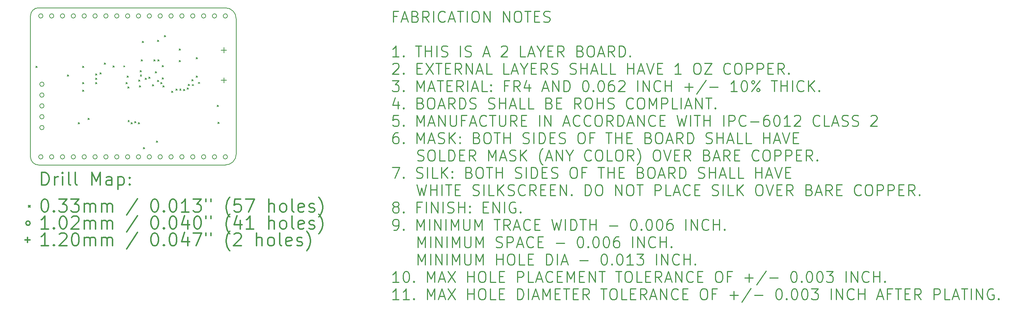
<source format=gbr>
G04 This is an RS-274x file exported by *
G04 gerbv version 2.6.0 *
G04 More information is available about gerbv at *
G04 http://gerbv.gpleda.org/ *
G04 --End of header info--*
%MOIN*%
%FSLAX34Y34*%
%IPPOS*%
G04 --Define apertures--*
%ADD10C,0.0050*%
%ADD11C,0.0060*%
%ADD12C,0.0079*%
%ADD13C,0.0118*%
%ADD14C,0.0138*%
%ADD15C,0.0100*%
G04 --Start main section--*
G54D11*
G01X0008490Y-010910D02*
G75*
G03X0007740Y-011660I0000000J-000750D01*
G01X0007740Y-024660D02*
G75*
G03X0008490Y-025410I0000750J0000000D01*
G01X0025690Y-025410D02*
G75*
G03X0026690Y-024410I0000000J0001000D01*
G01X0026690Y-011910D02*
G75*
G03X0025690Y-010910I-001000J0000000D01*
G01X0025690Y-010910D02*
G01X0008490Y-010910D01*
G01X0026690Y-024410D02*
G01X0026690Y-011910D01*
G01X0008490Y-025410D02*
G01X0025690Y-025410D01*
G01X0007740Y-011660D02*
G01X0007740Y-024660D01*
G54D12*
G01X0008225Y-016295D02*
G01X0008355Y-016425D01*
G01X0008355Y-016295D02*
G01X0008225Y-016425D01*
G01X0011125Y-017095D02*
G01X0011255Y-017225D01*
G01X0011255Y-017095D02*
G01X0011125Y-017225D01*
G01X0012125Y-021495D02*
G01X0012255Y-021625D01*
G01X0012255Y-021495D02*
G01X0012125Y-021625D01*
G01X0012525Y-016295D02*
G01X0012655Y-016425D01*
G01X0012655Y-016295D02*
G01X0012525Y-016425D01*
G01X0012525Y-017795D02*
G01X0012655Y-017925D01*
G01X0012655Y-017795D02*
G01X0012525Y-017925D01*
G01X0012525Y-018495D02*
G01X0012655Y-018625D01*
G01X0012655Y-018495D02*
G01X0012525Y-018625D01*
G01X0013025Y-021095D02*
G01X0013155Y-021225D01*
G01X0013155Y-021095D02*
G01X0013025Y-021225D01*
G01X0013725Y-016995D02*
G01X0013855Y-017125D01*
G01X0013855Y-016995D02*
G01X0013725Y-017125D01*
G01X0013725Y-017395D02*
G01X0013855Y-017525D01*
G01X0013855Y-017395D02*
G01X0013725Y-017525D01*
G01X0013725Y-017795D02*
G01X0013855Y-017925D01*
G01X0013855Y-017795D02*
G01X0013725Y-017925D01*
G01X0014125Y-016895D02*
G01X0014255Y-017025D01*
G01X0014255Y-016895D02*
G01X0014125Y-017025D01*
G01X0014525Y-015995D02*
G01X0014655Y-016125D01*
G01X0014655Y-015995D02*
G01X0014525Y-016125D01*
G01X0015325Y-016245D02*
G01X0015455Y-016375D01*
G01X0015455Y-016245D02*
G01X0015325Y-016375D01*
G01X0016319Y-016242D02*
G01X0016449Y-016372D01*
G01X0016449Y-016242D02*
G01X0016319Y-016372D01*
G01X0016525Y-017795D02*
G01X0016655Y-017925D01*
G01X0016655Y-017795D02*
G01X0016525Y-017925D01*
G01X0016625Y-017195D02*
G01X0016755Y-017325D01*
G01X0016755Y-017195D02*
G01X0016625Y-017325D01*
G01X0016714Y-018189D02*
G01X0016844Y-018319D01*
G01X0016844Y-018189D02*
G01X0016714Y-018319D01*
G01X0016718Y-021289D02*
G01X0016848Y-021419D01*
G01X0016848Y-021289D02*
G01X0016718Y-021419D01*
G01X0016993Y-021506D02*
G01X0017123Y-021636D01*
G01X0017123Y-021506D02*
G01X0016993Y-021636D01*
G01X0017325Y-021395D02*
G01X0017455Y-021525D01*
G01X0017455Y-021395D02*
G01X0017325Y-021525D01*
G01X0017657Y-021506D02*
G01X0017787Y-021636D01*
G01X0017787Y-021506D02*
G01X0017657Y-021636D01*
G01X0017695Y-017548D02*
G01X0017825Y-017678D01*
G01X0017825Y-017548D02*
G01X0017695Y-017678D01*
G01X0017760Y-018103D02*
G01X0017890Y-018233D01*
G01X0017890Y-018103D02*
G01X0017760Y-018233D01*
G01X0017825Y-016695D02*
G01X0017955Y-016825D01*
G01X0017955Y-016695D02*
G01X0017825Y-016825D01*
G01X0017852Y-017080D02*
G01X0017982Y-017210D01*
G01X0017982Y-017080D02*
G01X0017852Y-017210D01*
G01X0017925Y-015695D02*
G01X0018055Y-015825D01*
G01X0018055Y-015695D02*
G01X0017925Y-015825D01*
G01X0018025Y-013995D02*
G01X0018155Y-014125D01*
G01X0018155Y-013995D02*
G01X0018025Y-014125D01*
G01X0018125Y-023795D02*
G01X0018255Y-023925D01*
G01X0018255Y-023795D02*
G01X0018125Y-023925D01*
G01X0018293Y-017406D02*
G01X0018423Y-017536D01*
G01X0018423Y-017406D02*
G01X0018293Y-017536D01*
G01X0018625Y-017295D02*
G01X0018755Y-017425D01*
G01X0018755Y-017295D02*
G01X0018625Y-017425D01*
G01X0018966Y-017979D02*
G01X0019096Y-018109D01*
G01X0019096Y-017979D02*
G01X0018966Y-018109D01*
G01X0019113Y-015695D02*
G01X0019243Y-015825D01*
G01X0019243Y-015695D02*
G01X0019113Y-015825D01*
G01X0019225Y-016795D02*
G01X0019355Y-016925D01*
G01X0019355Y-016795D02*
G01X0019225Y-016925D01*
G01X0019325Y-023195D02*
G01X0019455Y-023325D01*
G01X0019455Y-023195D02*
G01X0019325Y-023325D01*
G01X0019425Y-013895D02*
G01X0019555Y-014025D01*
G01X0019555Y-013895D02*
G01X0019425Y-014025D01*
G01X0019425Y-017595D02*
G01X0019555Y-017725D01*
G01X0019555Y-017595D02*
G01X0019425Y-017725D01*
G01X0019463Y-015707D02*
G01X0019593Y-015837D01*
G01X0019593Y-015707D02*
G01X0019463Y-015837D01*
G01X0019725Y-017795D02*
G01X0019855Y-017925D01*
G01X0019855Y-017795D02*
G01X0019725Y-017925D01*
G01X0019875Y-016223D02*
G01X0020005Y-016353D01*
G01X0020005Y-016223D02*
G01X0019875Y-016353D01*
G01X0019875Y-017345D02*
G01X0020005Y-017475D01*
G01X0020005Y-017345D02*
G01X0019875Y-017475D01*
G01X0019925Y-018095D02*
G01X0020055Y-018225D01*
G01X0020055Y-018095D02*
G01X0019925Y-018225D01*
G01X0020075Y-013445D02*
G01X0020205Y-013575D01*
G01X0020205Y-013445D02*
G01X0020075Y-013575D01*
G01X0020725Y-018595D02*
G01X0020855Y-018725D01*
G01X0020855Y-018595D02*
G01X0020725Y-018725D01*
G01X0021135Y-018397D02*
G01X0021265Y-018527D01*
G01X0021265Y-018397D02*
G01X0021135Y-018527D01*
G01X0021425Y-014695D02*
G01X0021555Y-014825D01*
G01X0021555Y-014695D02*
G01X0021425Y-014825D01*
G01X0021425Y-015745D02*
G01X0021555Y-015875D01*
G01X0021555Y-015745D02*
G01X0021425Y-015875D01*
G01X0021485Y-018387D02*
G01X0021615Y-018517D01*
G01X0021615Y-018387D02*
G01X0021485Y-018517D01*
G01X0021833Y-018431D02*
G01X0021963Y-018561D01*
G01X0021963Y-018431D02*
G01X0021833Y-018561D01*
G01X0022158Y-018303D02*
G01X0022288Y-018433D01*
G01X0022288Y-018303D02*
G01X0022158Y-018433D01*
G01X0022263Y-017962D02*
G01X0022393Y-018092D01*
G01X0022393Y-017962D02*
G01X0022263Y-018092D01*
G01X0022602Y-017538D02*
G01X0022732Y-017668D01*
G01X0022732Y-017538D02*
G01X0022602Y-017668D01*
G01X0022632Y-017977D02*
G01X0022762Y-018107D01*
G01X0022762Y-017977D02*
G01X0022632Y-018107D01*
G01X0022998Y-015495D02*
G01X0023128Y-015625D01*
G01X0023128Y-015495D02*
G01X0022998Y-015625D01*
G01X0023016Y-017185D02*
G01X0023146Y-017315D01*
G01X0023146Y-017185D02*
G01X0023016Y-017315D01*
G01X0023216Y-017777D02*
G01X0023346Y-017907D01*
G01X0023346Y-017777D02*
G01X0023216Y-017907D01*
G01X0024925Y-019895D02*
G01X0025055Y-020025D01*
G01X0025055Y-019895D02*
G01X0024925Y-020025D01*
G01X0024989Y-021459D02*
G01X0025119Y-021589D01*
G01X0025119Y-021459D02*
G01X0024989Y-021589D01*
G01X0008890Y-011660D02*
G75*
G03X0008890Y-011660I-000200J0000000D01*
G01X0008890Y-024660D02*
G75*
G03X0008890Y-024660I-000200J0000000D01*
G01X0008990Y-017960D02*
G75*
G03X0008990Y-017960I-000200J0000000D01*
G01X0008990Y-018960D02*
G75*
G03X0008990Y-018960I-000200J0000000D01*
G01X0008990Y-019960D02*
G75*
G03X0008990Y-019960I-000200J0000000D01*
G01X0008990Y-020960D02*
G75*
G03X0008990Y-020960I-000200J0000000D01*
G01X0008990Y-021960D02*
G75*
G03X0008990Y-021960I-000200J0000000D01*
G01X0009890Y-011660D02*
G75*
G03X0009890Y-011660I-000200J0000000D01*
G01X0009890Y-024660D02*
G75*
G03X0009890Y-024660I-000200J0000000D01*
G01X0010890Y-011660D02*
G75*
G03X0010890Y-011660I-000200J0000000D01*
G01X0010890Y-024660D02*
G75*
G03X0010890Y-024660I-000200J0000000D01*
G01X0011890Y-011660D02*
G75*
G03X0011890Y-011660I-000200J0000000D01*
G01X0011890Y-024660D02*
G75*
G03X0011890Y-024660I-000200J0000000D01*
G01X0012890Y-011660D02*
G75*
G03X0012890Y-011660I-000200J0000000D01*
G01X0012890Y-024660D02*
G75*
G03X0012890Y-024660I-000200J0000000D01*
G01X0013890Y-011660D02*
G75*
G03X0013890Y-011660I-000200J0000000D01*
G01X0013890Y-024660D02*
G75*
G03X0013890Y-024660I-000200J0000000D01*
G01X0014890Y-011660D02*
G75*
G03X0014890Y-011660I-000200J0000000D01*
G01X0014890Y-024660D02*
G75*
G03X0014890Y-024660I-000200J0000000D01*
G01X0015890Y-011660D02*
G75*
G03X0015890Y-011660I-000200J0000000D01*
G01X0015890Y-024660D02*
G75*
G03X0015890Y-024660I-000200J0000000D01*
G01X0016890Y-011660D02*
G75*
G03X0016890Y-011660I-000200J0000000D01*
G01X0016890Y-024660D02*
G75*
G03X0016890Y-024660I-000200J0000000D01*
G01X0017890Y-011660D02*
G75*
G03X0017890Y-011660I-000200J0000000D01*
G01X0017890Y-024660D02*
G75*
G03X0017890Y-024660I-000200J0000000D01*
G01X0018890Y-011660D02*
G75*
G03X0018890Y-011660I-000200J0000000D01*
G01X0018890Y-024660D02*
G75*
G03X0018890Y-024660I-000200J0000000D01*
G01X0019890Y-011660D02*
G75*
G03X0019890Y-011660I-000200J0000000D01*
G01X0019890Y-024660D02*
G75*
G03X0019890Y-024660I-000200J0000000D01*
G01X0020890Y-011660D02*
G75*
G03X0020890Y-011660I-000200J0000000D01*
G01X0020890Y-024660D02*
G75*
G03X0020890Y-024660I-000200J0000000D01*
G01X0021890Y-011660D02*
G75*
G03X0021890Y-011660I-000200J0000000D01*
G01X0021890Y-024660D02*
G75*
G03X0021890Y-024660I-000200J0000000D01*
G01X0022890Y-011660D02*
G75*
G03X0022890Y-011660I-000200J0000000D01*
G01X0022890Y-024660D02*
G75*
G03X0022890Y-024660I-000200J0000000D01*
G01X0023890Y-011660D02*
G75*
G03X0023890Y-011660I-000200J0000000D01*
G01X0023890Y-024660D02*
G75*
G03X0023890Y-024660I-000200J0000000D01*
G01X0024890Y-011660D02*
G75*
G03X0024890Y-011660I-000200J0000000D01*
G01X0024890Y-024660D02*
G75*
G03X0024890Y-024660I-000200J0000000D01*
G01X0025890Y-011660D02*
G75*
G03X0025890Y-011660I-000200J0000000D01*
G01X0025890Y-024660D02*
G75*
G03X0025890Y-024660I-000200J0000000D01*
G01X0025550Y-014574D02*
G01X0025550Y-015046D01*
G01X0025314Y-014810D02*
G01X0025786Y-014810D01*
G01X0025550Y-017369D02*
G01X0025550Y-017841D01*
G01X0025314Y-017605D02*
G01X0025786Y-017605D01*
G54D13*
G01X0008779Y-027274D02*
G01X0008779Y-026092D01*
G01X0008779Y-026092D02*
G01X0009060Y-026092D01*
G01X0009060Y-026092D02*
G01X0009229Y-026149D01*
G01X0009229Y-026149D02*
G01X0009341Y-026261D01*
G01X0009341Y-026261D02*
G01X0009397Y-026374D01*
G01X0009397Y-026374D02*
G01X0009454Y-026599D01*
G01X0009454Y-026599D02*
G01X0009454Y-026767D01*
G01X0009454Y-026767D02*
G01X0009397Y-026992D01*
G01X0009397Y-026992D02*
G01X0009341Y-027105D01*
G01X0009341Y-027105D02*
G01X0009229Y-027217D01*
G01X0009229Y-027217D02*
G01X0009060Y-027274D01*
G01X0009060Y-027274D02*
G01X0008779Y-027274D01*
G01X0009960Y-027274D02*
G01X0009960Y-026486D01*
G01X0009960Y-026711D02*
G01X0010016Y-026599D01*
G01X0010016Y-026599D02*
G01X0010072Y-026542D01*
G01X0010072Y-026542D02*
G01X0010185Y-026486D01*
G01X0010185Y-026486D02*
G01X0010297Y-026486D01*
G01X0010691Y-027274D02*
G01X0010691Y-026486D01*
G01X0010691Y-026092D02*
G01X0010635Y-026149D01*
G01X0010635Y-026149D02*
G01X0010691Y-026205D01*
G01X0010691Y-026205D02*
G01X0010747Y-026149D01*
G01X0010747Y-026149D02*
G01X0010691Y-026092D01*
G01X0010691Y-026092D02*
G01X0010691Y-026205D01*
G01X0011422Y-027274D02*
G01X0011310Y-027217D01*
G01X0011310Y-027217D02*
G01X0011253Y-027105D01*
G01X0011253Y-027105D02*
G01X0011253Y-026092D01*
G01X0012041Y-027274D02*
G01X0011928Y-027217D01*
G01X0011928Y-027217D02*
G01X0011872Y-027105D01*
G01X0011872Y-027105D02*
G01X0011872Y-026092D01*
G01X0013391Y-027274D02*
G01X0013391Y-026092D01*
G01X0013391Y-026092D02*
G01X0013784Y-026936D01*
G01X0013784Y-026936D02*
G01X0014178Y-026092D01*
G01X0014178Y-026092D02*
G01X0014178Y-027274D01*
G01X0015247Y-027274D02*
G01X0015247Y-026655D01*
G01X0015247Y-026655D02*
G01X0015190Y-026542D01*
G01X0015190Y-026542D02*
G01X0015078Y-026486D01*
G01X0015078Y-026486D02*
G01X0014853Y-026486D01*
G01X0014853Y-026486D02*
G01X0014740Y-026542D01*
G01X0015247Y-027217D02*
G01X0015134Y-027274D01*
G01X0015134Y-027274D02*
G01X0014853Y-027274D01*
G01X0014853Y-027274D02*
G01X0014740Y-027217D01*
G01X0014740Y-027217D02*
G01X0014684Y-027105D01*
G01X0014684Y-027105D02*
G01X0014684Y-026992D01*
G01X0014684Y-026992D02*
G01X0014740Y-026880D01*
G01X0014740Y-026880D02*
G01X0014853Y-026824D01*
G01X0014853Y-026824D02*
G01X0015134Y-026824D01*
G01X0015134Y-026824D02*
G01X0015247Y-026767D01*
G01X0015809Y-026486D02*
G01X0015809Y-027667D01*
G01X0015809Y-026542D02*
G01X0015921Y-026486D01*
G01X0015921Y-026486D02*
G01X0016146Y-026486D01*
G01X0016146Y-026486D02*
G01X0016259Y-026542D01*
G01X0016259Y-026542D02*
G01X0016315Y-026599D01*
G01X0016315Y-026599D02*
G01X0016371Y-026711D01*
G01X0016371Y-026711D02*
G01X0016371Y-027049D01*
G01X0016371Y-027049D02*
G01X0016315Y-027161D01*
G01X0016315Y-027161D02*
G01X0016259Y-027217D01*
G01X0016259Y-027217D02*
G01X0016146Y-027274D01*
G01X0016146Y-027274D02*
G01X0015921Y-027274D01*
G01X0015921Y-027274D02*
G01X0015809Y-027217D01*
G01X0016878Y-027161D02*
G01X0016934Y-027217D01*
G01X0016934Y-027217D02*
G01X0016878Y-027274D01*
G01X0016878Y-027274D02*
G01X0016821Y-027217D01*
G01X0016821Y-027217D02*
G01X0016878Y-027161D01*
G01X0016878Y-027161D02*
G01X0016878Y-027274D01*
G01X0016878Y-026542D02*
G01X0016934Y-026599D01*
G01X0016934Y-026599D02*
G01X0016878Y-026655D01*
G01X0016878Y-026655D02*
G01X0016821Y-026599D01*
G01X0016821Y-026599D02*
G01X0016878Y-026542D01*
G01X0016878Y-026542D02*
G01X0016878Y-026655D01*
G01X0007580Y-029155D02*
G01X0007710Y-029285D01*
G01X0007710Y-029155D02*
G01X0007580Y-029285D01*
G01X0009004Y-028573D02*
G01X0009116Y-028573D01*
G01X0009116Y-028573D02*
G01X0009229Y-028629D01*
G01X0009229Y-028629D02*
G01X0009285Y-028685D01*
G01X0009285Y-028685D02*
G01X0009341Y-028798D01*
G01X0009341Y-028798D02*
G01X0009397Y-029023D01*
G01X0009397Y-029023D02*
G01X0009397Y-029304D01*
G01X0009397Y-029304D02*
G01X0009341Y-029529D01*
G01X0009341Y-029529D02*
G01X0009285Y-029641D01*
G01X0009285Y-029641D02*
G01X0009229Y-029698D01*
G01X0009229Y-029698D02*
G01X0009116Y-029754D01*
G01X0009116Y-029754D02*
G01X0009004Y-029754D01*
G01X0009004Y-029754D02*
G01X0008891Y-029698D01*
G01X0008891Y-029698D02*
G01X0008835Y-029641D01*
G01X0008835Y-029641D02*
G01X0008779Y-029529D01*
G01X0008779Y-029529D02*
G01X0008722Y-029304D01*
G01X0008722Y-029304D02*
G01X0008722Y-029023D01*
G01X0008722Y-029023D02*
G01X0008779Y-028798D01*
G01X0008779Y-028798D02*
G01X0008835Y-028685D01*
G01X0008835Y-028685D02*
G01X0008891Y-028629D01*
G01X0008891Y-028629D02*
G01X0009004Y-028573D01*
G01X0009903Y-029641D02*
G01X0009960Y-029698D01*
G01X0009960Y-029698D02*
G01X0009903Y-029754D01*
G01X0009903Y-029754D02*
G01X0009847Y-029698D01*
G01X0009847Y-029698D02*
G01X0009903Y-029641D01*
G01X0009903Y-029641D02*
G01X0009903Y-029754D01*
G01X0010353Y-028573D02*
G01X0011085Y-028573D01*
G01X0011085Y-028573D02*
G01X0010691Y-029023D01*
G01X0010691Y-029023D02*
G01X0010860Y-029023D01*
G01X0010860Y-029023D02*
G01X0010972Y-029079D01*
G01X0010972Y-029079D02*
G01X0011028Y-029135D01*
G01X0011028Y-029135D02*
G01X0011085Y-029248D01*
G01X0011085Y-029248D02*
G01X0011085Y-029529D01*
G01X0011085Y-029529D02*
G01X0011028Y-029641D01*
G01X0011028Y-029641D02*
G01X0010972Y-029698D01*
G01X0010972Y-029698D02*
G01X0010860Y-029754D01*
G01X0010860Y-029754D02*
G01X0010522Y-029754D01*
G01X0010522Y-029754D02*
G01X0010410Y-029698D01*
G01X0010410Y-029698D02*
G01X0010353Y-029641D01*
G01X0011478Y-028573D02*
G01X0012209Y-028573D01*
G01X0012209Y-028573D02*
G01X0011816Y-029023D01*
G01X0011816Y-029023D02*
G01X0011984Y-029023D01*
G01X0011984Y-029023D02*
G01X0012097Y-029079D01*
G01X0012097Y-029079D02*
G01X0012153Y-029135D01*
G01X0012153Y-029135D02*
G01X0012209Y-029248D01*
G01X0012209Y-029248D02*
G01X0012209Y-029529D01*
G01X0012209Y-029529D02*
G01X0012153Y-029641D01*
G01X0012153Y-029641D02*
G01X0012097Y-029698D01*
G01X0012097Y-029698D02*
G01X0011984Y-029754D01*
G01X0011984Y-029754D02*
G01X0011647Y-029754D01*
G01X0011647Y-029754D02*
G01X0011535Y-029698D01*
G01X0011535Y-029698D02*
G01X0011478Y-029641D01*
G01X0012716Y-029754D02*
G01X0012716Y-028966D01*
G01X0012716Y-029079D02*
G01X0012772Y-029023D01*
G01X0012772Y-029023D02*
G01X0012884Y-028966D01*
G01X0012884Y-028966D02*
G01X0013053Y-028966D01*
G01X0013053Y-028966D02*
G01X0013166Y-029023D01*
G01X0013166Y-029023D02*
G01X0013222Y-029135D01*
G01X0013222Y-029135D02*
G01X0013222Y-029754D01*
G01X0013222Y-029135D02*
G01X0013278Y-029023D01*
G01X0013278Y-029023D02*
G01X0013391Y-028966D01*
G01X0013391Y-028966D02*
G01X0013559Y-028966D01*
G01X0013559Y-028966D02*
G01X0013672Y-029023D01*
G01X0013672Y-029023D02*
G01X0013728Y-029135D01*
G01X0013728Y-029135D02*
G01X0013728Y-029754D01*
G01X0014290Y-029754D02*
G01X0014290Y-028966D01*
G01X0014290Y-029079D02*
G01X0014347Y-029023D01*
G01X0014347Y-029023D02*
G01X0014459Y-028966D01*
G01X0014459Y-028966D02*
G01X0014628Y-028966D01*
G01X0014628Y-028966D02*
G01X0014740Y-029023D01*
G01X0014740Y-029023D02*
G01X0014797Y-029135D01*
G01X0014797Y-029135D02*
G01X0014797Y-029754D01*
G01X0014797Y-029135D02*
G01X0014853Y-029023D01*
G01X0014853Y-029023D02*
G01X0014965Y-028966D01*
G01X0014965Y-028966D02*
G01X0015134Y-028966D01*
G01X0015134Y-028966D02*
G01X0015247Y-029023D01*
G01X0015247Y-029023D02*
G01X0015303Y-029135D01*
G01X0015303Y-029135D02*
G01X0015303Y-029754D01*
G01X0017609Y-028516D02*
G01X0016596Y-030035D01*
G01X0019127Y-028573D02*
G01X0019240Y-028573D01*
G01X0019240Y-028573D02*
G01X0019352Y-028629D01*
G01X0019352Y-028629D02*
G01X0019409Y-028685D01*
G01X0019409Y-028685D02*
G01X0019465Y-028798D01*
G01X0019465Y-028798D02*
G01X0019521Y-029023D01*
G01X0019521Y-029023D02*
G01X0019521Y-029304D01*
G01X0019521Y-029304D02*
G01X0019465Y-029529D01*
G01X0019465Y-029529D02*
G01X0019409Y-029641D01*
G01X0019409Y-029641D02*
G01X0019352Y-029698D01*
G01X0019352Y-029698D02*
G01X0019240Y-029754D01*
G01X0019240Y-029754D02*
G01X0019127Y-029754D01*
G01X0019127Y-029754D02*
G01X0019015Y-029698D01*
G01X0019015Y-029698D02*
G01X0018959Y-029641D01*
G01X0018959Y-029641D02*
G01X0018902Y-029529D01*
G01X0018902Y-029529D02*
G01X0018846Y-029304D01*
G01X0018846Y-029304D02*
G01X0018846Y-029023D01*
G01X0018846Y-029023D02*
G01X0018902Y-028798D01*
G01X0018902Y-028798D02*
G01X0018959Y-028685D01*
G01X0018959Y-028685D02*
G01X0019015Y-028629D01*
G01X0019015Y-028629D02*
G01X0019127Y-028573D01*
G01X0020027Y-029641D02*
G01X0020083Y-029698D01*
G01X0020083Y-029698D02*
G01X0020027Y-029754D01*
G01X0020027Y-029754D02*
G01X0019971Y-029698D01*
G01X0019971Y-029698D02*
G01X0020027Y-029641D01*
G01X0020027Y-029641D02*
G01X0020027Y-029754D01*
G01X0020815Y-028573D02*
G01X0020927Y-028573D01*
G01X0020927Y-028573D02*
G01X0021040Y-028629D01*
G01X0021040Y-028629D02*
G01X0021096Y-028685D01*
G01X0021096Y-028685D02*
G01X0021152Y-028798D01*
G01X0021152Y-028798D02*
G01X0021208Y-029023D01*
G01X0021208Y-029023D02*
G01X0021208Y-029304D01*
G01X0021208Y-029304D02*
G01X0021152Y-029529D01*
G01X0021152Y-029529D02*
G01X0021096Y-029641D01*
G01X0021096Y-029641D02*
G01X0021040Y-029698D01*
G01X0021040Y-029698D02*
G01X0020927Y-029754D01*
G01X0020927Y-029754D02*
G01X0020815Y-029754D01*
G01X0020815Y-029754D02*
G01X0020702Y-029698D01*
G01X0020702Y-029698D02*
G01X0020646Y-029641D01*
G01X0020646Y-029641D02*
G01X0020590Y-029529D01*
G01X0020590Y-029529D02*
G01X0020533Y-029304D01*
G01X0020533Y-029304D02*
G01X0020533Y-029023D01*
G01X0020533Y-029023D02*
G01X0020590Y-028798D01*
G01X0020590Y-028798D02*
G01X0020646Y-028685D01*
G01X0020646Y-028685D02*
G01X0020702Y-028629D01*
G01X0020702Y-028629D02*
G01X0020815Y-028573D01*
G01X0022333Y-029754D02*
G01X0021658Y-029754D01*
G01X0021996Y-029754D02*
G01X0021996Y-028573D01*
G01X0021996Y-028573D02*
G01X0021883Y-028741D01*
G01X0021883Y-028741D02*
G01X0021771Y-028854D01*
G01X0021771Y-028854D02*
G01X0021658Y-028910D01*
G01X0022727Y-028573D02*
G01X0023458Y-028573D01*
G01X0023458Y-028573D02*
G01X0023064Y-029023D01*
G01X0023064Y-029023D02*
G01X0023233Y-029023D01*
G01X0023233Y-029023D02*
G01X0023346Y-029079D01*
G01X0023346Y-029079D02*
G01X0023402Y-029135D01*
G01X0023402Y-029135D02*
G01X0023458Y-029248D01*
G01X0023458Y-029248D02*
G01X0023458Y-029529D01*
G01X0023458Y-029529D02*
G01X0023402Y-029641D01*
G01X0023402Y-029641D02*
G01X0023346Y-029698D01*
G01X0023346Y-029698D02*
G01X0023233Y-029754D01*
G01X0023233Y-029754D02*
G01X0022896Y-029754D01*
G01X0022896Y-029754D02*
G01X0022783Y-029698D01*
G01X0022783Y-029698D02*
G01X0022727Y-029641D01*
G01X0023908Y-028573D02*
G01X0023908Y-028798D01*
G01X0024358Y-028573D02*
G01X0024358Y-028798D01*
G01X0026101Y-030204D02*
G01X0026045Y-030148D01*
G01X0026045Y-030148D02*
G01X0025933Y-029979D01*
G01X0025933Y-029979D02*
G01X0025876Y-029866D01*
G01X0025876Y-029866D02*
G01X0025820Y-029698D01*
G01X0025820Y-029698D02*
G01X0025764Y-029416D01*
G01X0025764Y-029416D02*
G01X0025764Y-029191D01*
G01X0025764Y-029191D02*
G01X0025820Y-028910D01*
G01X0025820Y-028910D02*
G01X0025876Y-028741D01*
G01X0025876Y-028741D02*
G01X0025933Y-028629D01*
G01X0025933Y-028629D02*
G01X0026045Y-028460D01*
G01X0026045Y-028460D02*
G01X0026101Y-028404D01*
G01X0027114Y-028573D02*
G01X0026551Y-028573D01*
G01X0026551Y-028573D02*
G01X0026495Y-029135D01*
G01X0026495Y-029135D02*
G01X0026551Y-029079D01*
G01X0026551Y-029079D02*
G01X0026664Y-029023D01*
G01X0026664Y-029023D02*
G01X0026945Y-029023D01*
G01X0026945Y-029023D02*
G01X0027058Y-029079D01*
G01X0027058Y-029079D02*
G01X0027114Y-029135D01*
G01X0027114Y-029135D02*
G01X0027170Y-029248D01*
G01X0027170Y-029248D02*
G01X0027170Y-029529D01*
G01X0027170Y-029529D02*
G01X0027114Y-029641D01*
G01X0027114Y-029641D02*
G01X0027058Y-029698D01*
G01X0027058Y-029698D02*
G01X0026945Y-029754D01*
G01X0026945Y-029754D02*
G01X0026664Y-029754D01*
G01X0026664Y-029754D02*
G01X0026551Y-029698D01*
G01X0026551Y-029698D02*
G01X0026495Y-029641D01*
G01X0027564Y-028573D02*
G01X0028351Y-028573D01*
G01X0028351Y-028573D02*
G01X0027845Y-029754D01*
G01X0029701Y-029754D02*
G01X0029701Y-028573D01*
G01X0030207Y-029754D02*
G01X0030207Y-029135D01*
G01X0030207Y-029135D02*
G01X0030151Y-029023D01*
G01X0030151Y-029023D02*
G01X0030038Y-028966D01*
G01X0030038Y-028966D02*
G01X0029870Y-028966D01*
G01X0029870Y-028966D02*
G01X0029757Y-029023D01*
G01X0029757Y-029023D02*
G01X0029701Y-029079D01*
G01X0030938Y-029754D02*
G01X0030826Y-029698D01*
G01X0030826Y-029698D02*
G01X0030770Y-029641D01*
G01X0030770Y-029641D02*
G01X0030713Y-029529D01*
G01X0030713Y-029529D02*
G01X0030713Y-029191D01*
G01X0030713Y-029191D02*
G01X0030770Y-029079D01*
G01X0030770Y-029079D02*
G01X0030826Y-029023D01*
G01X0030826Y-029023D02*
G01X0030938Y-028966D01*
G01X0030938Y-028966D02*
G01X0031107Y-028966D01*
G01X0031107Y-028966D02*
G01X0031220Y-029023D01*
G01X0031220Y-029023D02*
G01X0031276Y-029079D01*
G01X0031276Y-029079D02*
G01X0031332Y-029191D01*
G01X0031332Y-029191D02*
G01X0031332Y-029529D01*
G01X0031332Y-029529D02*
G01X0031276Y-029641D01*
G01X0031276Y-029641D02*
G01X0031220Y-029698D01*
G01X0031220Y-029698D02*
G01X0031107Y-029754D01*
G01X0031107Y-029754D02*
G01X0030938Y-029754D01*
G01X0032007Y-029754D02*
G01X0031894Y-029698D01*
G01X0031894Y-029698D02*
G01X0031838Y-029585D01*
G01X0031838Y-029585D02*
G01X0031838Y-028573D01*
G01X0032907Y-029698D02*
G01X0032794Y-029754D01*
G01X0032794Y-029754D02*
G01X0032569Y-029754D01*
G01X0032569Y-029754D02*
G01X0032457Y-029698D01*
G01X0032457Y-029698D02*
G01X0032401Y-029585D01*
G01X0032401Y-029585D02*
G01X0032401Y-029135D01*
G01X0032401Y-029135D02*
G01X0032457Y-029023D01*
G01X0032457Y-029023D02*
G01X0032569Y-028966D01*
G01X0032569Y-028966D02*
G01X0032794Y-028966D01*
G01X0032794Y-028966D02*
G01X0032907Y-029023D01*
G01X0032907Y-029023D02*
G01X0032963Y-029135D01*
G01X0032963Y-029135D02*
G01X0032963Y-029248D01*
G01X0032963Y-029248D02*
G01X0032401Y-029360D01*
G01X0033413Y-029698D02*
G01X0033526Y-029754D01*
G01X0033526Y-029754D02*
G01X0033750Y-029754D01*
G01X0033750Y-029754D02*
G01X0033863Y-029698D01*
G01X0033863Y-029698D02*
G01X0033919Y-029585D01*
G01X0033919Y-029585D02*
G01X0033919Y-029529D01*
G01X0033919Y-029529D02*
G01X0033863Y-029416D01*
G01X0033863Y-029416D02*
G01X0033750Y-029360D01*
G01X0033750Y-029360D02*
G01X0033582Y-029360D01*
G01X0033582Y-029360D02*
G01X0033469Y-029304D01*
G01X0033469Y-029304D02*
G01X0033413Y-029191D01*
G01X0033413Y-029191D02*
G01X0033413Y-029135D01*
G01X0033413Y-029135D02*
G01X0033469Y-029023D01*
G01X0033469Y-029023D02*
G01X0033582Y-028966D01*
G01X0033582Y-028966D02*
G01X0033750Y-028966D01*
G01X0033750Y-028966D02*
G01X0033863Y-029023D01*
G01X0034313Y-030204D02*
G01X0034369Y-030148D01*
G01X0034369Y-030148D02*
G01X0034482Y-029979D01*
G01X0034482Y-029979D02*
G01X0034538Y-029866D01*
G01X0034538Y-029866D02*
G01X0034594Y-029698D01*
G01X0034594Y-029698D02*
G01X0034650Y-029416D01*
G01X0034650Y-029416D02*
G01X0034650Y-029191D01*
G01X0034650Y-029191D02*
G01X0034594Y-028910D01*
G01X0034594Y-028910D02*
G01X0034538Y-028741D01*
G01X0034538Y-028741D02*
G01X0034482Y-028629D01*
G01X0034482Y-028629D02*
G01X0034369Y-028460D01*
G01X0034369Y-028460D02*
G01X0034313Y-028404D01*
G01X0007710Y-030779D02*
G75*
G03X0007710Y-030779I-000200J0000000D01*
G01X0009397Y-031313D02*
G01X0008722Y-031313D01*
G01X0009060Y-031313D02*
G01X0009060Y-030132D01*
G01X0009060Y-030132D02*
G01X0008947Y-030301D01*
G01X0008947Y-030301D02*
G01X0008835Y-030413D01*
G01X0008835Y-030413D02*
G01X0008722Y-030469D01*
G01X0009903Y-031200D02*
G01X0009960Y-031257D01*
G01X0009960Y-031257D02*
G01X0009903Y-031313D01*
G01X0009903Y-031313D02*
G01X0009847Y-031257D01*
G01X0009847Y-031257D02*
G01X0009903Y-031200D01*
G01X0009903Y-031200D02*
G01X0009903Y-031313D01*
G01X0010691Y-030132D02*
G01X0010803Y-030132D01*
G01X0010803Y-030132D02*
G01X0010916Y-030188D01*
G01X0010916Y-030188D02*
G01X0010972Y-030244D01*
G01X0010972Y-030244D02*
G01X0011028Y-030357D01*
G01X0011028Y-030357D02*
G01X0011085Y-030582D01*
G01X0011085Y-030582D02*
G01X0011085Y-030863D01*
G01X0011085Y-030863D02*
G01X0011028Y-031088D01*
G01X0011028Y-031088D02*
G01X0010972Y-031200D01*
G01X0010972Y-031200D02*
G01X0010916Y-031257D01*
G01X0010916Y-031257D02*
G01X0010803Y-031313D01*
G01X0010803Y-031313D02*
G01X0010691Y-031313D01*
G01X0010691Y-031313D02*
G01X0010578Y-031257D01*
G01X0010578Y-031257D02*
G01X0010522Y-031200D01*
G01X0010522Y-031200D02*
G01X0010466Y-031088D01*
G01X0010466Y-031088D02*
G01X0010410Y-030863D01*
G01X0010410Y-030863D02*
G01X0010410Y-030582D01*
G01X0010410Y-030582D02*
G01X0010466Y-030357D01*
G01X0010466Y-030357D02*
G01X0010522Y-030244D01*
G01X0010522Y-030244D02*
G01X0010578Y-030188D01*
G01X0010578Y-030188D02*
G01X0010691Y-030132D01*
G01X0011535Y-030244D02*
G01X0011591Y-030188D01*
G01X0011591Y-030188D02*
G01X0011703Y-030132D01*
G01X0011703Y-030132D02*
G01X0011984Y-030132D01*
G01X0011984Y-030132D02*
G01X0012097Y-030188D01*
G01X0012097Y-030188D02*
G01X0012153Y-030244D01*
G01X0012153Y-030244D02*
G01X0012209Y-030357D01*
G01X0012209Y-030357D02*
G01X0012209Y-030469D01*
G01X0012209Y-030469D02*
G01X0012153Y-030638D01*
G01X0012153Y-030638D02*
G01X0011478Y-031313D01*
G01X0011478Y-031313D02*
G01X0012209Y-031313D01*
G01X0012716Y-031313D02*
G01X0012716Y-030525D01*
G01X0012716Y-030638D02*
G01X0012772Y-030582D01*
G01X0012772Y-030582D02*
G01X0012884Y-030525D01*
G01X0012884Y-030525D02*
G01X0013053Y-030525D01*
G01X0013053Y-030525D02*
G01X0013166Y-030582D01*
G01X0013166Y-030582D02*
G01X0013222Y-030694D01*
G01X0013222Y-030694D02*
G01X0013222Y-031313D01*
G01X0013222Y-030694D02*
G01X0013278Y-030582D01*
G01X0013278Y-030582D02*
G01X0013391Y-030525D01*
G01X0013391Y-030525D02*
G01X0013559Y-030525D01*
G01X0013559Y-030525D02*
G01X0013672Y-030582D01*
G01X0013672Y-030582D02*
G01X0013728Y-030694D01*
G01X0013728Y-030694D02*
G01X0013728Y-031313D01*
G01X0014290Y-031313D02*
G01X0014290Y-030525D01*
G01X0014290Y-030638D02*
G01X0014347Y-030582D01*
G01X0014347Y-030582D02*
G01X0014459Y-030525D01*
G01X0014459Y-030525D02*
G01X0014628Y-030525D01*
G01X0014628Y-030525D02*
G01X0014740Y-030582D01*
G01X0014740Y-030582D02*
G01X0014797Y-030694D01*
G01X0014797Y-030694D02*
G01X0014797Y-031313D01*
G01X0014797Y-030694D02*
G01X0014853Y-030582D01*
G01X0014853Y-030582D02*
G01X0014965Y-030525D01*
G01X0014965Y-030525D02*
G01X0015134Y-030525D01*
G01X0015134Y-030525D02*
G01X0015247Y-030582D01*
G01X0015247Y-030582D02*
G01X0015303Y-030694D01*
G01X0015303Y-030694D02*
G01X0015303Y-031313D01*
G01X0017609Y-030076D02*
G01X0016596Y-031594D01*
G01X0019127Y-030132D02*
G01X0019240Y-030132D01*
G01X0019240Y-030132D02*
G01X0019352Y-030188D01*
G01X0019352Y-030188D02*
G01X0019409Y-030244D01*
G01X0019409Y-030244D02*
G01X0019465Y-030357D01*
G01X0019465Y-030357D02*
G01X0019521Y-030582D01*
G01X0019521Y-030582D02*
G01X0019521Y-030863D01*
G01X0019521Y-030863D02*
G01X0019465Y-031088D01*
G01X0019465Y-031088D02*
G01X0019409Y-031200D01*
G01X0019409Y-031200D02*
G01X0019352Y-031257D01*
G01X0019352Y-031257D02*
G01X0019240Y-031313D01*
G01X0019240Y-031313D02*
G01X0019127Y-031313D01*
G01X0019127Y-031313D02*
G01X0019015Y-031257D01*
G01X0019015Y-031257D02*
G01X0018959Y-031200D01*
G01X0018959Y-031200D02*
G01X0018902Y-031088D01*
G01X0018902Y-031088D02*
G01X0018846Y-030863D01*
G01X0018846Y-030863D02*
G01X0018846Y-030582D01*
G01X0018846Y-030582D02*
G01X0018902Y-030357D01*
G01X0018902Y-030357D02*
G01X0018959Y-030244D01*
G01X0018959Y-030244D02*
G01X0019015Y-030188D01*
G01X0019015Y-030188D02*
G01X0019127Y-030132D01*
G01X0020027Y-031200D02*
G01X0020083Y-031257D01*
G01X0020083Y-031257D02*
G01X0020027Y-031313D01*
G01X0020027Y-031313D02*
G01X0019971Y-031257D01*
G01X0019971Y-031257D02*
G01X0020027Y-031200D01*
G01X0020027Y-031200D02*
G01X0020027Y-031313D01*
G01X0020815Y-030132D02*
G01X0020927Y-030132D01*
G01X0020927Y-030132D02*
G01X0021040Y-030188D01*
G01X0021040Y-030188D02*
G01X0021096Y-030244D01*
G01X0021096Y-030244D02*
G01X0021152Y-030357D01*
G01X0021152Y-030357D02*
G01X0021208Y-030582D01*
G01X0021208Y-030582D02*
G01X0021208Y-030863D01*
G01X0021208Y-030863D02*
G01X0021152Y-031088D01*
G01X0021152Y-031088D02*
G01X0021096Y-031200D01*
G01X0021096Y-031200D02*
G01X0021040Y-031257D01*
G01X0021040Y-031257D02*
G01X0020927Y-031313D01*
G01X0020927Y-031313D02*
G01X0020815Y-031313D01*
G01X0020815Y-031313D02*
G01X0020702Y-031257D01*
G01X0020702Y-031257D02*
G01X0020646Y-031200D01*
G01X0020646Y-031200D02*
G01X0020590Y-031088D01*
G01X0020590Y-031088D02*
G01X0020533Y-030863D01*
G01X0020533Y-030863D02*
G01X0020533Y-030582D01*
G01X0020533Y-030582D02*
G01X0020590Y-030357D01*
G01X0020590Y-030357D02*
G01X0020646Y-030244D01*
G01X0020646Y-030244D02*
G01X0020702Y-030188D01*
G01X0020702Y-030188D02*
G01X0020815Y-030132D01*
G01X0022221Y-030525D02*
G01X0022221Y-031313D01*
G01X0021939Y-030076D02*
G01X0021658Y-030919D01*
G01X0021658Y-030919D02*
G01X0022389Y-030919D01*
G01X0023064Y-030132D02*
G01X0023177Y-030132D01*
G01X0023177Y-030132D02*
G01X0023289Y-030188D01*
G01X0023289Y-030188D02*
G01X0023346Y-030244D01*
G01X0023346Y-030244D02*
G01X0023402Y-030357D01*
G01X0023402Y-030357D02*
G01X0023458Y-030582D01*
G01X0023458Y-030582D02*
G01X0023458Y-030863D01*
G01X0023458Y-030863D02*
G01X0023402Y-031088D01*
G01X0023402Y-031088D02*
G01X0023346Y-031200D01*
G01X0023346Y-031200D02*
G01X0023289Y-031257D01*
G01X0023289Y-031257D02*
G01X0023177Y-031313D01*
G01X0023177Y-031313D02*
G01X0023064Y-031313D01*
G01X0023064Y-031313D02*
G01X0022952Y-031257D01*
G01X0022952Y-031257D02*
G01X0022896Y-031200D01*
G01X0022896Y-031200D02*
G01X0022839Y-031088D01*
G01X0022839Y-031088D02*
G01X0022783Y-030863D01*
G01X0022783Y-030863D02*
G01X0022783Y-030582D01*
G01X0022783Y-030582D02*
G01X0022839Y-030357D01*
G01X0022839Y-030357D02*
G01X0022896Y-030244D01*
G01X0022896Y-030244D02*
G01X0022952Y-030188D01*
G01X0022952Y-030188D02*
G01X0023064Y-030132D01*
G01X0023908Y-030132D02*
G01X0023908Y-030357D01*
G01X0024358Y-030132D02*
G01X0024358Y-030357D01*
G01X0026101Y-031763D02*
G01X0026045Y-031707D01*
G01X0026045Y-031707D02*
G01X0025933Y-031538D01*
G01X0025933Y-031538D02*
G01X0025876Y-031425D01*
G01X0025876Y-031425D02*
G01X0025820Y-031257D01*
G01X0025820Y-031257D02*
G01X0025764Y-030975D01*
G01X0025764Y-030975D02*
G01X0025764Y-030750D01*
G01X0025764Y-030750D02*
G01X0025820Y-030469D01*
G01X0025820Y-030469D02*
G01X0025876Y-030301D01*
G01X0025876Y-030301D02*
G01X0025933Y-030188D01*
G01X0025933Y-030188D02*
G01X0026045Y-030019D01*
G01X0026045Y-030019D02*
G01X0026101Y-029963D01*
G01X0027058Y-030525D02*
G01X0027058Y-031313D01*
G01X0026776Y-030076D02*
G01X0026495Y-030919D01*
G01X0026495Y-030919D02*
G01X0027226Y-030919D01*
G01X0028295Y-031313D02*
G01X0027620Y-031313D01*
G01X0027957Y-031313D02*
G01X0027957Y-030132D01*
G01X0027957Y-030132D02*
G01X0027845Y-030301D01*
G01X0027845Y-030301D02*
G01X0027732Y-030413D01*
G01X0027732Y-030413D02*
G01X0027620Y-030469D01*
G01X0029701Y-031313D02*
G01X0029701Y-030132D01*
G01X0030207Y-031313D02*
G01X0030207Y-030694D01*
G01X0030207Y-030694D02*
G01X0030151Y-030582D01*
G01X0030151Y-030582D02*
G01X0030038Y-030525D01*
G01X0030038Y-030525D02*
G01X0029870Y-030525D01*
G01X0029870Y-030525D02*
G01X0029757Y-030582D01*
G01X0029757Y-030582D02*
G01X0029701Y-030638D01*
G01X0030938Y-031313D02*
G01X0030826Y-031257D01*
G01X0030826Y-031257D02*
G01X0030770Y-031200D01*
G01X0030770Y-031200D02*
G01X0030713Y-031088D01*
G01X0030713Y-031088D02*
G01X0030713Y-030750D01*
G01X0030713Y-030750D02*
G01X0030770Y-030638D01*
G01X0030770Y-030638D02*
G01X0030826Y-030582D01*
G01X0030826Y-030582D02*
G01X0030938Y-030525D01*
G01X0030938Y-030525D02*
G01X0031107Y-030525D01*
G01X0031107Y-030525D02*
G01X0031220Y-030582D01*
G01X0031220Y-030582D02*
G01X0031276Y-030638D01*
G01X0031276Y-030638D02*
G01X0031332Y-030750D01*
G01X0031332Y-030750D02*
G01X0031332Y-031088D01*
G01X0031332Y-031088D02*
G01X0031276Y-031200D01*
G01X0031276Y-031200D02*
G01X0031220Y-031257D01*
G01X0031220Y-031257D02*
G01X0031107Y-031313D01*
G01X0031107Y-031313D02*
G01X0030938Y-031313D01*
G01X0032007Y-031313D02*
G01X0031894Y-031257D01*
G01X0031894Y-031257D02*
G01X0031838Y-031144D01*
G01X0031838Y-031144D02*
G01X0031838Y-030132D01*
G01X0032907Y-031257D02*
G01X0032794Y-031313D01*
G01X0032794Y-031313D02*
G01X0032569Y-031313D01*
G01X0032569Y-031313D02*
G01X0032457Y-031257D01*
G01X0032457Y-031257D02*
G01X0032401Y-031144D01*
G01X0032401Y-031144D02*
G01X0032401Y-030694D01*
G01X0032401Y-030694D02*
G01X0032457Y-030582D01*
G01X0032457Y-030582D02*
G01X0032569Y-030525D01*
G01X0032569Y-030525D02*
G01X0032794Y-030525D01*
G01X0032794Y-030525D02*
G01X0032907Y-030582D01*
G01X0032907Y-030582D02*
G01X0032963Y-030694D01*
G01X0032963Y-030694D02*
G01X0032963Y-030807D01*
G01X0032963Y-030807D02*
G01X0032401Y-030919D01*
G01X0033413Y-031257D02*
G01X0033526Y-031313D01*
G01X0033526Y-031313D02*
G01X0033750Y-031313D01*
G01X0033750Y-031313D02*
G01X0033863Y-031257D01*
G01X0033863Y-031257D02*
G01X0033919Y-031144D01*
G01X0033919Y-031144D02*
G01X0033919Y-031088D01*
G01X0033919Y-031088D02*
G01X0033863Y-030975D01*
G01X0033863Y-030975D02*
G01X0033750Y-030919D01*
G01X0033750Y-030919D02*
G01X0033582Y-030919D01*
G01X0033582Y-030919D02*
G01X0033469Y-030863D01*
G01X0033469Y-030863D02*
G01X0033413Y-030750D01*
G01X0033413Y-030750D02*
G01X0033413Y-030694D01*
G01X0033413Y-030694D02*
G01X0033469Y-030582D01*
G01X0033469Y-030582D02*
G01X0033582Y-030525D01*
G01X0033582Y-030525D02*
G01X0033750Y-030525D01*
G01X0033750Y-030525D02*
G01X0033863Y-030582D01*
G01X0034313Y-031763D02*
G01X0034369Y-031707D01*
G01X0034369Y-031707D02*
G01X0034482Y-031538D01*
G01X0034482Y-031538D02*
G01X0034538Y-031425D01*
G01X0034538Y-031425D02*
G01X0034594Y-031257D01*
G01X0034594Y-031257D02*
G01X0034650Y-030975D01*
G01X0034650Y-030975D02*
G01X0034650Y-030750D01*
G01X0034650Y-030750D02*
G01X0034594Y-030469D01*
G01X0034594Y-030469D02*
G01X0034538Y-030301D01*
G01X0034538Y-030301D02*
G01X0034482Y-030188D01*
G01X0034482Y-030188D02*
G01X0034369Y-030019D01*
G01X0034369Y-030019D02*
G01X0034313Y-029963D01*
G01X0007474Y-032101D02*
G01X0007474Y-032574D01*
G01X0007238Y-032338D02*
G01X0007710Y-032338D01*
G01X0009397Y-032872D02*
G01X0008722Y-032872D01*
G01X0009060Y-032872D02*
G01X0009060Y-031691D01*
G01X0009060Y-031691D02*
G01X0008947Y-031860D01*
G01X0008947Y-031860D02*
G01X0008835Y-031972D01*
G01X0008835Y-031972D02*
G01X0008722Y-032028D01*
G01X0009903Y-032759D02*
G01X0009960Y-032816D01*
G01X0009960Y-032816D02*
G01X0009903Y-032872D01*
G01X0009903Y-032872D02*
G01X0009847Y-032816D01*
G01X0009847Y-032816D02*
G01X0009903Y-032759D01*
G01X0009903Y-032759D02*
G01X0009903Y-032872D01*
G01X0010410Y-031803D02*
G01X0010466Y-031747D01*
G01X0010466Y-031747D02*
G01X0010578Y-031691D01*
G01X0010578Y-031691D02*
G01X0010860Y-031691D01*
G01X0010860Y-031691D02*
G01X0010972Y-031747D01*
G01X0010972Y-031747D02*
G01X0011028Y-031803D01*
G01X0011028Y-031803D02*
G01X0011085Y-031916D01*
G01X0011085Y-031916D02*
G01X0011085Y-032028D01*
G01X0011085Y-032028D02*
G01X0011028Y-032197D01*
G01X0011028Y-032197D02*
G01X0010353Y-032872D01*
G01X0010353Y-032872D02*
G01X0011085Y-032872D01*
G01X0011816Y-031691D02*
G01X0011928Y-031691D01*
G01X0011928Y-031691D02*
G01X0012041Y-031747D01*
G01X0012041Y-031747D02*
G01X0012097Y-031803D01*
G01X0012097Y-031803D02*
G01X0012153Y-031916D01*
G01X0012153Y-031916D02*
G01X0012209Y-032141D01*
G01X0012209Y-032141D02*
G01X0012209Y-032422D01*
G01X0012209Y-032422D02*
G01X0012153Y-032647D01*
G01X0012153Y-032647D02*
G01X0012097Y-032759D01*
G01X0012097Y-032759D02*
G01X0012041Y-032816D01*
G01X0012041Y-032816D02*
G01X0011928Y-032872D01*
G01X0011928Y-032872D02*
G01X0011816Y-032872D01*
G01X0011816Y-032872D02*
G01X0011703Y-032816D01*
G01X0011703Y-032816D02*
G01X0011647Y-032759D01*
G01X0011647Y-032759D02*
G01X0011591Y-032647D01*
G01X0011591Y-032647D02*
G01X0011535Y-032422D01*
G01X0011535Y-032422D02*
G01X0011535Y-032141D01*
G01X0011535Y-032141D02*
G01X0011591Y-031916D01*
G01X0011591Y-031916D02*
G01X0011647Y-031803D01*
G01X0011647Y-031803D02*
G01X0011703Y-031747D01*
G01X0011703Y-031747D02*
G01X0011816Y-031691D01*
G01X0012716Y-032872D02*
G01X0012716Y-032085D01*
G01X0012716Y-032197D02*
G01X0012772Y-032141D01*
G01X0012772Y-032141D02*
G01X0012884Y-032085D01*
G01X0012884Y-032085D02*
G01X0013053Y-032085D01*
G01X0013053Y-032085D02*
G01X0013166Y-032141D01*
G01X0013166Y-032141D02*
G01X0013222Y-032253D01*
G01X0013222Y-032253D02*
G01X0013222Y-032872D01*
G01X0013222Y-032253D02*
G01X0013278Y-032141D01*
G01X0013278Y-032141D02*
G01X0013391Y-032085D01*
G01X0013391Y-032085D02*
G01X0013559Y-032085D01*
G01X0013559Y-032085D02*
G01X0013672Y-032141D01*
G01X0013672Y-032141D02*
G01X0013728Y-032253D01*
G01X0013728Y-032253D02*
G01X0013728Y-032872D01*
G01X0014290Y-032872D02*
G01X0014290Y-032085D01*
G01X0014290Y-032197D02*
G01X0014347Y-032141D01*
G01X0014347Y-032141D02*
G01X0014459Y-032085D01*
G01X0014459Y-032085D02*
G01X0014628Y-032085D01*
G01X0014628Y-032085D02*
G01X0014740Y-032141D01*
G01X0014740Y-032141D02*
G01X0014797Y-032253D01*
G01X0014797Y-032253D02*
G01X0014797Y-032872D01*
G01X0014797Y-032253D02*
G01X0014853Y-032141D01*
G01X0014853Y-032141D02*
G01X0014965Y-032085D01*
G01X0014965Y-032085D02*
G01X0015134Y-032085D01*
G01X0015134Y-032085D02*
G01X0015247Y-032141D01*
G01X0015247Y-032141D02*
G01X0015303Y-032253D01*
G01X0015303Y-032253D02*
G01X0015303Y-032872D01*
G01X0017609Y-031635D02*
G01X0016596Y-033153D01*
G01X0019127Y-031691D02*
G01X0019240Y-031691D01*
G01X0019240Y-031691D02*
G01X0019352Y-031747D01*
G01X0019352Y-031747D02*
G01X0019409Y-031803D01*
G01X0019409Y-031803D02*
G01X0019465Y-031916D01*
G01X0019465Y-031916D02*
G01X0019521Y-032141D01*
G01X0019521Y-032141D02*
G01X0019521Y-032422D01*
G01X0019521Y-032422D02*
G01X0019465Y-032647D01*
G01X0019465Y-032647D02*
G01X0019409Y-032759D01*
G01X0019409Y-032759D02*
G01X0019352Y-032816D01*
G01X0019352Y-032816D02*
G01X0019240Y-032872D01*
G01X0019240Y-032872D02*
G01X0019127Y-032872D01*
G01X0019127Y-032872D02*
G01X0019015Y-032816D01*
G01X0019015Y-032816D02*
G01X0018959Y-032759D01*
G01X0018959Y-032759D02*
G01X0018902Y-032647D01*
G01X0018902Y-032647D02*
G01X0018846Y-032422D01*
G01X0018846Y-032422D02*
G01X0018846Y-032141D01*
G01X0018846Y-032141D02*
G01X0018902Y-031916D01*
G01X0018902Y-031916D02*
G01X0018959Y-031803D01*
G01X0018959Y-031803D02*
G01X0019015Y-031747D01*
G01X0019015Y-031747D02*
G01X0019127Y-031691D01*
G01X0020027Y-032759D02*
G01X0020083Y-032816D01*
G01X0020083Y-032816D02*
G01X0020027Y-032872D01*
G01X0020027Y-032872D02*
G01X0019971Y-032816D01*
G01X0019971Y-032816D02*
G01X0020027Y-032759D01*
G01X0020027Y-032759D02*
G01X0020027Y-032872D01*
G01X0020815Y-031691D02*
G01X0020927Y-031691D01*
G01X0020927Y-031691D02*
G01X0021040Y-031747D01*
G01X0021040Y-031747D02*
G01X0021096Y-031803D01*
G01X0021096Y-031803D02*
G01X0021152Y-031916D01*
G01X0021152Y-031916D02*
G01X0021208Y-032141D01*
G01X0021208Y-032141D02*
G01X0021208Y-032422D01*
G01X0021208Y-032422D02*
G01X0021152Y-032647D01*
G01X0021152Y-032647D02*
G01X0021096Y-032759D01*
G01X0021096Y-032759D02*
G01X0021040Y-032816D01*
G01X0021040Y-032816D02*
G01X0020927Y-032872D01*
G01X0020927Y-032872D02*
G01X0020815Y-032872D01*
G01X0020815Y-032872D02*
G01X0020702Y-032816D01*
G01X0020702Y-032816D02*
G01X0020646Y-032759D01*
G01X0020646Y-032759D02*
G01X0020590Y-032647D01*
G01X0020590Y-032647D02*
G01X0020533Y-032422D01*
G01X0020533Y-032422D02*
G01X0020533Y-032141D01*
G01X0020533Y-032141D02*
G01X0020590Y-031916D01*
G01X0020590Y-031916D02*
G01X0020646Y-031803D01*
G01X0020646Y-031803D02*
G01X0020702Y-031747D01*
G01X0020702Y-031747D02*
G01X0020815Y-031691D01*
G01X0022221Y-032085D02*
G01X0022221Y-032872D01*
G01X0021939Y-031635D02*
G01X0021658Y-032478D01*
G01X0021658Y-032478D02*
G01X0022389Y-032478D01*
G01X0022727Y-031691D02*
G01X0023514Y-031691D01*
G01X0023514Y-031691D02*
G01X0023008Y-032872D01*
G01X0023908Y-031691D02*
G01X0023908Y-031916D01*
G01X0024358Y-031691D02*
G01X0024358Y-031916D01*
G01X0026101Y-033322D02*
G01X0026045Y-033266D01*
G01X0026045Y-033266D02*
G01X0025933Y-033097D01*
G01X0025933Y-033097D02*
G01X0025876Y-032984D01*
G01X0025876Y-032984D02*
G01X0025820Y-032816D01*
G01X0025820Y-032816D02*
G01X0025764Y-032534D01*
G01X0025764Y-032534D02*
G01X0025764Y-032310D01*
G01X0025764Y-032310D02*
G01X0025820Y-032028D01*
G01X0025820Y-032028D02*
G01X0025876Y-031860D01*
G01X0025876Y-031860D02*
G01X0025933Y-031747D01*
G01X0025933Y-031747D02*
G01X0026045Y-031578D01*
G01X0026045Y-031578D02*
G01X0026101Y-031522D01*
G01X0026495Y-031803D02*
G01X0026551Y-031747D01*
G01X0026551Y-031747D02*
G01X0026664Y-031691D01*
G01X0026664Y-031691D02*
G01X0026945Y-031691D01*
G01X0026945Y-031691D02*
G01X0027058Y-031747D01*
G01X0027058Y-031747D02*
G01X0027114Y-031803D01*
G01X0027114Y-031803D02*
G01X0027170Y-031916D01*
G01X0027170Y-031916D02*
G01X0027170Y-032028D01*
G01X0027170Y-032028D02*
G01X0027114Y-032197D01*
G01X0027114Y-032197D02*
G01X0026439Y-032872D01*
G01X0026439Y-032872D02*
G01X0027170Y-032872D01*
G01X0028576Y-032872D02*
G01X0028576Y-031691D01*
G01X0029082Y-032872D02*
G01X0029082Y-032253D01*
G01X0029082Y-032253D02*
G01X0029026Y-032141D01*
G01X0029026Y-032141D02*
G01X0028914Y-032085D01*
G01X0028914Y-032085D02*
G01X0028745Y-032085D01*
G01X0028745Y-032085D02*
G01X0028632Y-032141D01*
G01X0028632Y-032141D02*
G01X0028576Y-032197D01*
G01X0029813Y-032872D02*
G01X0029701Y-032816D01*
G01X0029701Y-032816D02*
G01X0029645Y-032759D01*
G01X0029645Y-032759D02*
G01X0029589Y-032647D01*
G01X0029589Y-032647D02*
G01X0029589Y-032310D01*
G01X0029589Y-032310D02*
G01X0029645Y-032197D01*
G01X0029645Y-032197D02*
G01X0029701Y-032141D01*
G01X0029701Y-032141D02*
G01X0029813Y-032085D01*
G01X0029813Y-032085D02*
G01X0029982Y-032085D01*
G01X0029982Y-032085D02*
G01X0030095Y-032141D01*
G01X0030095Y-032141D02*
G01X0030151Y-032197D01*
G01X0030151Y-032197D02*
G01X0030207Y-032310D01*
G01X0030207Y-032310D02*
G01X0030207Y-032647D01*
G01X0030207Y-032647D02*
G01X0030151Y-032759D01*
G01X0030151Y-032759D02*
G01X0030095Y-032816D01*
G01X0030095Y-032816D02*
G01X0029982Y-032872D01*
G01X0029982Y-032872D02*
G01X0029813Y-032872D01*
G01X0030882Y-032872D02*
G01X0030770Y-032816D01*
G01X0030770Y-032816D02*
G01X0030713Y-032703D01*
G01X0030713Y-032703D02*
G01X0030713Y-031691D01*
G01X0031782Y-032816D02*
G01X0031670Y-032872D01*
G01X0031670Y-032872D02*
G01X0031445Y-032872D01*
G01X0031445Y-032872D02*
G01X0031332Y-032816D01*
G01X0031332Y-032816D02*
G01X0031276Y-032703D01*
G01X0031276Y-032703D02*
G01X0031276Y-032253D01*
G01X0031276Y-032253D02*
G01X0031332Y-032141D01*
G01X0031332Y-032141D02*
G01X0031445Y-032085D01*
G01X0031445Y-032085D02*
G01X0031670Y-032085D01*
G01X0031670Y-032085D02*
G01X0031782Y-032141D01*
G01X0031782Y-032141D02*
G01X0031838Y-032253D01*
G01X0031838Y-032253D02*
G01X0031838Y-032366D01*
G01X0031838Y-032366D02*
G01X0031276Y-032478D01*
G01X0032288Y-032816D02*
G01X0032401Y-032872D01*
G01X0032401Y-032872D02*
G01X0032626Y-032872D01*
G01X0032626Y-032872D02*
G01X0032738Y-032816D01*
G01X0032738Y-032816D02*
G01X0032794Y-032703D01*
G01X0032794Y-032703D02*
G01X0032794Y-032647D01*
G01X0032794Y-032647D02*
G01X0032738Y-032534D01*
G01X0032738Y-032534D02*
G01X0032626Y-032478D01*
G01X0032626Y-032478D02*
G01X0032457Y-032478D01*
G01X0032457Y-032478D02*
G01X0032344Y-032422D01*
G01X0032344Y-032422D02*
G01X0032288Y-032310D01*
G01X0032288Y-032310D02*
G01X0032288Y-032253D01*
G01X0032288Y-032253D02*
G01X0032344Y-032141D01*
G01X0032344Y-032141D02*
G01X0032457Y-032085D01*
G01X0032457Y-032085D02*
G01X0032626Y-032085D01*
G01X0032626Y-032085D02*
G01X0032738Y-032141D01*
G01X0033188Y-033322D02*
G01X0033244Y-033266D01*
G01X0033244Y-033266D02*
G01X0033357Y-033097D01*
G01X0033357Y-033097D02*
G01X0033413Y-032984D01*
G01X0033413Y-032984D02*
G01X0033469Y-032816D01*
G01X0033469Y-032816D02*
G01X0033526Y-032534D01*
G01X0033526Y-032534D02*
G01X0033526Y-032310D01*
G01X0033526Y-032310D02*
G01X0033469Y-032028D01*
G01X0033469Y-032028D02*
G01X0033413Y-031860D01*
G01X0033413Y-031860D02*
G01X0033357Y-031747D01*
G01X0033357Y-031747D02*
G01X0033244Y-031578D01*
G01X0033244Y-031578D02*
G01X0033188Y-031522D01*
G01X0000000Y0000000D02*
G54D11*
G01X0008490Y-010910D02*
G75*
G03X0007740Y-011660I0000000J-000750D01*
G01X0007740Y-024660D02*
G75*
G03X0008490Y-025410I0000750J0000000D01*
G01X0025690Y-025410D02*
G75*
G03X0026690Y-024410I0000000J0001000D01*
G01X0026690Y-011910D02*
G75*
G03X0025690Y-010910I-001000J0000000D01*
G01X0025690Y-010910D02*
G01X0008490Y-010910D01*
G01X0026690Y-024410D02*
G01X0026690Y-011910D01*
G01X0008490Y-025410D02*
G01X0025690Y-025410D01*
G01X0007740Y-011660D02*
G01X0007740Y-024660D01*
G01X0000000Y0000000D02*
G54D15*
G01X0041491Y-011699D02*
G01X0041158Y-011699D01*
G01X0041158Y-012222D02*
G01X0041158Y-011222D01*
G01X0041158Y-011222D02*
G01X0041634Y-011222D01*
G01X0041968Y-011937D02*
G01X0042444Y-011937D01*
G01X0041872Y-012222D02*
G01X0042206Y-011222D01*
G01X0042206Y-011222D02*
G01X0042539Y-012222D01*
G01X0043206Y-011699D02*
G01X0043349Y-011746D01*
G01X0043349Y-011746D02*
G01X0043396Y-011794D01*
G01X0043396Y-011794D02*
G01X0043444Y-011889D01*
G01X0043444Y-011889D02*
G01X0043444Y-012032D01*
G01X0043444Y-012032D02*
G01X0043396Y-012127D01*
G01X0043396Y-012127D02*
G01X0043349Y-012175D01*
G01X0043349Y-012175D02*
G01X0043253Y-012222D01*
G01X0043253Y-012222D02*
G01X0042872Y-012222D01*
G01X0042872Y-012222D02*
G01X0042872Y-011222D01*
G01X0042872Y-011222D02*
G01X0043206Y-011222D01*
G01X0043206Y-011222D02*
G01X0043301Y-011270D01*
G01X0043301Y-011270D02*
G01X0043349Y-011318D01*
G01X0043349Y-011318D02*
G01X0043396Y-011413D01*
G01X0043396Y-011413D02*
G01X0043396Y-011508D01*
G01X0043396Y-011508D02*
G01X0043349Y-011603D01*
G01X0043349Y-011603D02*
G01X0043301Y-011651D01*
G01X0043301Y-011651D02*
G01X0043206Y-011699D01*
G01X0043206Y-011699D02*
G01X0042872Y-011699D01*
G01X0044444Y-012222D02*
G01X0044110Y-011746D01*
G01X0043872Y-012222D02*
G01X0043872Y-011222D01*
G01X0043872Y-011222D02*
G01X0044253Y-011222D01*
G01X0044253Y-011222D02*
G01X0044349Y-011270D01*
G01X0044349Y-011270D02*
G01X0044396Y-011318D01*
G01X0044396Y-011318D02*
G01X0044444Y-011413D01*
G01X0044444Y-011413D02*
G01X0044444Y-011556D01*
G01X0044444Y-011556D02*
G01X0044396Y-011651D01*
G01X0044396Y-011651D02*
G01X0044349Y-011699D01*
G01X0044349Y-011699D02*
G01X0044253Y-011746D01*
G01X0044253Y-011746D02*
G01X0043872Y-011746D01*
G01X0044872Y-012222D02*
G01X0044872Y-011222D01*
G01X0045920Y-012127D02*
G01X0045872Y-012175D01*
G01X0045872Y-012175D02*
G01X0045730Y-012222D01*
G01X0045730Y-012222D02*
G01X0045634Y-012222D01*
G01X0045634Y-012222D02*
G01X0045491Y-012175D01*
G01X0045491Y-012175D02*
G01X0045396Y-012080D01*
G01X0045396Y-012080D02*
G01X0045349Y-011984D01*
G01X0045349Y-011984D02*
G01X0045301Y-011794D01*
G01X0045301Y-011794D02*
G01X0045301Y-011651D01*
G01X0045301Y-011651D02*
G01X0045349Y-011460D01*
G01X0045349Y-011460D02*
G01X0045396Y-011365D01*
G01X0045396Y-011365D02*
G01X0045491Y-011270D01*
G01X0045491Y-011270D02*
G01X0045634Y-011222D01*
G01X0045634Y-011222D02*
G01X0045730Y-011222D01*
G01X0045730Y-011222D02*
G01X0045872Y-011270D01*
G01X0045872Y-011270D02*
G01X0045920Y-011318D01*
G01X0046301Y-011937D02*
G01X0046777Y-011937D01*
G01X0046206Y-012222D02*
G01X0046539Y-011222D01*
G01X0046539Y-011222D02*
G01X0046872Y-012222D01*
G01X0047063Y-011222D02*
G01X0047634Y-011222D01*
G01X0047349Y-012222D02*
G01X0047349Y-011222D01*
G01X0047968Y-012222D02*
G01X0047968Y-011222D01*
G01X0048634Y-011222D02*
G01X0048825Y-011222D01*
G01X0048825Y-011222D02*
G01X0048920Y-011270D01*
G01X0048920Y-011270D02*
G01X0049015Y-011365D01*
G01X0049015Y-011365D02*
G01X0049063Y-011556D01*
G01X0049063Y-011556D02*
G01X0049063Y-011889D01*
G01X0049063Y-011889D02*
G01X0049015Y-012080D01*
G01X0049015Y-012080D02*
G01X0048920Y-012175D01*
G01X0048920Y-012175D02*
G01X0048825Y-012222D01*
G01X0048825Y-012222D02*
G01X0048634Y-012222D01*
G01X0048634Y-012222D02*
G01X0048539Y-012175D01*
G01X0048539Y-012175D02*
G01X0048444Y-012080D01*
G01X0048444Y-012080D02*
G01X0048396Y-011889D01*
G01X0048396Y-011889D02*
G01X0048396Y-011556D01*
G01X0048396Y-011556D02*
G01X0048444Y-011365D01*
G01X0048444Y-011365D02*
G01X0048539Y-011270D01*
G01X0048539Y-011270D02*
G01X0048634Y-011222D01*
G01X0049491Y-012222D02*
G01X0049491Y-011222D01*
G01X0049491Y-011222D02*
G01X0050063Y-012222D01*
G01X0050063Y-012222D02*
G01X0050063Y-011222D01*
G01X0051301Y-012222D02*
G01X0051301Y-011222D01*
G01X0051301Y-011222D02*
G01X0051872Y-012222D01*
G01X0051872Y-012222D02*
G01X0051872Y-011222D01*
G01X0052539Y-011222D02*
G01X0052730Y-011222D01*
G01X0052730Y-011222D02*
G01X0052825Y-011270D01*
G01X0052825Y-011270D02*
G01X0052920Y-011365D01*
G01X0052920Y-011365D02*
G01X0052968Y-011556D01*
G01X0052968Y-011556D02*
G01X0052968Y-011889D01*
G01X0052968Y-011889D02*
G01X0052920Y-012080D01*
G01X0052920Y-012080D02*
G01X0052825Y-012175D01*
G01X0052825Y-012175D02*
G01X0052730Y-012222D01*
G01X0052730Y-012222D02*
G01X0052539Y-012222D01*
G01X0052539Y-012222D02*
G01X0052444Y-012175D01*
G01X0052444Y-012175D02*
G01X0052349Y-012080D01*
G01X0052349Y-012080D02*
G01X0052301Y-011889D01*
G01X0052301Y-011889D02*
G01X0052301Y-011556D01*
G01X0052301Y-011556D02*
G01X0052349Y-011365D01*
G01X0052349Y-011365D02*
G01X0052444Y-011270D01*
G01X0052444Y-011270D02*
G01X0052539Y-011222D01*
G01X0053253Y-011222D02*
G01X0053825Y-011222D01*
G01X0053539Y-012222D02*
G01X0053539Y-011222D01*
G01X0054158Y-011699D02*
G01X0054491Y-011699D01*
G01X0054634Y-012222D02*
G01X0054158Y-012222D01*
G01X0054158Y-012222D02*
G01X0054158Y-011222D01*
G01X0054158Y-011222D02*
G01X0054634Y-011222D01*
G01X0055015Y-012175D02*
G01X0055158Y-012222D01*
G01X0055158Y-012222D02*
G01X0055396Y-012222D01*
G01X0055396Y-012222D02*
G01X0055491Y-012175D01*
G01X0055491Y-012175D02*
G01X0055539Y-012127D01*
G01X0055539Y-012127D02*
G01X0055587Y-012032D01*
G01X0055587Y-012032D02*
G01X0055587Y-011937D01*
G01X0055587Y-011937D02*
G01X0055539Y-011841D01*
G01X0055539Y-011841D02*
G01X0055491Y-011794D01*
G01X0055491Y-011794D02*
G01X0055396Y-011746D01*
G01X0055396Y-011746D02*
G01X0055206Y-011699D01*
G01X0055206Y-011699D02*
G01X0055110Y-011651D01*
G01X0055110Y-011651D02*
G01X0055063Y-011603D01*
G01X0055063Y-011603D02*
G01X0055015Y-011508D01*
G01X0055015Y-011508D02*
G01X0055015Y-011413D01*
G01X0055015Y-011413D02*
G01X0055063Y-011318D01*
G01X0055063Y-011318D02*
G01X0055110Y-011270D01*
G01X0055110Y-011270D02*
G01X0055206Y-011222D01*
G01X0055206Y-011222D02*
G01X0055444Y-011222D01*
G01X0055444Y-011222D02*
G01X0055587Y-011270D01*
G01X0041682Y-015422D02*
G01X0041110Y-015422D01*
G01X0041396Y-015422D02*
G01X0041396Y-014422D01*
G01X0041396Y-014422D02*
G01X0041301Y-014565D01*
G01X0041301Y-014565D02*
G01X0041206Y-014660D01*
G01X0041206Y-014660D02*
G01X0041110Y-014708D01*
G01X0042110Y-015327D02*
G01X0042158Y-015375D01*
G01X0042158Y-015375D02*
G01X0042110Y-015422D01*
G01X0042110Y-015422D02*
G01X0042063Y-015375D01*
G01X0042063Y-015375D02*
G01X0042110Y-015327D01*
G01X0042110Y-015327D02*
G01X0042110Y-015422D01*
G01X0043206Y-014422D02*
G01X0043777Y-014422D01*
G01X0043491Y-015422D02*
G01X0043491Y-014422D01*
G01X0044110Y-015422D02*
G01X0044110Y-014422D01*
G01X0044110Y-014899D02*
G01X0044682Y-014899D01*
G01X0044682Y-015422D02*
G01X0044682Y-014422D01*
G01X0045158Y-015422D02*
G01X0045158Y-014422D01*
G01X0045587Y-015375D02*
G01X0045730Y-015422D01*
G01X0045730Y-015422D02*
G01X0045968Y-015422D01*
G01X0045968Y-015422D02*
G01X0046063Y-015375D01*
G01X0046063Y-015375D02*
G01X0046110Y-015327D01*
G01X0046110Y-015327D02*
G01X0046158Y-015232D01*
G01X0046158Y-015232D02*
G01X0046158Y-015137D01*
G01X0046158Y-015137D02*
G01X0046110Y-015041D01*
G01X0046110Y-015041D02*
G01X0046063Y-014994D01*
G01X0046063Y-014994D02*
G01X0045968Y-014946D01*
G01X0045968Y-014946D02*
G01X0045777Y-014899D01*
G01X0045777Y-014899D02*
G01X0045682Y-014851D01*
G01X0045682Y-014851D02*
G01X0045634Y-014803D01*
G01X0045634Y-014803D02*
G01X0045587Y-014708D01*
G01X0045587Y-014708D02*
G01X0045587Y-014613D01*
G01X0045587Y-014613D02*
G01X0045634Y-014518D01*
G01X0045634Y-014518D02*
G01X0045682Y-014470D01*
G01X0045682Y-014470D02*
G01X0045777Y-014422D01*
G01X0045777Y-014422D02*
G01X0046015Y-014422D01*
G01X0046015Y-014422D02*
G01X0046158Y-014470D01*
G01X0047349Y-015422D02*
G01X0047349Y-014422D01*
G01X0047777Y-015375D02*
G01X0047920Y-015422D01*
G01X0047920Y-015422D02*
G01X0048158Y-015422D01*
G01X0048158Y-015422D02*
G01X0048253Y-015375D01*
G01X0048253Y-015375D02*
G01X0048301Y-015327D01*
G01X0048301Y-015327D02*
G01X0048349Y-015232D01*
G01X0048349Y-015232D02*
G01X0048349Y-015137D01*
G01X0048349Y-015137D02*
G01X0048301Y-015041D01*
G01X0048301Y-015041D02*
G01X0048253Y-014994D01*
G01X0048253Y-014994D02*
G01X0048158Y-014946D01*
G01X0048158Y-014946D02*
G01X0047968Y-014899D01*
G01X0047968Y-014899D02*
G01X0047872Y-014851D01*
G01X0047872Y-014851D02*
G01X0047825Y-014803D01*
G01X0047825Y-014803D02*
G01X0047777Y-014708D01*
G01X0047777Y-014708D02*
G01X0047777Y-014613D01*
G01X0047777Y-014613D02*
G01X0047825Y-014518D01*
G01X0047825Y-014518D02*
G01X0047872Y-014470D01*
G01X0047872Y-014470D02*
G01X0047968Y-014422D01*
G01X0047968Y-014422D02*
G01X0048206Y-014422D01*
G01X0048206Y-014422D02*
G01X0048349Y-014470D01*
G01X0049491Y-015137D02*
G01X0049968Y-015137D01*
G01X0049396Y-015422D02*
G01X0049730Y-014422D01*
G01X0049730Y-014422D02*
G01X0050063Y-015422D01*
G01X0051110Y-014518D02*
G01X0051158Y-014470D01*
G01X0051158Y-014470D02*
G01X0051253Y-014422D01*
G01X0051253Y-014422D02*
G01X0051491Y-014422D01*
G01X0051491Y-014422D02*
G01X0051587Y-014470D01*
G01X0051587Y-014470D02*
G01X0051634Y-014518D01*
G01X0051634Y-014518D02*
G01X0051682Y-014613D01*
G01X0051682Y-014613D02*
G01X0051682Y-014708D01*
G01X0051682Y-014708D02*
G01X0051634Y-014851D01*
G01X0051634Y-014851D02*
G01X0051063Y-015422D01*
G01X0051063Y-015422D02*
G01X0051682Y-015422D01*
G01X0053349Y-015422D02*
G01X0052872Y-015422D01*
G01X0052872Y-015422D02*
G01X0052872Y-014422D01*
G01X0053634Y-015137D02*
G01X0054110Y-015137D01*
G01X0053539Y-015422D02*
G01X0053872Y-014422D01*
G01X0053872Y-014422D02*
G01X0054206Y-015422D01*
G01X0054730Y-014946D02*
G01X0054730Y-015422D01*
G01X0054396Y-014422D02*
G01X0054730Y-014946D01*
G01X0054730Y-014946D02*
G01X0055063Y-014422D01*
G01X0055396Y-014899D02*
G01X0055730Y-014899D01*
G01X0055872Y-015422D02*
G01X0055396Y-015422D01*
G01X0055396Y-015422D02*
G01X0055396Y-014422D01*
G01X0055396Y-014422D02*
G01X0055872Y-014422D01*
G01X0056872Y-015422D02*
G01X0056539Y-014946D01*
G01X0056301Y-015422D02*
G01X0056301Y-014422D01*
G01X0056301Y-014422D02*
G01X0056682Y-014422D01*
G01X0056682Y-014422D02*
G01X0056777Y-014470D01*
G01X0056777Y-014470D02*
G01X0056825Y-014518D01*
G01X0056825Y-014518D02*
G01X0056872Y-014613D01*
G01X0056872Y-014613D02*
G01X0056872Y-014756D01*
G01X0056872Y-014756D02*
G01X0056825Y-014851D01*
G01X0056825Y-014851D02*
G01X0056777Y-014899D01*
G01X0056777Y-014899D02*
G01X0056682Y-014946D01*
G01X0056682Y-014946D02*
G01X0056301Y-014946D01*
G01X0058396Y-014899D02*
G01X0058539Y-014946D01*
G01X0058539Y-014946D02*
G01X0058587Y-014994D01*
G01X0058587Y-014994D02*
G01X0058634Y-015089D01*
G01X0058634Y-015089D02*
G01X0058634Y-015232D01*
G01X0058634Y-015232D02*
G01X0058587Y-015327D01*
G01X0058587Y-015327D02*
G01X0058539Y-015375D01*
G01X0058539Y-015375D02*
G01X0058444Y-015422D01*
G01X0058444Y-015422D02*
G01X0058063Y-015422D01*
G01X0058063Y-015422D02*
G01X0058063Y-014422D01*
G01X0058063Y-014422D02*
G01X0058396Y-014422D01*
G01X0058396Y-014422D02*
G01X0058491Y-014470D01*
G01X0058491Y-014470D02*
G01X0058539Y-014518D01*
G01X0058539Y-014518D02*
G01X0058587Y-014613D01*
G01X0058587Y-014613D02*
G01X0058587Y-014708D01*
G01X0058587Y-014708D02*
G01X0058539Y-014803D01*
G01X0058539Y-014803D02*
G01X0058491Y-014851D01*
G01X0058491Y-014851D02*
G01X0058396Y-014899D01*
G01X0058396Y-014899D02*
G01X0058063Y-014899D01*
G01X0059253Y-014422D02*
G01X0059444Y-014422D01*
G01X0059444Y-014422D02*
G01X0059539Y-014470D01*
G01X0059539Y-014470D02*
G01X0059634Y-014565D01*
G01X0059634Y-014565D02*
G01X0059682Y-014756D01*
G01X0059682Y-014756D02*
G01X0059682Y-015089D01*
G01X0059682Y-015089D02*
G01X0059634Y-015280D01*
G01X0059634Y-015280D02*
G01X0059539Y-015375D01*
G01X0059539Y-015375D02*
G01X0059444Y-015422D01*
G01X0059444Y-015422D02*
G01X0059253Y-015422D01*
G01X0059253Y-015422D02*
G01X0059158Y-015375D01*
G01X0059158Y-015375D02*
G01X0059063Y-015280D01*
G01X0059063Y-015280D02*
G01X0059015Y-015089D01*
G01X0059015Y-015089D02*
G01X0059015Y-014756D01*
G01X0059015Y-014756D02*
G01X0059063Y-014565D01*
G01X0059063Y-014565D02*
G01X0059158Y-014470D01*
G01X0059158Y-014470D02*
G01X0059253Y-014422D01*
G01X0060063Y-015137D02*
G01X0060539Y-015137D01*
G01X0059968Y-015422D02*
G01X0060301Y-014422D01*
G01X0060301Y-014422D02*
G01X0060634Y-015422D01*
G01X0061539Y-015422D02*
G01X0061206Y-014946D01*
G01X0060968Y-015422D02*
G01X0060968Y-014422D01*
G01X0060968Y-014422D02*
G01X0061349Y-014422D01*
G01X0061349Y-014422D02*
G01X0061444Y-014470D01*
G01X0061444Y-014470D02*
G01X0061491Y-014518D01*
G01X0061491Y-014518D02*
G01X0061539Y-014613D01*
G01X0061539Y-014613D02*
G01X0061539Y-014756D01*
G01X0061539Y-014756D02*
G01X0061491Y-014851D01*
G01X0061491Y-014851D02*
G01X0061444Y-014899D01*
G01X0061444Y-014899D02*
G01X0061349Y-014946D01*
G01X0061349Y-014946D02*
G01X0060968Y-014946D01*
G01X0061968Y-015422D02*
G01X0061968Y-014422D01*
G01X0061968Y-014422D02*
G01X0062206Y-014422D01*
G01X0062206Y-014422D02*
G01X0062349Y-014470D01*
G01X0062349Y-014470D02*
G01X0062444Y-014565D01*
G01X0062444Y-014565D02*
G01X0062491Y-014660D01*
G01X0062491Y-014660D02*
G01X0062539Y-014851D01*
G01X0062539Y-014851D02*
G01X0062539Y-014994D01*
G01X0062539Y-014994D02*
G01X0062491Y-015184D01*
G01X0062491Y-015184D02*
G01X0062444Y-015280D01*
G01X0062444Y-015280D02*
G01X0062349Y-015375D01*
G01X0062349Y-015375D02*
G01X0062206Y-015422D01*
G01X0062206Y-015422D02*
G01X0061968Y-015422D01*
G01X0062968Y-015327D02*
G01X0063015Y-015375D01*
G01X0063015Y-015375D02*
G01X0062968Y-015422D01*
G01X0062968Y-015422D02*
G01X0062920Y-015375D01*
G01X0062920Y-015375D02*
G01X0062968Y-015327D01*
G01X0062968Y-015327D02*
G01X0062968Y-015422D01*
G01X0041110Y-016118D02*
G01X0041158Y-016070D01*
G01X0041158Y-016070D02*
G01X0041253Y-016022D01*
G01X0041253Y-016022D02*
G01X0041491Y-016022D01*
G01X0041491Y-016022D02*
G01X0041587Y-016070D01*
G01X0041587Y-016070D02*
G01X0041634Y-016118D01*
G01X0041634Y-016118D02*
G01X0041682Y-016213D01*
G01X0041682Y-016213D02*
G01X0041682Y-016308D01*
G01X0041682Y-016308D02*
G01X0041634Y-016451D01*
G01X0041634Y-016451D02*
G01X0041063Y-017022D01*
G01X0041063Y-017022D02*
G01X0041682Y-017022D01*
G01X0042110Y-016927D02*
G01X0042158Y-016975D01*
G01X0042158Y-016975D02*
G01X0042110Y-017022D01*
G01X0042110Y-017022D02*
G01X0042063Y-016975D01*
G01X0042063Y-016975D02*
G01X0042110Y-016927D01*
G01X0042110Y-016927D02*
G01X0042110Y-017022D01*
G01X0043349Y-016499D02*
G01X0043682Y-016499D01*
G01X0043825Y-017022D02*
G01X0043349Y-017022D01*
G01X0043349Y-017022D02*
G01X0043349Y-016022D01*
G01X0043349Y-016022D02*
G01X0043825Y-016022D01*
G01X0044158Y-016022D02*
G01X0044825Y-017022D01*
G01X0044825Y-016022D02*
G01X0044158Y-017022D01*
G01X0045063Y-016022D02*
G01X0045634Y-016022D01*
G01X0045349Y-017022D02*
G01X0045349Y-016022D01*
G01X0045968Y-016499D02*
G01X0046301Y-016499D01*
G01X0046444Y-017022D02*
G01X0045968Y-017022D01*
G01X0045968Y-017022D02*
G01X0045968Y-016022D01*
G01X0045968Y-016022D02*
G01X0046444Y-016022D01*
G01X0047444Y-017022D02*
G01X0047110Y-016546D01*
G01X0046872Y-017022D02*
G01X0046872Y-016022D01*
G01X0046872Y-016022D02*
G01X0047253Y-016022D01*
G01X0047253Y-016022D02*
G01X0047349Y-016070D01*
G01X0047349Y-016070D02*
G01X0047396Y-016118D01*
G01X0047396Y-016118D02*
G01X0047444Y-016213D01*
G01X0047444Y-016213D02*
G01X0047444Y-016356D01*
G01X0047444Y-016356D02*
G01X0047396Y-016451D01*
G01X0047396Y-016451D02*
G01X0047349Y-016499D01*
G01X0047349Y-016499D02*
G01X0047253Y-016546D01*
G01X0047253Y-016546D02*
G01X0046872Y-016546D01*
G01X0047872Y-017022D02*
G01X0047872Y-016022D01*
G01X0047872Y-016022D02*
G01X0048444Y-017022D01*
G01X0048444Y-017022D02*
G01X0048444Y-016022D01*
G01X0048872Y-016737D02*
G01X0049349Y-016737D01*
G01X0048777Y-017022D02*
G01X0049110Y-016022D01*
G01X0049110Y-016022D02*
G01X0049444Y-017022D01*
G01X0050253Y-017022D02*
G01X0049777Y-017022D01*
G01X0049777Y-017022D02*
G01X0049777Y-016022D01*
G01X0051825Y-017022D02*
G01X0051349Y-017022D01*
G01X0051349Y-017022D02*
G01X0051349Y-016022D01*
G01X0052110Y-016737D02*
G01X0052587Y-016737D01*
G01X0052015Y-017022D02*
G01X0052349Y-016022D01*
G01X0052349Y-016022D02*
G01X0052682Y-017022D01*
G01X0053206Y-016546D02*
G01X0053206Y-017022D01*
G01X0052872Y-016022D02*
G01X0053206Y-016546D01*
G01X0053206Y-016546D02*
G01X0053539Y-016022D01*
G01X0053872Y-016499D02*
G01X0054206Y-016499D01*
G01X0054349Y-017022D02*
G01X0053872Y-017022D01*
G01X0053872Y-017022D02*
G01X0053872Y-016022D01*
G01X0053872Y-016022D02*
G01X0054349Y-016022D01*
G01X0055349Y-017022D02*
G01X0055015Y-016546D01*
G01X0054777Y-017022D02*
G01X0054777Y-016022D01*
G01X0054777Y-016022D02*
G01X0055158Y-016022D01*
G01X0055158Y-016022D02*
G01X0055253Y-016070D01*
G01X0055253Y-016070D02*
G01X0055301Y-016118D01*
G01X0055301Y-016118D02*
G01X0055349Y-016213D01*
G01X0055349Y-016213D02*
G01X0055349Y-016356D01*
G01X0055349Y-016356D02*
G01X0055301Y-016451D01*
G01X0055301Y-016451D02*
G01X0055253Y-016499D01*
G01X0055253Y-016499D02*
G01X0055158Y-016546D01*
G01X0055158Y-016546D02*
G01X0054777Y-016546D01*
G01X0055730Y-016975D02*
G01X0055872Y-017022D01*
G01X0055872Y-017022D02*
G01X0056110Y-017022D01*
G01X0056110Y-017022D02*
G01X0056206Y-016975D01*
G01X0056206Y-016975D02*
G01X0056253Y-016927D01*
G01X0056253Y-016927D02*
G01X0056301Y-016832D01*
G01X0056301Y-016832D02*
G01X0056301Y-016737D01*
G01X0056301Y-016737D02*
G01X0056253Y-016641D01*
G01X0056253Y-016641D02*
G01X0056206Y-016594D01*
G01X0056206Y-016594D02*
G01X0056110Y-016546D01*
G01X0056110Y-016546D02*
G01X0055920Y-016499D01*
G01X0055920Y-016499D02*
G01X0055825Y-016451D01*
G01X0055825Y-016451D02*
G01X0055777Y-016403D01*
G01X0055777Y-016403D02*
G01X0055730Y-016308D01*
G01X0055730Y-016308D02*
G01X0055730Y-016213D01*
G01X0055730Y-016213D02*
G01X0055777Y-016118D01*
G01X0055777Y-016118D02*
G01X0055825Y-016070D01*
G01X0055825Y-016070D02*
G01X0055920Y-016022D01*
G01X0055920Y-016022D02*
G01X0056158Y-016022D01*
G01X0056158Y-016022D02*
G01X0056301Y-016070D01*
G01X0057444Y-016975D02*
G01X0057587Y-017022D01*
G01X0057587Y-017022D02*
G01X0057825Y-017022D01*
G01X0057825Y-017022D02*
G01X0057920Y-016975D01*
G01X0057920Y-016975D02*
G01X0057968Y-016927D01*
G01X0057968Y-016927D02*
G01X0058015Y-016832D01*
G01X0058015Y-016832D02*
G01X0058015Y-016737D01*
G01X0058015Y-016737D02*
G01X0057968Y-016641D01*
G01X0057968Y-016641D02*
G01X0057920Y-016594D01*
G01X0057920Y-016594D02*
G01X0057825Y-016546D01*
G01X0057825Y-016546D02*
G01X0057634Y-016499D01*
G01X0057634Y-016499D02*
G01X0057539Y-016451D01*
G01X0057539Y-016451D02*
G01X0057491Y-016403D01*
G01X0057491Y-016403D02*
G01X0057444Y-016308D01*
G01X0057444Y-016308D02*
G01X0057444Y-016213D01*
G01X0057444Y-016213D02*
G01X0057491Y-016118D01*
G01X0057491Y-016118D02*
G01X0057539Y-016070D01*
G01X0057539Y-016070D02*
G01X0057634Y-016022D01*
G01X0057634Y-016022D02*
G01X0057872Y-016022D01*
G01X0057872Y-016022D02*
G01X0058015Y-016070D01*
G01X0058444Y-017022D02*
G01X0058444Y-016022D01*
G01X0058444Y-016499D02*
G01X0059015Y-016499D01*
G01X0059015Y-017022D02*
G01X0059015Y-016022D01*
G01X0059444Y-016737D02*
G01X0059920Y-016737D01*
G01X0059349Y-017022D02*
G01X0059682Y-016022D01*
G01X0059682Y-016022D02*
G01X0060015Y-017022D01*
G01X0060825Y-017022D02*
G01X0060349Y-017022D01*
G01X0060349Y-017022D02*
G01X0060349Y-016022D01*
G01X0061634Y-017022D02*
G01X0061158Y-017022D01*
G01X0061158Y-017022D02*
G01X0061158Y-016022D01*
G01X0062730Y-017022D02*
G01X0062730Y-016022D01*
G01X0062730Y-016499D02*
G01X0063301Y-016499D01*
G01X0063301Y-017022D02*
G01X0063301Y-016022D01*
G01X0063730Y-016737D02*
G01X0064206Y-016737D01*
G01X0063634Y-017022D02*
G01X0063968Y-016022D01*
G01X0063968Y-016022D02*
G01X0064301Y-017022D01*
G01X0064491Y-016022D02*
G01X0064825Y-017022D01*
G01X0064825Y-017022D02*
G01X0065158Y-016022D01*
G01X0065491Y-016499D02*
G01X0065825Y-016499D01*
G01X0065968Y-017022D02*
G01X0065491Y-017022D01*
G01X0065491Y-017022D02*
G01X0065491Y-016022D01*
G01X0065491Y-016022D02*
G01X0065968Y-016022D01*
G01X0067682Y-017022D02*
G01X0067110Y-017022D01*
G01X0067396Y-017022D02*
G01X0067396Y-016022D01*
G01X0067396Y-016022D02*
G01X0067301Y-016165D01*
G01X0067301Y-016165D02*
G01X0067206Y-016260D01*
G01X0067206Y-016260D02*
G01X0067110Y-016308D01*
G01X0069063Y-016022D02*
G01X0069253Y-016022D01*
G01X0069253Y-016022D02*
G01X0069349Y-016070D01*
G01X0069349Y-016070D02*
G01X0069444Y-016165D01*
G01X0069444Y-016165D02*
G01X0069491Y-016356D01*
G01X0069491Y-016356D02*
G01X0069491Y-016689D01*
G01X0069491Y-016689D02*
G01X0069444Y-016880D01*
G01X0069444Y-016880D02*
G01X0069349Y-016975D01*
G01X0069349Y-016975D02*
G01X0069253Y-017022D01*
G01X0069253Y-017022D02*
G01X0069063Y-017022D01*
G01X0069063Y-017022D02*
G01X0068968Y-016975D01*
G01X0068968Y-016975D02*
G01X0068872Y-016880D01*
G01X0068872Y-016880D02*
G01X0068825Y-016689D01*
G01X0068825Y-016689D02*
G01X0068825Y-016356D01*
G01X0068825Y-016356D02*
G01X0068872Y-016165D01*
G01X0068872Y-016165D02*
G01X0068968Y-016070D01*
G01X0068968Y-016070D02*
G01X0069063Y-016022D01*
G01X0069825Y-016022D02*
G01X0070491Y-016022D01*
G01X0070491Y-016022D02*
G01X0069825Y-017022D01*
G01X0069825Y-017022D02*
G01X0070491Y-017022D01*
G01X0072206Y-016927D02*
G01X0072158Y-016975D01*
G01X0072158Y-016975D02*
G01X0072015Y-017022D01*
G01X0072015Y-017022D02*
G01X0071920Y-017022D01*
G01X0071920Y-017022D02*
G01X0071777Y-016975D01*
G01X0071777Y-016975D02*
G01X0071682Y-016880D01*
G01X0071682Y-016880D02*
G01X0071634Y-016784D01*
G01X0071634Y-016784D02*
G01X0071587Y-016594D01*
G01X0071587Y-016594D02*
G01X0071587Y-016451D01*
G01X0071587Y-016451D02*
G01X0071634Y-016260D01*
G01X0071634Y-016260D02*
G01X0071682Y-016165D01*
G01X0071682Y-016165D02*
G01X0071777Y-016070D01*
G01X0071777Y-016070D02*
G01X0071920Y-016022D01*
G01X0071920Y-016022D02*
G01X0072015Y-016022D01*
G01X0072015Y-016022D02*
G01X0072158Y-016070D01*
G01X0072158Y-016070D02*
G01X0072206Y-016118D01*
G01X0072825Y-016022D02*
G01X0073015Y-016022D01*
G01X0073015Y-016022D02*
G01X0073110Y-016070D01*
G01X0073110Y-016070D02*
G01X0073206Y-016165D01*
G01X0073206Y-016165D02*
G01X0073253Y-016356D01*
G01X0073253Y-016356D02*
G01X0073253Y-016689D01*
G01X0073253Y-016689D02*
G01X0073206Y-016880D01*
G01X0073206Y-016880D02*
G01X0073110Y-016975D01*
G01X0073110Y-016975D02*
G01X0073015Y-017022D01*
G01X0073015Y-017022D02*
G01X0072825Y-017022D01*
G01X0072825Y-017022D02*
G01X0072730Y-016975D01*
G01X0072730Y-016975D02*
G01X0072634Y-016880D01*
G01X0072634Y-016880D02*
G01X0072587Y-016689D01*
G01X0072587Y-016689D02*
G01X0072587Y-016356D01*
G01X0072587Y-016356D02*
G01X0072634Y-016165D01*
G01X0072634Y-016165D02*
G01X0072730Y-016070D01*
G01X0072730Y-016070D02*
G01X0072825Y-016022D01*
G01X0073682Y-017022D02*
G01X0073682Y-016022D01*
G01X0073682Y-016022D02*
G01X0074063Y-016022D01*
G01X0074063Y-016022D02*
G01X0074158Y-016070D01*
G01X0074158Y-016070D02*
G01X0074206Y-016118D01*
G01X0074206Y-016118D02*
G01X0074253Y-016213D01*
G01X0074253Y-016213D02*
G01X0074253Y-016356D01*
G01X0074253Y-016356D02*
G01X0074206Y-016451D01*
G01X0074206Y-016451D02*
G01X0074158Y-016499D01*
G01X0074158Y-016499D02*
G01X0074063Y-016546D01*
G01X0074063Y-016546D02*
G01X0073682Y-016546D01*
G01X0074682Y-017022D02*
G01X0074682Y-016022D01*
G01X0074682Y-016022D02*
G01X0075063Y-016022D01*
G01X0075063Y-016022D02*
G01X0075158Y-016070D01*
G01X0075158Y-016070D02*
G01X0075206Y-016118D01*
G01X0075206Y-016118D02*
G01X0075253Y-016213D01*
G01X0075253Y-016213D02*
G01X0075253Y-016356D01*
G01X0075253Y-016356D02*
G01X0075206Y-016451D01*
G01X0075206Y-016451D02*
G01X0075158Y-016499D01*
G01X0075158Y-016499D02*
G01X0075063Y-016546D01*
G01X0075063Y-016546D02*
G01X0074682Y-016546D01*
G01X0075682Y-016499D02*
G01X0076015Y-016499D01*
G01X0076158Y-017022D02*
G01X0075682Y-017022D01*
G01X0075682Y-017022D02*
G01X0075682Y-016022D01*
G01X0075682Y-016022D02*
G01X0076158Y-016022D01*
G01X0077158Y-017022D02*
G01X0076825Y-016546D01*
G01X0076587Y-017022D02*
G01X0076587Y-016022D01*
G01X0076587Y-016022D02*
G01X0076968Y-016022D01*
G01X0076968Y-016022D02*
G01X0077063Y-016070D01*
G01X0077063Y-016070D02*
G01X0077110Y-016118D01*
G01X0077110Y-016118D02*
G01X0077158Y-016213D01*
G01X0077158Y-016213D02*
G01X0077158Y-016356D01*
G01X0077158Y-016356D02*
G01X0077110Y-016451D01*
G01X0077110Y-016451D02*
G01X0077063Y-016499D01*
G01X0077063Y-016499D02*
G01X0076968Y-016546D01*
G01X0076968Y-016546D02*
G01X0076587Y-016546D01*
G01X0077587Y-016927D02*
G01X0077634Y-016975D01*
G01X0077634Y-016975D02*
G01X0077587Y-017022D01*
G01X0077587Y-017022D02*
G01X0077539Y-016975D01*
G01X0077539Y-016975D02*
G01X0077587Y-016927D01*
G01X0077587Y-016927D02*
G01X0077587Y-017022D01*
G01X0041063Y-017622D02*
G01X0041682Y-017622D01*
G01X0041682Y-017622D02*
G01X0041349Y-018003D01*
G01X0041349Y-018003D02*
G01X0041491Y-018003D01*
G01X0041491Y-018003D02*
G01X0041587Y-018051D01*
G01X0041587Y-018051D02*
G01X0041634Y-018099D01*
G01X0041634Y-018099D02*
G01X0041682Y-018194D01*
G01X0041682Y-018194D02*
G01X0041682Y-018432D01*
G01X0041682Y-018432D02*
G01X0041634Y-018527D01*
G01X0041634Y-018527D02*
G01X0041587Y-018575D01*
G01X0041587Y-018575D02*
G01X0041491Y-018622D01*
G01X0041491Y-018622D02*
G01X0041206Y-018622D01*
G01X0041206Y-018622D02*
G01X0041110Y-018575D01*
G01X0041110Y-018575D02*
G01X0041063Y-018527D01*
G01X0042110Y-018527D02*
G01X0042158Y-018575D01*
G01X0042158Y-018575D02*
G01X0042110Y-018622D01*
G01X0042110Y-018622D02*
G01X0042063Y-018575D01*
G01X0042063Y-018575D02*
G01X0042110Y-018527D01*
G01X0042110Y-018527D02*
G01X0042110Y-018622D01*
G01X0043349Y-018622D02*
G01X0043349Y-017622D01*
G01X0043349Y-017622D02*
G01X0043682Y-018337D01*
G01X0043682Y-018337D02*
G01X0044015Y-017622D01*
G01X0044015Y-017622D02*
G01X0044015Y-018622D01*
G01X0044444Y-018337D02*
G01X0044920Y-018337D01*
G01X0044349Y-018622D02*
G01X0044682Y-017622D01*
G01X0044682Y-017622D02*
G01X0045015Y-018622D01*
G01X0045206Y-017622D02*
G01X0045777Y-017622D01*
G01X0045491Y-018622D02*
G01X0045491Y-017622D01*
G01X0046110Y-018099D02*
G01X0046444Y-018099D01*
G01X0046587Y-018622D02*
G01X0046110Y-018622D01*
G01X0046110Y-018622D02*
G01X0046110Y-017622D01*
G01X0046110Y-017622D02*
G01X0046587Y-017622D01*
G01X0047587Y-018622D02*
G01X0047253Y-018146D01*
G01X0047015Y-018622D02*
G01X0047015Y-017622D01*
G01X0047015Y-017622D02*
G01X0047396Y-017622D01*
G01X0047396Y-017622D02*
G01X0047491Y-017670D01*
G01X0047491Y-017670D02*
G01X0047539Y-017718D01*
G01X0047539Y-017718D02*
G01X0047587Y-017813D01*
G01X0047587Y-017813D02*
G01X0047587Y-017956D01*
G01X0047587Y-017956D02*
G01X0047539Y-018051D01*
G01X0047539Y-018051D02*
G01X0047491Y-018099D01*
G01X0047491Y-018099D02*
G01X0047396Y-018146D01*
G01X0047396Y-018146D02*
G01X0047015Y-018146D01*
G01X0048015Y-018622D02*
G01X0048015Y-017622D01*
G01X0048444Y-018337D02*
G01X0048920Y-018337D01*
G01X0048349Y-018622D02*
G01X0048682Y-017622D01*
G01X0048682Y-017622D02*
G01X0049015Y-018622D01*
G01X0049825Y-018622D02*
G01X0049349Y-018622D01*
G01X0049349Y-018622D02*
G01X0049349Y-017622D01*
G01X0050158Y-018527D02*
G01X0050206Y-018575D01*
G01X0050206Y-018575D02*
G01X0050158Y-018622D01*
G01X0050158Y-018622D02*
G01X0050110Y-018575D01*
G01X0050110Y-018575D02*
G01X0050158Y-018527D01*
G01X0050158Y-018527D02*
G01X0050158Y-018622D01*
G01X0050158Y-018003D02*
G01X0050206Y-018051D01*
G01X0050206Y-018051D02*
G01X0050158Y-018099D01*
G01X0050158Y-018099D02*
G01X0050110Y-018051D01*
G01X0050110Y-018051D02*
G01X0050158Y-018003D01*
G01X0050158Y-018003D02*
G01X0050158Y-018099D01*
G01X0051730Y-018099D02*
G01X0051396Y-018099D01*
G01X0051396Y-018622D02*
G01X0051396Y-017622D01*
G01X0051396Y-017622D02*
G01X0051872Y-017622D01*
G01X0052825Y-018622D02*
G01X0052491Y-018146D01*
G01X0052253Y-018622D02*
G01X0052253Y-017622D01*
G01X0052253Y-017622D02*
G01X0052634Y-017622D01*
G01X0052634Y-017622D02*
G01X0052730Y-017670D01*
G01X0052730Y-017670D02*
G01X0052777Y-017718D01*
G01X0052777Y-017718D02*
G01X0052825Y-017813D01*
G01X0052825Y-017813D02*
G01X0052825Y-017956D01*
G01X0052825Y-017956D02*
G01X0052777Y-018051D01*
G01X0052777Y-018051D02*
G01X0052730Y-018099D01*
G01X0052730Y-018099D02*
G01X0052634Y-018146D01*
G01X0052634Y-018146D02*
G01X0052253Y-018146D01*
G01X0053682Y-017956D02*
G01X0053682Y-018622D01*
G01X0053444Y-017575D02*
G01X0053206Y-018289D01*
G01X0053206Y-018289D02*
G01X0053825Y-018289D01*
G01X0054920Y-018337D02*
G01X0055396Y-018337D01*
G01X0054825Y-018622D02*
G01X0055158Y-017622D01*
G01X0055158Y-017622D02*
G01X0055491Y-018622D01*
G01X0055825Y-018622D02*
G01X0055825Y-017622D01*
G01X0055825Y-017622D02*
G01X0056396Y-018622D01*
G01X0056396Y-018622D02*
G01X0056396Y-017622D01*
G01X0056872Y-018622D02*
G01X0056872Y-017622D01*
G01X0056872Y-017622D02*
G01X0057110Y-017622D01*
G01X0057110Y-017622D02*
G01X0057253Y-017670D01*
G01X0057253Y-017670D02*
G01X0057349Y-017765D01*
G01X0057349Y-017765D02*
G01X0057396Y-017860D01*
G01X0057396Y-017860D02*
G01X0057444Y-018051D01*
G01X0057444Y-018051D02*
G01X0057444Y-018194D01*
G01X0057444Y-018194D02*
G01X0057396Y-018384D01*
G01X0057396Y-018384D02*
G01X0057349Y-018480D01*
G01X0057349Y-018480D02*
G01X0057253Y-018575D01*
G01X0057253Y-018575D02*
G01X0057110Y-018622D01*
G01X0057110Y-018622D02*
G01X0056872Y-018622D01*
G01X0058825Y-017622D02*
G01X0058920Y-017622D01*
G01X0058920Y-017622D02*
G01X0059015Y-017670D01*
G01X0059015Y-017670D02*
G01X0059063Y-017718D01*
G01X0059063Y-017718D02*
G01X0059110Y-017813D01*
G01X0059110Y-017813D02*
G01X0059158Y-018003D01*
G01X0059158Y-018003D02*
G01X0059158Y-018241D01*
G01X0059158Y-018241D02*
G01X0059110Y-018432D01*
G01X0059110Y-018432D02*
G01X0059063Y-018527D01*
G01X0059063Y-018527D02*
G01X0059015Y-018575D01*
G01X0059015Y-018575D02*
G01X0058920Y-018622D01*
G01X0058920Y-018622D02*
G01X0058825Y-018622D01*
G01X0058825Y-018622D02*
G01X0058730Y-018575D01*
G01X0058730Y-018575D02*
G01X0058682Y-018527D01*
G01X0058682Y-018527D02*
G01X0058634Y-018432D01*
G01X0058634Y-018432D02*
G01X0058587Y-018241D01*
G01X0058587Y-018241D02*
G01X0058587Y-018003D01*
G01X0058587Y-018003D02*
G01X0058634Y-017813D01*
G01X0058634Y-017813D02*
G01X0058682Y-017718D01*
G01X0058682Y-017718D02*
G01X0058730Y-017670D01*
G01X0058730Y-017670D02*
G01X0058825Y-017622D01*
G01X0059587Y-018527D02*
G01X0059634Y-018575D01*
G01X0059634Y-018575D02*
G01X0059587Y-018622D01*
G01X0059587Y-018622D02*
G01X0059539Y-018575D01*
G01X0059539Y-018575D02*
G01X0059587Y-018527D01*
G01X0059587Y-018527D02*
G01X0059587Y-018622D01*
G01X0060253Y-017622D02*
G01X0060349Y-017622D01*
G01X0060349Y-017622D02*
G01X0060444Y-017670D01*
G01X0060444Y-017670D02*
G01X0060491Y-017718D01*
G01X0060491Y-017718D02*
G01X0060539Y-017813D01*
G01X0060539Y-017813D02*
G01X0060587Y-018003D01*
G01X0060587Y-018003D02*
G01X0060587Y-018241D01*
G01X0060587Y-018241D02*
G01X0060539Y-018432D01*
G01X0060539Y-018432D02*
G01X0060491Y-018527D01*
G01X0060491Y-018527D02*
G01X0060444Y-018575D01*
G01X0060444Y-018575D02*
G01X0060349Y-018622D01*
G01X0060349Y-018622D02*
G01X0060253Y-018622D01*
G01X0060253Y-018622D02*
G01X0060158Y-018575D01*
G01X0060158Y-018575D02*
G01X0060110Y-018527D01*
G01X0060110Y-018527D02*
G01X0060063Y-018432D01*
G01X0060063Y-018432D02*
G01X0060015Y-018241D01*
G01X0060015Y-018241D02*
G01X0060015Y-018003D01*
G01X0060015Y-018003D02*
G01X0060063Y-017813D01*
G01X0060063Y-017813D02*
G01X0060110Y-017718D01*
G01X0060110Y-017718D02*
G01X0060158Y-017670D01*
G01X0060158Y-017670D02*
G01X0060253Y-017622D01*
G01X0061444Y-017622D02*
G01X0061253Y-017622D01*
G01X0061253Y-017622D02*
G01X0061158Y-017670D01*
G01X0061158Y-017670D02*
G01X0061110Y-017718D01*
G01X0061110Y-017718D02*
G01X0061015Y-017860D01*
G01X0061015Y-017860D02*
G01X0060968Y-018051D01*
G01X0060968Y-018051D02*
G01X0060968Y-018432D01*
G01X0060968Y-018432D02*
G01X0061015Y-018527D01*
G01X0061015Y-018527D02*
G01X0061063Y-018575D01*
G01X0061063Y-018575D02*
G01X0061158Y-018622D01*
G01X0061158Y-018622D02*
G01X0061349Y-018622D01*
G01X0061349Y-018622D02*
G01X0061444Y-018575D01*
G01X0061444Y-018575D02*
G01X0061491Y-018527D01*
G01X0061491Y-018527D02*
G01X0061539Y-018432D01*
G01X0061539Y-018432D02*
G01X0061539Y-018194D01*
G01X0061539Y-018194D02*
G01X0061491Y-018099D01*
G01X0061491Y-018099D02*
G01X0061444Y-018051D01*
G01X0061444Y-018051D02*
G01X0061349Y-018003D01*
G01X0061349Y-018003D02*
G01X0061158Y-018003D01*
G01X0061158Y-018003D02*
G01X0061063Y-018051D01*
G01X0061063Y-018051D02*
G01X0061015Y-018099D01*
G01X0061015Y-018099D02*
G01X0060968Y-018194D01*
G01X0061920Y-017718D02*
G01X0061968Y-017670D01*
G01X0061968Y-017670D02*
G01X0062063Y-017622D01*
G01X0062063Y-017622D02*
G01X0062301Y-017622D01*
G01X0062301Y-017622D02*
G01X0062396Y-017670D01*
G01X0062396Y-017670D02*
G01X0062444Y-017718D01*
G01X0062444Y-017718D02*
G01X0062491Y-017813D01*
G01X0062491Y-017813D02*
G01X0062491Y-017908D01*
G01X0062491Y-017908D02*
G01X0062444Y-018051D01*
G01X0062444Y-018051D02*
G01X0061872Y-018622D01*
G01X0061872Y-018622D02*
G01X0062491Y-018622D01*
G01X0063682Y-018622D02*
G01X0063682Y-017622D01*
G01X0064158Y-018622D02*
G01X0064158Y-017622D01*
G01X0064158Y-017622D02*
G01X0064730Y-018622D01*
G01X0064730Y-018622D02*
G01X0064730Y-017622D01*
G01X0065777Y-018527D02*
G01X0065730Y-018575D01*
G01X0065730Y-018575D02*
G01X0065587Y-018622D01*
G01X0065587Y-018622D02*
G01X0065491Y-018622D01*
G01X0065491Y-018622D02*
G01X0065349Y-018575D01*
G01X0065349Y-018575D02*
G01X0065253Y-018480D01*
G01X0065253Y-018480D02*
G01X0065206Y-018384D01*
G01X0065206Y-018384D02*
G01X0065158Y-018194D01*
G01X0065158Y-018194D02*
G01X0065158Y-018051D01*
G01X0065158Y-018051D02*
G01X0065206Y-017860D01*
G01X0065206Y-017860D02*
G01X0065253Y-017765D01*
G01X0065253Y-017765D02*
G01X0065349Y-017670D01*
G01X0065349Y-017670D02*
G01X0065491Y-017622D01*
G01X0065491Y-017622D02*
G01X0065587Y-017622D01*
G01X0065587Y-017622D02*
G01X0065730Y-017670D01*
G01X0065730Y-017670D02*
G01X0065777Y-017718D01*
G01X0066206Y-018622D02*
G01X0066206Y-017622D01*
G01X0066206Y-018099D02*
G01X0066777Y-018099D01*
G01X0066777Y-018622D02*
G01X0066777Y-017622D01*
G01X0068015Y-018241D02*
G01X0068777Y-018241D01*
G01X0068396Y-018622D02*
G01X0068396Y-017860D01*
G01X0069968Y-017575D02*
G01X0069110Y-018860D01*
G01X0070301Y-018241D02*
G01X0071063Y-018241D01*
G01X0072825Y-018622D02*
G01X0072253Y-018622D01*
G01X0072539Y-018622D02*
G01X0072539Y-017622D01*
G01X0072539Y-017622D02*
G01X0072444Y-017765D01*
G01X0072444Y-017765D02*
G01X0072349Y-017860D01*
G01X0072349Y-017860D02*
G01X0072253Y-017908D01*
G01X0073444Y-017622D02*
G01X0073539Y-017622D01*
G01X0073539Y-017622D02*
G01X0073634Y-017670D01*
G01X0073634Y-017670D02*
G01X0073682Y-017718D01*
G01X0073682Y-017718D02*
G01X0073730Y-017813D01*
G01X0073730Y-017813D02*
G01X0073777Y-018003D01*
G01X0073777Y-018003D02*
G01X0073777Y-018241D01*
G01X0073777Y-018241D02*
G01X0073730Y-018432D01*
G01X0073730Y-018432D02*
G01X0073682Y-018527D01*
G01X0073682Y-018527D02*
G01X0073634Y-018575D01*
G01X0073634Y-018575D02*
G01X0073539Y-018622D01*
G01X0073539Y-018622D02*
G01X0073444Y-018622D01*
G01X0073444Y-018622D02*
G01X0073349Y-018575D01*
G01X0073349Y-018575D02*
G01X0073301Y-018527D01*
G01X0073301Y-018527D02*
G01X0073253Y-018432D01*
G01X0073253Y-018432D02*
G01X0073206Y-018241D01*
G01X0073206Y-018241D02*
G01X0073206Y-018003D01*
G01X0073206Y-018003D02*
G01X0073253Y-017813D01*
G01X0073253Y-017813D02*
G01X0073301Y-017718D01*
G01X0073301Y-017718D02*
G01X0073349Y-017670D01*
G01X0073349Y-017670D02*
G01X0073444Y-017622D01*
G01X0074158Y-018622D02*
G01X0074920Y-017622D01*
G01X0074301Y-017622D02*
G01X0074396Y-017670D01*
G01X0074396Y-017670D02*
G01X0074444Y-017765D01*
G01X0074444Y-017765D02*
G01X0074396Y-017860D01*
G01X0074396Y-017860D02*
G01X0074301Y-017908D01*
G01X0074301Y-017908D02*
G01X0074206Y-017860D01*
G01X0074206Y-017860D02*
G01X0074158Y-017765D01*
G01X0074158Y-017765D02*
G01X0074206Y-017670D01*
G01X0074206Y-017670D02*
G01X0074301Y-017622D01*
G01X0074872Y-018575D02*
G01X0074920Y-018480D01*
G01X0074920Y-018480D02*
G01X0074872Y-018384D01*
G01X0074872Y-018384D02*
G01X0074777Y-018337D01*
G01X0074777Y-018337D02*
G01X0074682Y-018384D01*
G01X0074682Y-018384D02*
G01X0074634Y-018480D01*
G01X0074634Y-018480D02*
G01X0074682Y-018575D01*
G01X0074682Y-018575D02*
G01X0074777Y-018622D01*
G01X0074777Y-018622D02*
G01X0074872Y-018575D01*
G01X0075968Y-017622D02*
G01X0076539Y-017622D01*
G01X0076253Y-018622D02*
G01X0076253Y-017622D01*
G01X0076872Y-018622D02*
G01X0076872Y-017622D01*
G01X0076872Y-018099D02*
G01X0077444Y-018099D01*
G01X0077444Y-018622D02*
G01X0077444Y-017622D01*
G01X0077920Y-018622D02*
G01X0077920Y-017622D01*
G01X0078968Y-018527D02*
G01X0078920Y-018575D01*
G01X0078920Y-018575D02*
G01X0078777Y-018622D01*
G01X0078777Y-018622D02*
G01X0078682Y-018622D01*
G01X0078682Y-018622D02*
G01X0078539Y-018575D01*
G01X0078539Y-018575D02*
G01X0078444Y-018480D01*
G01X0078444Y-018480D02*
G01X0078396Y-018384D01*
G01X0078396Y-018384D02*
G01X0078349Y-018194D01*
G01X0078349Y-018194D02*
G01X0078349Y-018051D01*
G01X0078349Y-018051D02*
G01X0078396Y-017860D01*
G01X0078396Y-017860D02*
G01X0078444Y-017765D01*
G01X0078444Y-017765D02*
G01X0078539Y-017670D01*
G01X0078539Y-017670D02*
G01X0078682Y-017622D01*
G01X0078682Y-017622D02*
G01X0078777Y-017622D01*
G01X0078777Y-017622D02*
G01X0078920Y-017670D01*
G01X0078920Y-017670D02*
G01X0078968Y-017718D01*
G01X0079396Y-018622D02*
G01X0079396Y-017622D01*
G01X0079968Y-018622D02*
G01X0079539Y-018051D01*
G01X0079968Y-017622D02*
G01X0079396Y-018194D01*
G01X0080396Y-018527D02*
G01X0080444Y-018575D01*
G01X0080444Y-018575D02*
G01X0080396Y-018622D01*
G01X0080396Y-018622D02*
G01X0080349Y-018575D01*
G01X0080349Y-018575D02*
G01X0080396Y-018527D01*
G01X0080396Y-018527D02*
G01X0080396Y-018622D01*
G01X0041587Y-019556D02*
G01X0041587Y-020222D01*
G01X0041349Y-019175D02*
G01X0041110Y-019889D01*
G01X0041110Y-019889D02*
G01X0041730Y-019889D01*
G01X0042110Y-020127D02*
G01X0042158Y-020175D01*
G01X0042158Y-020175D02*
G01X0042110Y-020222D01*
G01X0042110Y-020222D02*
G01X0042063Y-020175D01*
G01X0042063Y-020175D02*
G01X0042110Y-020127D01*
G01X0042110Y-020127D02*
G01X0042110Y-020222D01*
G01X0043682Y-019699D02*
G01X0043825Y-019746D01*
G01X0043825Y-019746D02*
G01X0043872Y-019794D01*
G01X0043872Y-019794D02*
G01X0043920Y-019889D01*
G01X0043920Y-019889D02*
G01X0043920Y-020032D01*
G01X0043920Y-020032D02*
G01X0043872Y-020127D01*
G01X0043872Y-020127D02*
G01X0043825Y-020175D01*
G01X0043825Y-020175D02*
G01X0043730Y-020222D01*
G01X0043730Y-020222D02*
G01X0043349Y-020222D01*
G01X0043349Y-020222D02*
G01X0043349Y-019222D01*
G01X0043349Y-019222D02*
G01X0043682Y-019222D01*
G01X0043682Y-019222D02*
G01X0043777Y-019270D01*
G01X0043777Y-019270D02*
G01X0043825Y-019318D01*
G01X0043825Y-019318D02*
G01X0043872Y-019413D01*
G01X0043872Y-019413D02*
G01X0043872Y-019508D01*
G01X0043872Y-019508D02*
G01X0043825Y-019603D01*
G01X0043825Y-019603D02*
G01X0043777Y-019651D01*
G01X0043777Y-019651D02*
G01X0043682Y-019699D01*
G01X0043682Y-019699D02*
G01X0043349Y-019699D01*
G01X0044539Y-019222D02*
G01X0044730Y-019222D01*
G01X0044730Y-019222D02*
G01X0044825Y-019270D01*
G01X0044825Y-019270D02*
G01X0044920Y-019365D01*
G01X0044920Y-019365D02*
G01X0044968Y-019556D01*
G01X0044968Y-019556D02*
G01X0044968Y-019889D01*
G01X0044968Y-019889D02*
G01X0044920Y-020080D01*
G01X0044920Y-020080D02*
G01X0044825Y-020175D01*
G01X0044825Y-020175D02*
G01X0044730Y-020222D01*
G01X0044730Y-020222D02*
G01X0044539Y-020222D01*
G01X0044539Y-020222D02*
G01X0044444Y-020175D01*
G01X0044444Y-020175D02*
G01X0044349Y-020080D01*
G01X0044349Y-020080D02*
G01X0044301Y-019889D01*
G01X0044301Y-019889D02*
G01X0044301Y-019556D01*
G01X0044301Y-019556D02*
G01X0044349Y-019365D01*
G01X0044349Y-019365D02*
G01X0044444Y-019270D01*
G01X0044444Y-019270D02*
G01X0044539Y-019222D01*
G01X0045349Y-019937D02*
G01X0045825Y-019937D01*
G01X0045253Y-020222D02*
G01X0045587Y-019222D01*
G01X0045587Y-019222D02*
G01X0045920Y-020222D01*
G01X0046825Y-020222D02*
G01X0046491Y-019746D01*
G01X0046253Y-020222D02*
G01X0046253Y-019222D01*
G01X0046253Y-019222D02*
G01X0046634Y-019222D01*
G01X0046634Y-019222D02*
G01X0046730Y-019270D01*
G01X0046730Y-019270D02*
G01X0046777Y-019318D01*
G01X0046777Y-019318D02*
G01X0046825Y-019413D01*
G01X0046825Y-019413D02*
G01X0046825Y-019556D01*
G01X0046825Y-019556D02*
G01X0046777Y-019651D01*
G01X0046777Y-019651D02*
G01X0046730Y-019699D01*
G01X0046730Y-019699D02*
G01X0046634Y-019746D01*
G01X0046634Y-019746D02*
G01X0046253Y-019746D01*
G01X0047253Y-020222D02*
G01X0047253Y-019222D01*
G01X0047253Y-019222D02*
G01X0047491Y-019222D01*
G01X0047491Y-019222D02*
G01X0047634Y-019270D01*
G01X0047634Y-019270D02*
G01X0047730Y-019365D01*
G01X0047730Y-019365D02*
G01X0047777Y-019460D01*
G01X0047777Y-019460D02*
G01X0047825Y-019651D01*
G01X0047825Y-019651D02*
G01X0047825Y-019794D01*
G01X0047825Y-019794D02*
G01X0047777Y-019984D01*
G01X0047777Y-019984D02*
G01X0047730Y-020080D01*
G01X0047730Y-020080D02*
G01X0047634Y-020175D01*
G01X0047634Y-020175D02*
G01X0047491Y-020222D01*
G01X0047491Y-020222D02*
G01X0047253Y-020222D01*
G01X0048206Y-020175D02*
G01X0048349Y-020222D01*
G01X0048349Y-020222D02*
G01X0048587Y-020222D01*
G01X0048587Y-020222D02*
G01X0048682Y-020175D01*
G01X0048682Y-020175D02*
G01X0048730Y-020127D01*
G01X0048730Y-020127D02*
G01X0048777Y-020032D01*
G01X0048777Y-020032D02*
G01X0048777Y-019937D01*
G01X0048777Y-019937D02*
G01X0048730Y-019841D01*
G01X0048730Y-019841D02*
G01X0048682Y-019794D01*
G01X0048682Y-019794D02*
G01X0048587Y-019746D01*
G01X0048587Y-019746D02*
G01X0048396Y-019699D01*
G01X0048396Y-019699D02*
G01X0048301Y-019651D01*
G01X0048301Y-019651D02*
G01X0048253Y-019603D01*
G01X0048253Y-019603D02*
G01X0048206Y-019508D01*
G01X0048206Y-019508D02*
G01X0048206Y-019413D01*
G01X0048206Y-019413D02*
G01X0048253Y-019318D01*
G01X0048253Y-019318D02*
G01X0048301Y-019270D01*
G01X0048301Y-019270D02*
G01X0048396Y-019222D01*
G01X0048396Y-019222D02*
G01X0048634Y-019222D01*
G01X0048634Y-019222D02*
G01X0048777Y-019270D01*
G01X0049920Y-020175D02*
G01X0050063Y-020222D01*
G01X0050063Y-020222D02*
G01X0050301Y-020222D01*
G01X0050301Y-020222D02*
G01X0050396Y-020175D01*
G01X0050396Y-020175D02*
G01X0050444Y-020127D01*
G01X0050444Y-020127D02*
G01X0050491Y-020032D01*
G01X0050491Y-020032D02*
G01X0050491Y-019937D01*
G01X0050491Y-019937D02*
G01X0050444Y-019841D01*
G01X0050444Y-019841D02*
G01X0050396Y-019794D01*
G01X0050396Y-019794D02*
G01X0050301Y-019746D01*
G01X0050301Y-019746D02*
G01X0050110Y-019699D01*
G01X0050110Y-019699D02*
G01X0050015Y-019651D01*
G01X0050015Y-019651D02*
G01X0049968Y-019603D01*
G01X0049968Y-019603D02*
G01X0049920Y-019508D01*
G01X0049920Y-019508D02*
G01X0049920Y-019413D01*
G01X0049920Y-019413D02*
G01X0049968Y-019318D01*
G01X0049968Y-019318D02*
G01X0050015Y-019270D01*
G01X0050015Y-019270D02*
G01X0050110Y-019222D01*
G01X0050110Y-019222D02*
G01X0050349Y-019222D01*
G01X0050349Y-019222D02*
G01X0050491Y-019270D01*
G01X0050920Y-020222D02*
G01X0050920Y-019222D01*
G01X0050920Y-019699D02*
G01X0051491Y-019699D01*
G01X0051491Y-020222D02*
G01X0051491Y-019222D01*
G01X0051920Y-019937D02*
G01X0052396Y-019937D01*
G01X0051825Y-020222D02*
G01X0052158Y-019222D01*
G01X0052158Y-019222D02*
G01X0052491Y-020222D01*
G01X0053301Y-020222D02*
G01X0052825Y-020222D01*
G01X0052825Y-020222D02*
G01X0052825Y-019222D01*
G01X0054110Y-020222D02*
G01X0053634Y-020222D01*
G01X0053634Y-020222D02*
G01X0053634Y-019222D01*
G01X0055539Y-019699D02*
G01X0055682Y-019746D01*
G01X0055682Y-019746D02*
G01X0055730Y-019794D01*
G01X0055730Y-019794D02*
G01X0055777Y-019889D01*
G01X0055777Y-019889D02*
G01X0055777Y-020032D01*
G01X0055777Y-020032D02*
G01X0055730Y-020127D01*
G01X0055730Y-020127D02*
G01X0055682Y-020175D01*
G01X0055682Y-020175D02*
G01X0055587Y-020222D01*
G01X0055587Y-020222D02*
G01X0055206Y-020222D01*
G01X0055206Y-020222D02*
G01X0055206Y-019222D01*
G01X0055206Y-019222D02*
G01X0055539Y-019222D01*
G01X0055539Y-019222D02*
G01X0055634Y-019270D01*
G01X0055634Y-019270D02*
G01X0055682Y-019318D01*
G01X0055682Y-019318D02*
G01X0055730Y-019413D01*
G01X0055730Y-019413D02*
G01X0055730Y-019508D01*
G01X0055730Y-019508D02*
G01X0055682Y-019603D01*
G01X0055682Y-019603D02*
G01X0055634Y-019651D01*
G01X0055634Y-019651D02*
G01X0055539Y-019699D01*
G01X0055539Y-019699D02*
G01X0055206Y-019699D01*
G01X0056206Y-019699D02*
G01X0056539Y-019699D01*
G01X0056682Y-020222D02*
G01X0056206Y-020222D01*
G01X0056206Y-020222D02*
G01X0056206Y-019222D01*
G01X0056206Y-019222D02*
G01X0056682Y-019222D01*
G01X0058444Y-020222D02*
G01X0058110Y-019746D01*
G01X0057872Y-020222D02*
G01X0057872Y-019222D01*
G01X0057872Y-019222D02*
G01X0058253Y-019222D01*
G01X0058253Y-019222D02*
G01X0058349Y-019270D01*
G01X0058349Y-019270D02*
G01X0058396Y-019318D01*
G01X0058396Y-019318D02*
G01X0058444Y-019413D01*
G01X0058444Y-019413D02*
G01X0058444Y-019556D01*
G01X0058444Y-019556D02*
G01X0058396Y-019651D01*
G01X0058396Y-019651D02*
G01X0058349Y-019699D01*
G01X0058349Y-019699D02*
G01X0058253Y-019746D01*
G01X0058253Y-019746D02*
G01X0057872Y-019746D01*
G01X0059063Y-019222D02*
G01X0059253Y-019222D01*
G01X0059253Y-019222D02*
G01X0059349Y-019270D01*
G01X0059349Y-019270D02*
G01X0059444Y-019365D01*
G01X0059444Y-019365D02*
G01X0059491Y-019556D01*
G01X0059491Y-019556D02*
G01X0059491Y-019889D01*
G01X0059491Y-019889D02*
G01X0059444Y-020080D01*
G01X0059444Y-020080D02*
G01X0059349Y-020175D01*
G01X0059349Y-020175D02*
G01X0059253Y-020222D01*
G01X0059253Y-020222D02*
G01X0059063Y-020222D01*
G01X0059063Y-020222D02*
G01X0058968Y-020175D01*
G01X0058968Y-020175D02*
G01X0058872Y-020080D01*
G01X0058872Y-020080D02*
G01X0058825Y-019889D01*
G01X0058825Y-019889D02*
G01X0058825Y-019556D01*
G01X0058825Y-019556D02*
G01X0058872Y-019365D01*
G01X0058872Y-019365D02*
G01X0058968Y-019270D01*
G01X0058968Y-019270D02*
G01X0059063Y-019222D01*
G01X0059920Y-020222D02*
G01X0059920Y-019222D01*
G01X0059920Y-019699D02*
G01X0060491Y-019699D01*
G01X0060491Y-020222D02*
G01X0060491Y-019222D01*
G01X0060920Y-020175D02*
G01X0061063Y-020222D01*
G01X0061063Y-020222D02*
G01X0061301Y-020222D01*
G01X0061301Y-020222D02*
G01X0061396Y-020175D01*
G01X0061396Y-020175D02*
G01X0061444Y-020127D01*
G01X0061444Y-020127D02*
G01X0061491Y-020032D01*
G01X0061491Y-020032D02*
G01X0061491Y-019937D01*
G01X0061491Y-019937D02*
G01X0061444Y-019841D01*
G01X0061444Y-019841D02*
G01X0061396Y-019794D01*
G01X0061396Y-019794D02*
G01X0061301Y-019746D01*
G01X0061301Y-019746D02*
G01X0061110Y-019699D01*
G01X0061110Y-019699D02*
G01X0061015Y-019651D01*
G01X0061015Y-019651D02*
G01X0060968Y-019603D01*
G01X0060968Y-019603D02*
G01X0060920Y-019508D01*
G01X0060920Y-019508D02*
G01X0060920Y-019413D01*
G01X0060920Y-019413D02*
G01X0060968Y-019318D01*
G01X0060968Y-019318D02*
G01X0061015Y-019270D01*
G01X0061015Y-019270D02*
G01X0061110Y-019222D01*
G01X0061110Y-019222D02*
G01X0061349Y-019222D01*
G01X0061349Y-019222D02*
G01X0061491Y-019270D01*
G01X0063253Y-020127D02*
G01X0063206Y-020175D01*
G01X0063206Y-020175D02*
G01X0063063Y-020222D01*
G01X0063063Y-020222D02*
G01X0062968Y-020222D01*
G01X0062968Y-020222D02*
G01X0062825Y-020175D01*
G01X0062825Y-020175D02*
G01X0062730Y-020080D01*
G01X0062730Y-020080D02*
G01X0062682Y-019984D01*
G01X0062682Y-019984D02*
G01X0062634Y-019794D01*
G01X0062634Y-019794D02*
G01X0062634Y-019651D01*
G01X0062634Y-019651D02*
G01X0062682Y-019460D01*
G01X0062682Y-019460D02*
G01X0062730Y-019365D01*
G01X0062730Y-019365D02*
G01X0062825Y-019270D01*
G01X0062825Y-019270D02*
G01X0062968Y-019222D01*
G01X0062968Y-019222D02*
G01X0063063Y-019222D01*
G01X0063063Y-019222D02*
G01X0063206Y-019270D01*
G01X0063206Y-019270D02*
G01X0063253Y-019318D01*
G01X0063872Y-019222D02*
G01X0064063Y-019222D01*
G01X0064063Y-019222D02*
G01X0064158Y-019270D01*
G01X0064158Y-019270D02*
G01X0064253Y-019365D01*
G01X0064253Y-019365D02*
G01X0064301Y-019556D01*
G01X0064301Y-019556D02*
G01X0064301Y-019889D01*
G01X0064301Y-019889D02*
G01X0064253Y-020080D01*
G01X0064253Y-020080D02*
G01X0064158Y-020175D01*
G01X0064158Y-020175D02*
G01X0064063Y-020222D01*
G01X0064063Y-020222D02*
G01X0063872Y-020222D01*
G01X0063872Y-020222D02*
G01X0063777Y-020175D01*
G01X0063777Y-020175D02*
G01X0063682Y-020080D01*
G01X0063682Y-020080D02*
G01X0063634Y-019889D01*
G01X0063634Y-019889D02*
G01X0063634Y-019556D01*
G01X0063634Y-019556D02*
G01X0063682Y-019365D01*
G01X0063682Y-019365D02*
G01X0063777Y-019270D01*
G01X0063777Y-019270D02*
G01X0063872Y-019222D01*
G01X0064730Y-020222D02*
G01X0064730Y-019222D01*
G01X0064730Y-019222D02*
G01X0065063Y-019937D01*
G01X0065063Y-019937D02*
G01X0065396Y-019222D01*
G01X0065396Y-019222D02*
G01X0065396Y-020222D01*
G01X0065872Y-020222D02*
G01X0065872Y-019222D01*
G01X0065872Y-019222D02*
G01X0066253Y-019222D01*
G01X0066253Y-019222D02*
G01X0066349Y-019270D01*
G01X0066349Y-019270D02*
G01X0066396Y-019318D01*
G01X0066396Y-019318D02*
G01X0066444Y-019413D01*
G01X0066444Y-019413D02*
G01X0066444Y-019556D01*
G01X0066444Y-019556D02*
G01X0066396Y-019651D01*
G01X0066396Y-019651D02*
G01X0066349Y-019699D01*
G01X0066349Y-019699D02*
G01X0066253Y-019746D01*
G01X0066253Y-019746D02*
G01X0065872Y-019746D01*
G01X0067349Y-020222D02*
G01X0066872Y-020222D01*
G01X0066872Y-020222D02*
G01X0066872Y-019222D01*
G01X0067682Y-020222D02*
G01X0067682Y-019222D01*
G01X0068110Y-019937D02*
G01X0068587Y-019937D01*
G01X0068015Y-020222D02*
G01X0068349Y-019222D01*
G01X0068349Y-019222D02*
G01X0068682Y-020222D01*
G01X0069015Y-020222D02*
G01X0069015Y-019222D01*
G01X0069015Y-019222D02*
G01X0069587Y-020222D01*
G01X0069587Y-020222D02*
G01X0069587Y-019222D01*
G01X0069920Y-019222D02*
G01X0070491Y-019222D01*
G01X0070206Y-020222D02*
G01X0070206Y-019222D01*
G01X0070825Y-020127D02*
G01X0070872Y-020175D01*
G01X0070872Y-020175D02*
G01X0070825Y-020222D01*
G01X0070825Y-020222D02*
G01X0070777Y-020175D01*
G01X0070777Y-020175D02*
G01X0070825Y-020127D01*
G01X0070825Y-020127D02*
G01X0070825Y-020222D01*
G01X0041634Y-020822D02*
G01X0041158Y-020822D01*
G01X0041158Y-020822D02*
G01X0041110Y-021299D01*
G01X0041110Y-021299D02*
G01X0041158Y-021251D01*
G01X0041158Y-021251D02*
G01X0041253Y-021203D01*
G01X0041253Y-021203D02*
G01X0041491Y-021203D01*
G01X0041491Y-021203D02*
G01X0041587Y-021251D01*
G01X0041587Y-021251D02*
G01X0041634Y-021299D01*
G01X0041634Y-021299D02*
G01X0041682Y-021394D01*
G01X0041682Y-021394D02*
G01X0041682Y-021632D01*
G01X0041682Y-021632D02*
G01X0041634Y-021727D01*
G01X0041634Y-021727D02*
G01X0041587Y-021775D01*
G01X0041587Y-021775D02*
G01X0041491Y-021822D01*
G01X0041491Y-021822D02*
G01X0041253Y-021822D01*
G01X0041253Y-021822D02*
G01X0041158Y-021775D01*
G01X0041158Y-021775D02*
G01X0041110Y-021727D01*
G01X0042110Y-021727D02*
G01X0042158Y-021775D01*
G01X0042158Y-021775D02*
G01X0042110Y-021822D01*
G01X0042110Y-021822D02*
G01X0042063Y-021775D01*
G01X0042063Y-021775D02*
G01X0042110Y-021727D01*
G01X0042110Y-021727D02*
G01X0042110Y-021822D01*
G01X0043349Y-021822D02*
G01X0043349Y-020822D01*
G01X0043349Y-020822D02*
G01X0043682Y-021537D01*
G01X0043682Y-021537D02*
G01X0044015Y-020822D01*
G01X0044015Y-020822D02*
G01X0044015Y-021822D01*
G01X0044444Y-021537D02*
G01X0044920Y-021537D01*
G01X0044349Y-021822D02*
G01X0044682Y-020822D01*
G01X0044682Y-020822D02*
G01X0045015Y-021822D01*
G01X0045349Y-021822D02*
G01X0045349Y-020822D01*
G01X0045349Y-020822D02*
G01X0045920Y-021822D01*
G01X0045920Y-021822D02*
G01X0045920Y-020822D01*
G01X0046396Y-020822D02*
G01X0046396Y-021632D01*
G01X0046396Y-021632D02*
G01X0046444Y-021727D01*
G01X0046444Y-021727D02*
G01X0046491Y-021775D01*
G01X0046491Y-021775D02*
G01X0046587Y-021822D01*
G01X0046587Y-021822D02*
G01X0046777Y-021822D01*
G01X0046777Y-021822D02*
G01X0046872Y-021775D01*
G01X0046872Y-021775D02*
G01X0046920Y-021727D01*
G01X0046920Y-021727D02*
G01X0046968Y-021632D01*
G01X0046968Y-021632D02*
G01X0046968Y-020822D01*
G01X0047777Y-021299D02*
G01X0047444Y-021299D01*
G01X0047444Y-021822D02*
G01X0047444Y-020822D01*
G01X0047444Y-020822D02*
G01X0047920Y-020822D01*
G01X0048253Y-021537D02*
G01X0048730Y-021537D01*
G01X0048158Y-021822D02*
G01X0048491Y-020822D01*
G01X0048491Y-020822D02*
G01X0048825Y-021822D01*
G01X0049730Y-021727D02*
G01X0049682Y-021775D01*
G01X0049682Y-021775D02*
G01X0049539Y-021822D01*
G01X0049539Y-021822D02*
G01X0049444Y-021822D01*
G01X0049444Y-021822D02*
G01X0049301Y-021775D01*
G01X0049301Y-021775D02*
G01X0049206Y-021680D01*
G01X0049206Y-021680D02*
G01X0049158Y-021584D01*
G01X0049158Y-021584D02*
G01X0049110Y-021394D01*
G01X0049110Y-021394D02*
G01X0049110Y-021251D01*
G01X0049110Y-021251D02*
G01X0049158Y-021060D01*
G01X0049158Y-021060D02*
G01X0049206Y-020965D01*
G01X0049206Y-020965D02*
G01X0049301Y-020870D01*
G01X0049301Y-020870D02*
G01X0049444Y-020822D01*
G01X0049444Y-020822D02*
G01X0049539Y-020822D01*
G01X0049539Y-020822D02*
G01X0049682Y-020870D01*
G01X0049682Y-020870D02*
G01X0049730Y-020918D01*
G01X0050015Y-020822D02*
G01X0050587Y-020822D01*
G01X0050301Y-021822D02*
G01X0050301Y-020822D01*
G01X0050920Y-020822D02*
G01X0050920Y-021632D01*
G01X0050920Y-021632D02*
G01X0050968Y-021727D01*
G01X0050968Y-021727D02*
G01X0051015Y-021775D01*
G01X0051015Y-021775D02*
G01X0051110Y-021822D01*
G01X0051110Y-021822D02*
G01X0051301Y-021822D01*
G01X0051301Y-021822D02*
G01X0051396Y-021775D01*
G01X0051396Y-021775D02*
G01X0051444Y-021727D01*
G01X0051444Y-021727D02*
G01X0051491Y-021632D01*
G01X0051491Y-021632D02*
G01X0051491Y-020822D01*
G01X0052539Y-021822D02*
G01X0052206Y-021346D01*
G01X0051968Y-021822D02*
G01X0051968Y-020822D01*
G01X0051968Y-020822D02*
G01X0052349Y-020822D01*
G01X0052349Y-020822D02*
G01X0052444Y-020870D01*
G01X0052444Y-020870D02*
G01X0052491Y-020918D01*
G01X0052491Y-020918D02*
G01X0052539Y-021013D01*
G01X0052539Y-021013D02*
G01X0052539Y-021156D01*
G01X0052539Y-021156D02*
G01X0052491Y-021251D01*
G01X0052491Y-021251D02*
G01X0052444Y-021299D01*
G01X0052444Y-021299D02*
G01X0052349Y-021346D01*
G01X0052349Y-021346D02*
G01X0051968Y-021346D01*
G01X0052968Y-021299D02*
G01X0053301Y-021299D01*
G01X0053444Y-021822D02*
G01X0052968Y-021822D01*
G01X0052968Y-021822D02*
G01X0052968Y-020822D01*
G01X0052968Y-020822D02*
G01X0053444Y-020822D01*
G01X0054634Y-021822D02*
G01X0054634Y-020822D01*
G01X0055110Y-021822D02*
G01X0055110Y-020822D01*
G01X0055110Y-020822D02*
G01X0055682Y-021822D01*
G01X0055682Y-021822D02*
G01X0055682Y-020822D01*
G01X0056872Y-021537D02*
G01X0057349Y-021537D01*
G01X0056777Y-021822D02*
G01X0057110Y-020822D01*
G01X0057110Y-020822D02*
G01X0057444Y-021822D01*
G01X0058349Y-021727D02*
G01X0058301Y-021775D01*
G01X0058301Y-021775D02*
G01X0058158Y-021822D01*
G01X0058158Y-021822D02*
G01X0058063Y-021822D01*
G01X0058063Y-021822D02*
G01X0057920Y-021775D01*
G01X0057920Y-021775D02*
G01X0057825Y-021680D01*
G01X0057825Y-021680D02*
G01X0057777Y-021584D01*
G01X0057777Y-021584D02*
G01X0057730Y-021394D01*
G01X0057730Y-021394D02*
G01X0057730Y-021251D01*
G01X0057730Y-021251D02*
G01X0057777Y-021060D01*
G01X0057777Y-021060D02*
G01X0057825Y-020965D01*
G01X0057825Y-020965D02*
G01X0057920Y-020870D01*
G01X0057920Y-020870D02*
G01X0058063Y-020822D01*
G01X0058063Y-020822D02*
G01X0058158Y-020822D01*
G01X0058158Y-020822D02*
G01X0058301Y-020870D01*
G01X0058301Y-020870D02*
G01X0058349Y-020918D01*
G01X0059349Y-021727D02*
G01X0059301Y-021775D01*
G01X0059301Y-021775D02*
G01X0059158Y-021822D01*
G01X0059158Y-021822D02*
G01X0059063Y-021822D01*
G01X0059063Y-021822D02*
G01X0058920Y-021775D01*
G01X0058920Y-021775D02*
G01X0058825Y-021680D01*
G01X0058825Y-021680D02*
G01X0058777Y-021584D01*
G01X0058777Y-021584D02*
G01X0058730Y-021394D01*
G01X0058730Y-021394D02*
G01X0058730Y-021251D01*
G01X0058730Y-021251D02*
G01X0058777Y-021060D01*
G01X0058777Y-021060D02*
G01X0058825Y-020965D01*
G01X0058825Y-020965D02*
G01X0058920Y-020870D01*
G01X0058920Y-020870D02*
G01X0059063Y-020822D01*
G01X0059063Y-020822D02*
G01X0059158Y-020822D01*
G01X0059158Y-020822D02*
G01X0059301Y-020870D01*
G01X0059301Y-020870D02*
G01X0059349Y-020918D01*
G01X0059968Y-020822D02*
G01X0060158Y-020822D01*
G01X0060158Y-020822D02*
G01X0060253Y-020870D01*
G01X0060253Y-020870D02*
G01X0060349Y-020965D01*
G01X0060349Y-020965D02*
G01X0060396Y-021156D01*
G01X0060396Y-021156D02*
G01X0060396Y-021489D01*
G01X0060396Y-021489D02*
G01X0060349Y-021680D01*
G01X0060349Y-021680D02*
G01X0060253Y-021775D01*
G01X0060253Y-021775D02*
G01X0060158Y-021822D01*
G01X0060158Y-021822D02*
G01X0059968Y-021822D01*
G01X0059968Y-021822D02*
G01X0059872Y-021775D01*
G01X0059872Y-021775D02*
G01X0059777Y-021680D01*
G01X0059777Y-021680D02*
G01X0059730Y-021489D01*
G01X0059730Y-021489D02*
G01X0059730Y-021156D01*
G01X0059730Y-021156D02*
G01X0059777Y-020965D01*
G01X0059777Y-020965D02*
G01X0059872Y-020870D01*
G01X0059872Y-020870D02*
G01X0059968Y-020822D01*
G01X0061396Y-021822D02*
G01X0061063Y-021346D01*
G01X0060825Y-021822D02*
G01X0060825Y-020822D01*
G01X0060825Y-020822D02*
G01X0061206Y-020822D01*
G01X0061206Y-020822D02*
G01X0061301Y-020870D01*
G01X0061301Y-020870D02*
G01X0061349Y-020918D01*
G01X0061349Y-020918D02*
G01X0061396Y-021013D01*
G01X0061396Y-021013D02*
G01X0061396Y-021156D01*
G01X0061396Y-021156D02*
G01X0061349Y-021251D01*
G01X0061349Y-021251D02*
G01X0061301Y-021299D01*
G01X0061301Y-021299D02*
G01X0061206Y-021346D01*
G01X0061206Y-021346D02*
G01X0060825Y-021346D01*
G01X0061825Y-021822D02*
G01X0061825Y-020822D01*
G01X0061825Y-020822D02*
G01X0062063Y-020822D01*
G01X0062063Y-020822D02*
G01X0062206Y-020870D01*
G01X0062206Y-020870D02*
G01X0062301Y-020965D01*
G01X0062301Y-020965D02*
G01X0062349Y-021060D01*
G01X0062349Y-021060D02*
G01X0062396Y-021251D01*
G01X0062396Y-021251D02*
G01X0062396Y-021394D01*
G01X0062396Y-021394D02*
G01X0062349Y-021584D01*
G01X0062349Y-021584D02*
G01X0062301Y-021680D01*
G01X0062301Y-021680D02*
G01X0062206Y-021775D01*
G01X0062206Y-021775D02*
G01X0062063Y-021822D01*
G01X0062063Y-021822D02*
G01X0061825Y-021822D01*
G01X0062777Y-021537D02*
G01X0063253Y-021537D01*
G01X0062682Y-021822D02*
G01X0063015Y-020822D01*
G01X0063015Y-020822D02*
G01X0063349Y-021822D01*
G01X0063682Y-021822D02*
G01X0063682Y-020822D01*
G01X0063682Y-020822D02*
G01X0064253Y-021822D01*
G01X0064253Y-021822D02*
G01X0064253Y-020822D01*
G01X0065301Y-021727D02*
G01X0065253Y-021775D01*
G01X0065253Y-021775D02*
G01X0065110Y-021822D01*
G01X0065110Y-021822D02*
G01X0065015Y-021822D01*
G01X0065015Y-021822D02*
G01X0064872Y-021775D01*
G01X0064872Y-021775D02*
G01X0064777Y-021680D01*
G01X0064777Y-021680D02*
G01X0064730Y-021584D01*
G01X0064730Y-021584D02*
G01X0064682Y-021394D01*
G01X0064682Y-021394D02*
G01X0064682Y-021251D01*
G01X0064682Y-021251D02*
G01X0064730Y-021060D01*
G01X0064730Y-021060D02*
G01X0064777Y-020965D01*
G01X0064777Y-020965D02*
G01X0064872Y-020870D01*
G01X0064872Y-020870D02*
G01X0065015Y-020822D01*
G01X0065015Y-020822D02*
G01X0065110Y-020822D01*
G01X0065110Y-020822D02*
G01X0065253Y-020870D01*
G01X0065253Y-020870D02*
G01X0065301Y-020918D01*
G01X0065730Y-021299D02*
G01X0066063Y-021299D01*
G01X0066206Y-021822D02*
G01X0065730Y-021822D01*
G01X0065730Y-021822D02*
G01X0065730Y-020822D01*
G01X0065730Y-020822D02*
G01X0066206Y-020822D01*
G01X0067301Y-020822D02*
G01X0067539Y-021822D01*
G01X0067539Y-021822D02*
G01X0067730Y-021108D01*
G01X0067730Y-021108D02*
G01X0067920Y-021822D01*
G01X0067920Y-021822D02*
G01X0068158Y-020822D01*
G01X0068539Y-021822D02*
G01X0068539Y-020822D01*
G01X0068872Y-020822D02*
G01X0069444Y-020822D01*
G01X0069158Y-021822D02*
G01X0069158Y-020822D01*
G01X0069777Y-021822D02*
G01X0069777Y-020822D01*
G01X0069777Y-021299D02*
G01X0070349Y-021299D01*
G01X0070349Y-021822D02*
G01X0070349Y-020822D01*
G01X0071587Y-021822D02*
G01X0071587Y-020822D01*
G01X0072063Y-021822D02*
G01X0072063Y-020822D01*
G01X0072063Y-020822D02*
G01X0072444Y-020822D01*
G01X0072444Y-020822D02*
G01X0072539Y-020870D01*
G01X0072539Y-020870D02*
G01X0072587Y-020918D01*
G01X0072587Y-020918D02*
G01X0072634Y-021013D01*
G01X0072634Y-021013D02*
G01X0072634Y-021156D01*
G01X0072634Y-021156D02*
G01X0072587Y-021251D01*
G01X0072587Y-021251D02*
G01X0072539Y-021299D01*
G01X0072539Y-021299D02*
G01X0072444Y-021346D01*
G01X0072444Y-021346D02*
G01X0072063Y-021346D01*
G01X0073634Y-021727D02*
G01X0073587Y-021775D01*
G01X0073587Y-021775D02*
G01X0073444Y-021822D01*
G01X0073444Y-021822D02*
G01X0073349Y-021822D01*
G01X0073349Y-021822D02*
G01X0073206Y-021775D01*
G01X0073206Y-021775D02*
G01X0073110Y-021680D01*
G01X0073110Y-021680D02*
G01X0073063Y-021584D01*
G01X0073063Y-021584D02*
G01X0073015Y-021394D01*
G01X0073015Y-021394D02*
G01X0073015Y-021251D01*
G01X0073015Y-021251D02*
G01X0073063Y-021060D01*
G01X0073063Y-021060D02*
G01X0073110Y-020965D01*
G01X0073110Y-020965D02*
G01X0073206Y-020870D01*
G01X0073206Y-020870D02*
G01X0073349Y-020822D01*
G01X0073349Y-020822D02*
G01X0073444Y-020822D01*
G01X0073444Y-020822D02*
G01X0073587Y-020870D01*
G01X0073587Y-020870D02*
G01X0073634Y-020918D01*
G01X0074063Y-021441D02*
G01X0074825Y-021441D01*
G01X0075730Y-020822D02*
G01X0075539Y-020822D01*
G01X0075539Y-020822D02*
G01X0075444Y-020870D01*
G01X0075444Y-020870D02*
G01X0075396Y-020918D01*
G01X0075396Y-020918D02*
G01X0075301Y-021060D01*
G01X0075301Y-021060D02*
G01X0075253Y-021251D01*
G01X0075253Y-021251D02*
G01X0075253Y-021632D01*
G01X0075253Y-021632D02*
G01X0075301Y-021727D01*
G01X0075301Y-021727D02*
G01X0075349Y-021775D01*
G01X0075349Y-021775D02*
G01X0075444Y-021822D01*
G01X0075444Y-021822D02*
G01X0075634Y-021822D01*
G01X0075634Y-021822D02*
G01X0075730Y-021775D01*
G01X0075730Y-021775D02*
G01X0075777Y-021727D01*
G01X0075777Y-021727D02*
G01X0075825Y-021632D01*
G01X0075825Y-021632D02*
G01X0075825Y-021394D01*
G01X0075825Y-021394D02*
G01X0075777Y-021299D01*
G01X0075777Y-021299D02*
G01X0075730Y-021251D01*
G01X0075730Y-021251D02*
G01X0075634Y-021203D01*
G01X0075634Y-021203D02*
G01X0075444Y-021203D01*
G01X0075444Y-021203D02*
G01X0075349Y-021251D01*
G01X0075349Y-021251D02*
G01X0075301Y-021299D01*
G01X0075301Y-021299D02*
G01X0075253Y-021394D01*
G01X0076444Y-020822D02*
G01X0076539Y-020822D01*
G01X0076539Y-020822D02*
G01X0076634Y-020870D01*
G01X0076634Y-020870D02*
G01X0076682Y-020918D01*
G01X0076682Y-020918D02*
G01X0076730Y-021013D01*
G01X0076730Y-021013D02*
G01X0076777Y-021203D01*
G01X0076777Y-021203D02*
G01X0076777Y-021441D01*
G01X0076777Y-021441D02*
G01X0076730Y-021632D01*
G01X0076730Y-021632D02*
G01X0076682Y-021727D01*
G01X0076682Y-021727D02*
G01X0076634Y-021775D01*
G01X0076634Y-021775D02*
G01X0076539Y-021822D01*
G01X0076539Y-021822D02*
G01X0076444Y-021822D01*
G01X0076444Y-021822D02*
G01X0076349Y-021775D01*
G01X0076349Y-021775D02*
G01X0076301Y-021727D01*
G01X0076301Y-021727D02*
G01X0076253Y-021632D01*
G01X0076253Y-021632D02*
G01X0076206Y-021441D01*
G01X0076206Y-021441D02*
G01X0076206Y-021203D01*
G01X0076206Y-021203D02*
G01X0076253Y-021013D01*
G01X0076253Y-021013D02*
G01X0076301Y-020918D01*
G01X0076301Y-020918D02*
G01X0076349Y-020870D01*
G01X0076349Y-020870D02*
G01X0076444Y-020822D01*
G01X0077730Y-021822D02*
G01X0077158Y-021822D01*
G01X0077444Y-021822D02*
G01X0077444Y-020822D01*
G01X0077444Y-020822D02*
G01X0077349Y-020965D01*
G01X0077349Y-020965D02*
G01X0077253Y-021060D01*
G01X0077253Y-021060D02*
G01X0077158Y-021108D01*
G01X0078110Y-020918D02*
G01X0078158Y-020870D01*
G01X0078158Y-020870D02*
G01X0078253Y-020822D01*
G01X0078253Y-020822D02*
G01X0078491Y-020822D01*
G01X0078491Y-020822D02*
G01X0078587Y-020870D01*
G01X0078587Y-020870D02*
G01X0078634Y-020918D01*
G01X0078634Y-020918D02*
G01X0078682Y-021013D01*
G01X0078682Y-021013D02*
G01X0078682Y-021108D01*
G01X0078682Y-021108D02*
G01X0078634Y-021251D01*
G01X0078634Y-021251D02*
G01X0078063Y-021822D01*
G01X0078063Y-021822D02*
G01X0078682Y-021822D01*
G01X0080444Y-021727D02*
G01X0080396Y-021775D01*
G01X0080396Y-021775D02*
G01X0080253Y-021822D01*
G01X0080253Y-021822D02*
G01X0080158Y-021822D01*
G01X0080158Y-021822D02*
G01X0080015Y-021775D01*
G01X0080015Y-021775D02*
G01X0079920Y-021680D01*
G01X0079920Y-021680D02*
G01X0079872Y-021584D01*
G01X0079872Y-021584D02*
G01X0079825Y-021394D01*
G01X0079825Y-021394D02*
G01X0079825Y-021251D01*
G01X0079825Y-021251D02*
G01X0079872Y-021060D01*
G01X0079872Y-021060D02*
G01X0079920Y-020965D01*
G01X0079920Y-020965D02*
G01X0080015Y-020870D01*
G01X0080015Y-020870D02*
G01X0080158Y-020822D01*
G01X0080158Y-020822D02*
G01X0080253Y-020822D01*
G01X0080253Y-020822D02*
G01X0080396Y-020870D01*
G01X0080396Y-020870D02*
G01X0080444Y-020918D01*
G01X0081349Y-021822D02*
G01X0080872Y-021822D01*
G01X0080872Y-021822D02*
G01X0080872Y-020822D01*
G01X0081634Y-021537D02*
G01X0082110Y-021537D01*
G01X0081539Y-021822D02*
G01X0081872Y-020822D01*
G01X0081872Y-020822D02*
G01X0082206Y-021822D01*
G01X0082491Y-021775D02*
G01X0082634Y-021822D01*
G01X0082634Y-021822D02*
G01X0082872Y-021822D01*
G01X0082872Y-021822D02*
G01X0082968Y-021775D01*
G01X0082968Y-021775D02*
G01X0083015Y-021727D01*
G01X0083015Y-021727D02*
G01X0083063Y-021632D01*
G01X0083063Y-021632D02*
G01X0083063Y-021537D01*
G01X0083063Y-021537D02*
G01X0083015Y-021441D01*
G01X0083015Y-021441D02*
G01X0082968Y-021394D01*
G01X0082968Y-021394D02*
G01X0082872Y-021346D01*
G01X0082872Y-021346D02*
G01X0082682Y-021299D01*
G01X0082682Y-021299D02*
G01X0082587Y-021251D01*
G01X0082587Y-021251D02*
G01X0082539Y-021203D01*
G01X0082539Y-021203D02*
G01X0082491Y-021108D01*
G01X0082491Y-021108D02*
G01X0082491Y-021013D01*
G01X0082491Y-021013D02*
G01X0082539Y-020918D01*
G01X0082539Y-020918D02*
G01X0082587Y-020870D01*
G01X0082587Y-020870D02*
G01X0082682Y-020822D01*
G01X0082682Y-020822D02*
G01X0082920Y-020822D01*
G01X0082920Y-020822D02*
G01X0083063Y-020870D01*
G01X0083444Y-021775D02*
G01X0083587Y-021822D01*
G01X0083587Y-021822D02*
G01X0083825Y-021822D01*
G01X0083825Y-021822D02*
G01X0083920Y-021775D01*
G01X0083920Y-021775D02*
G01X0083968Y-021727D01*
G01X0083968Y-021727D02*
G01X0084015Y-021632D01*
G01X0084015Y-021632D02*
G01X0084015Y-021537D01*
G01X0084015Y-021537D02*
G01X0083968Y-021441D01*
G01X0083968Y-021441D02*
G01X0083920Y-021394D01*
G01X0083920Y-021394D02*
G01X0083825Y-021346D01*
G01X0083825Y-021346D02*
G01X0083634Y-021299D01*
G01X0083634Y-021299D02*
G01X0083539Y-021251D01*
G01X0083539Y-021251D02*
G01X0083491Y-021203D01*
G01X0083491Y-021203D02*
G01X0083444Y-021108D01*
G01X0083444Y-021108D02*
G01X0083444Y-021013D01*
G01X0083444Y-021013D02*
G01X0083491Y-020918D01*
G01X0083491Y-020918D02*
G01X0083539Y-020870D01*
G01X0083539Y-020870D02*
G01X0083634Y-020822D01*
G01X0083634Y-020822D02*
G01X0083872Y-020822D01*
G01X0083872Y-020822D02*
G01X0084015Y-020870D01*
G01X0085158Y-020918D02*
G01X0085206Y-020870D01*
G01X0085206Y-020870D02*
G01X0085301Y-020822D01*
G01X0085301Y-020822D02*
G01X0085539Y-020822D01*
G01X0085539Y-020822D02*
G01X0085634Y-020870D01*
G01X0085634Y-020870D02*
G01X0085682Y-020918D01*
G01X0085682Y-020918D02*
G01X0085730Y-021013D01*
G01X0085730Y-021013D02*
G01X0085730Y-021108D01*
G01X0085730Y-021108D02*
G01X0085682Y-021251D01*
G01X0085682Y-021251D02*
G01X0085110Y-021822D01*
G01X0085110Y-021822D02*
G01X0085730Y-021822D01*
G01X0041587Y-022422D02*
G01X0041396Y-022422D01*
G01X0041396Y-022422D02*
G01X0041301Y-022470D01*
G01X0041301Y-022470D02*
G01X0041253Y-022518D01*
G01X0041253Y-022518D02*
G01X0041158Y-022660D01*
G01X0041158Y-022660D02*
G01X0041110Y-022851D01*
G01X0041110Y-022851D02*
G01X0041110Y-023232D01*
G01X0041110Y-023232D02*
G01X0041158Y-023327D01*
G01X0041158Y-023327D02*
G01X0041206Y-023375D01*
G01X0041206Y-023375D02*
G01X0041301Y-023422D01*
G01X0041301Y-023422D02*
G01X0041491Y-023422D01*
G01X0041491Y-023422D02*
G01X0041587Y-023375D01*
G01X0041587Y-023375D02*
G01X0041634Y-023327D01*
G01X0041634Y-023327D02*
G01X0041682Y-023232D01*
G01X0041682Y-023232D02*
G01X0041682Y-022994D01*
G01X0041682Y-022994D02*
G01X0041634Y-022899D01*
G01X0041634Y-022899D02*
G01X0041587Y-022851D01*
G01X0041587Y-022851D02*
G01X0041491Y-022803D01*
G01X0041491Y-022803D02*
G01X0041301Y-022803D01*
G01X0041301Y-022803D02*
G01X0041206Y-022851D01*
G01X0041206Y-022851D02*
G01X0041158Y-022899D01*
G01X0041158Y-022899D02*
G01X0041110Y-022994D01*
G01X0042110Y-023327D02*
G01X0042158Y-023375D01*
G01X0042158Y-023375D02*
G01X0042110Y-023422D01*
G01X0042110Y-023422D02*
G01X0042063Y-023375D01*
G01X0042063Y-023375D02*
G01X0042110Y-023327D01*
G01X0042110Y-023327D02*
G01X0042110Y-023422D01*
G01X0043349Y-023422D02*
G01X0043349Y-022422D01*
G01X0043349Y-022422D02*
G01X0043682Y-023137D01*
G01X0043682Y-023137D02*
G01X0044015Y-022422D01*
G01X0044015Y-022422D02*
G01X0044015Y-023422D01*
G01X0044444Y-023137D02*
G01X0044920Y-023137D01*
G01X0044349Y-023422D02*
G01X0044682Y-022422D01*
G01X0044682Y-022422D02*
G01X0045015Y-023422D01*
G01X0045301Y-023375D02*
G01X0045444Y-023422D01*
G01X0045444Y-023422D02*
G01X0045682Y-023422D01*
G01X0045682Y-023422D02*
G01X0045777Y-023375D01*
G01X0045777Y-023375D02*
G01X0045825Y-023327D01*
G01X0045825Y-023327D02*
G01X0045872Y-023232D01*
G01X0045872Y-023232D02*
G01X0045872Y-023137D01*
G01X0045872Y-023137D02*
G01X0045825Y-023041D01*
G01X0045825Y-023041D02*
G01X0045777Y-022994D01*
G01X0045777Y-022994D02*
G01X0045682Y-022946D01*
G01X0045682Y-022946D02*
G01X0045491Y-022899D01*
G01X0045491Y-022899D02*
G01X0045396Y-022851D01*
G01X0045396Y-022851D02*
G01X0045349Y-022803D01*
G01X0045349Y-022803D02*
G01X0045301Y-022708D01*
G01X0045301Y-022708D02*
G01X0045301Y-022613D01*
G01X0045301Y-022613D02*
G01X0045349Y-022518D01*
G01X0045349Y-022518D02*
G01X0045396Y-022470D01*
G01X0045396Y-022470D02*
G01X0045491Y-022422D01*
G01X0045491Y-022422D02*
G01X0045730Y-022422D01*
G01X0045730Y-022422D02*
G01X0045872Y-022470D01*
G01X0046301Y-023422D02*
G01X0046301Y-022422D01*
G01X0046872Y-023422D02*
G01X0046444Y-022851D01*
G01X0046872Y-022422D02*
G01X0046301Y-022994D01*
G01X0047301Y-023327D02*
G01X0047349Y-023375D01*
G01X0047349Y-023375D02*
G01X0047301Y-023422D01*
G01X0047301Y-023422D02*
G01X0047253Y-023375D01*
G01X0047253Y-023375D02*
G01X0047301Y-023327D01*
G01X0047301Y-023327D02*
G01X0047301Y-023422D01*
G01X0047301Y-022803D02*
G01X0047349Y-022851D01*
G01X0047349Y-022851D02*
G01X0047301Y-022899D01*
G01X0047301Y-022899D02*
G01X0047253Y-022851D01*
G01X0047253Y-022851D02*
G01X0047301Y-022803D01*
G01X0047301Y-022803D02*
G01X0047301Y-022899D01*
G01X0048872Y-022899D02*
G01X0049015Y-022946D01*
G01X0049015Y-022946D02*
G01X0049063Y-022994D01*
G01X0049063Y-022994D02*
G01X0049110Y-023089D01*
G01X0049110Y-023089D02*
G01X0049110Y-023232D01*
G01X0049110Y-023232D02*
G01X0049063Y-023327D01*
G01X0049063Y-023327D02*
G01X0049015Y-023375D01*
G01X0049015Y-023375D02*
G01X0048920Y-023422D01*
G01X0048920Y-023422D02*
G01X0048539Y-023422D01*
G01X0048539Y-023422D02*
G01X0048539Y-022422D01*
G01X0048539Y-022422D02*
G01X0048872Y-022422D01*
G01X0048872Y-022422D02*
G01X0048968Y-022470D01*
G01X0048968Y-022470D02*
G01X0049015Y-022518D01*
G01X0049015Y-022518D02*
G01X0049063Y-022613D01*
G01X0049063Y-022613D02*
G01X0049063Y-022708D01*
G01X0049063Y-022708D02*
G01X0049015Y-022803D01*
G01X0049015Y-022803D02*
G01X0048968Y-022851D01*
G01X0048968Y-022851D02*
G01X0048872Y-022899D01*
G01X0048872Y-022899D02*
G01X0048539Y-022899D01*
G01X0049730Y-022422D02*
G01X0049920Y-022422D01*
G01X0049920Y-022422D02*
G01X0050015Y-022470D01*
G01X0050015Y-022470D02*
G01X0050110Y-022565D01*
G01X0050110Y-022565D02*
G01X0050158Y-022756D01*
G01X0050158Y-022756D02*
G01X0050158Y-023089D01*
G01X0050158Y-023089D02*
G01X0050110Y-023280D01*
G01X0050110Y-023280D02*
G01X0050015Y-023375D01*
G01X0050015Y-023375D02*
G01X0049920Y-023422D01*
G01X0049920Y-023422D02*
G01X0049730Y-023422D01*
G01X0049730Y-023422D02*
G01X0049634Y-023375D01*
G01X0049634Y-023375D02*
G01X0049539Y-023280D01*
G01X0049539Y-023280D02*
G01X0049491Y-023089D01*
G01X0049491Y-023089D02*
G01X0049491Y-022756D01*
G01X0049491Y-022756D02*
G01X0049539Y-022565D01*
G01X0049539Y-022565D02*
G01X0049634Y-022470D01*
G01X0049634Y-022470D02*
G01X0049730Y-022422D01*
G01X0050444Y-022422D02*
G01X0051015Y-022422D01*
G01X0050730Y-023422D02*
G01X0050730Y-022422D01*
G01X0051349Y-023422D02*
G01X0051349Y-022422D01*
G01X0051349Y-022899D02*
G01X0051920Y-022899D01*
G01X0051920Y-023422D02*
G01X0051920Y-022422D01*
G01X0053110Y-023375D02*
G01X0053253Y-023422D01*
G01X0053253Y-023422D02*
G01X0053491Y-023422D01*
G01X0053491Y-023422D02*
G01X0053587Y-023375D01*
G01X0053587Y-023375D02*
G01X0053634Y-023327D01*
G01X0053634Y-023327D02*
G01X0053682Y-023232D01*
G01X0053682Y-023232D02*
G01X0053682Y-023137D01*
G01X0053682Y-023137D02*
G01X0053634Y-023041D01*
G01X0053634Y-023041D02*
G01X0053587Y-022994D01*
G01X0053587Y-022994D02*
G01X0053491Y-022946D01*
G01X0053491Y-022946D02*
G01X0053301Y-022899D01*
G01X0053301Y-022899D02*
G01X0053206Y-022851D01*
G01X0053206Y-022851D02*
G01X0053158Y-022803D01*
G01X0053158Y-022803D02*
G01X0053110Y-022708D01*
G01X0053110Y-022708D02*
G01X0053110Y-022613D01*
G01X0053110Y-022613D02*
G01X0053158Y-022518D01*
G01X0053158Y-022518D02*
G01X0053206Y-022470D01*
G01X0053206Y-022470D02*
G01X0053301Y-022422D01*
G01X0053301Y-022422D02*
G01X0053539Y-022422D01*
G01X0053539Y-022422D02*
G01X0053682Y-022470D01*
G01X0054110Y-023422D02*
G01X0054110Y-022422D01*
G01X0054587Y-023422D02*
G01X0054587Y-022422D01*
G01X0054587Y-022422D02*
G01X0054825Y-022422D01*
G01X0054825Y-022422D02*
G01X0054968Y-022470D01*
G01X0054968Y-022470D02*
G01X0055063Y-022565D01*
G01X0055063Y-022565D02*
G01X0055110Y-022660D01*
G01X0055110Y-022660D02*
G01X0055158Y-022851D01*
G01X0055158Y-022851D02*
G01X0055158Y-022994D01*
G01X0055158Y-022994D02*
G01X0055110Y-023184D01*
G01X0055110Y-023184D02*
G01X0055063Y-023280D01*
G01X0055063Y-023280D02*
G01X0054968Y-023375D01*
G01X0054968Y-023375D02*
G01X0054825Y-023422D01*
G01X0054825Y-023422D02*
G01X0054587Y-023422D01*
G01X0055587Y-022899D02*
G01X0055920Y-022899D01*
G01X0056063Y-023422D02*
G01X0055587Y-023422D01*
G01X0055587Y-023422D02*
G01X0055587Y-022422D01*
G01X0055587Y-022422D02*
G01X0056063Y-022422D01*
G01X0056444Y-023375D02*
G01X0056587Y-023422D01*
G01X0056587Y-023422D02*
G01X0056825Y-023422D01*
G01X0056825Y-023422D02*
G01X0056920Y-023375D01*
G01X0056920Y-023375D02*
G01X0056968Y-023327D01*
G01X0056968Y-023327D02*
G01X0057015Y-023232D01*
G01X0057015Y-023232D02*
G01X0057015Y-023137D01*
G01X0057015Y-023137D02*
G01X0056968Y-023041D01*
G01X0056968Y-023041D02*
G01X0056920Y-022994D01*
G01X0056920Y-022994D02*
G01X0056825Y-022946D01*
G01X0056825Y-022946D02*
G01X0056634Y-022899D01*
G01X0056634Y-022899D02*
G01X0056539Y-022851D01*
G01X0056539Y-022851D02*
G01X0056491Y-022803D01*
G01X0056491Y-022803D02*
G01X0056444Y-022708D01*
G01X0056444Y-022708D02*
G01X0056444Y-022613D01*
G01X0056444Y-022613D02*
G01X0056491Y-022518D01*
G01X0056491Y-022518D02*
G01X0056539Y-022470D01*
G01X0056539Y-022470D02*
G01X0056634Y-022422D01*
G01X0056634Y-022422D02*
G01X0056872Y-022422D01*
G01X0056872Y-022422D02*
G01X0057015Y-022470D01*
G01X0058396Y-022422D02*
G01X0058587Y-022422D01*
G01X0058587Y-022422D02*
G01X0058682Y-022470D01*
G01X0058682Y-022470D02*
G01X0058777Y-022565D01*
G01X0058777Y-022565D02*
G01X0058825Y-022756D01*
G01X0058825Y-022756D02*
G01X0058825Y-023089D01*
G01X0058825Y-023089D02*
G01X0058777Y-023280D01*
G01X0058777Y-023280D02*
G01X0058682Y-023375D01*
G01X0058682Y-023375D02*
G01X0058587Y-023422D01*
G01X0058587Y-023422D02*
G01X0058396Y-023422D01*
G01X0058396Y-023422D02*
G01X0058301Y-023375D01*
G01X0058301Y-023375D02*
G01X0058206Y-023280D01*
G01X0058206Y-023280D02*
G01X0058158Y-023089D01*
G01X0058158Y-023089D02*
G01X0058158Y-022756D01*
G01X0058158Y-022756D02*
G01X0058206Y-022565D01*
G01X0058206Y-022565D02*
G01X0058301Y-022470D01*
G01X0058301Y-022470D02*
G01X0058396Y-022422D01*
G01X0059587Y-022899D02*
G01X0059253Y-022899D01*
G01X0059253Y-023422D02*
G01X0059253Y-022422D01*
G01X0059253Y-022422D02*
G01X0059730Y-022422D01*
G01X0060730Y-022422D02*
G01X0061301Y-022422D01*
G01X0061015Y-023422D02*
G01X0061015Y-022422D01*
G01X0061634Y-023422D02*
G01X0061634Y-022422D01*
G01X0061634Y-022899D02*
G01X0062206Y-022899D01*
G01X0062206Y-023422D02*
G01X0062206Y-022422D01*
G01X0062682Y-022899D02*
G01X0063015Y-022899D01*
G01X0063158Y-023422D02*
G01X0062682Y-023422D01*
G01X0062682Y-023422D02*
G01X0062682Y-022422D01*
G01X0062682Y-022422D02*
G01X0063158Y-022422D01*
G01X0064682Y-022899D02*
G01X0064825Y-022946D01*
G01X0064825Y-022946D02*
G01X0064872Y-022994D01*
G01X0064872Y-022994D02*
G01X0064920Y-023089D01*
G01X0064920Y-023089D02*
G01X0064920Y-023232D01*
G01X0064920Y-023232D02*
G01X0064872Y-023327D01*
G01X0064872Y-023327D02*
G01X0064825Y-023375D01*
G01X0064825Y-023375D02*
G01X0064730Y-023422D01*
G01X0064730Y-023422D02*
G01X0064349Y-023422D01*
G01X0064349Y-023422D02*
G01X0064349Y-022422D01*
G01X0064349Y-022422D02*
G01X0064682Y-022422D01*
G01X0064682Y-022422D02*
G01X0064777Y-022470D01*
G01X0064777Y-022470D02*
G01X0064825Y-022518D01*
G01X0064825Y-022518D02*
G01X0064872Y-022613D01*
G01X0064872Y-022613D02*
G01X0064872Y-022708D01*
G01X0064872Y-022708D02*
G01X0064825Y-022803D01*
G01X0064825Y-022803D02*
G01X0064777Y-022851D01*
G01X0064777Y-022851D02*
G01X0064682Y-022899D01*
G01X0064682Y-022899D02*
G01X0064349Y-022899D01*
G01X0065539Y-022422D02*
G01X0065730Y-022422D01*
G01X0065730Y-022422D02*
G01X0065825Y-022470D01*
G01X0065825Y-022470D02*
G01X0065920Y-022565D01*
G01X0065920Y-022565D02*
G01X0065968Y-022756D01*
G01X0065968Y-022756D02*
G01X0065968Y-023089D01*
G01X0065968Y-023089D02*
G01X0065920Y-023280D01*
G01X0065920Y-023280D02*
G01X0065825Y-023375D01*
G01X0065825Y-023375D02*
G01X0065730Y-023422D01*
G01X0065730Y-023422D02*
G01X0065539Y-023422D01*
G01X0065539Y-023422D02*
G01X0065444Y-023375D01*
G01X0065444Y-023375D02*
G01X0065349Y-023280D01*
G01X0065349Y-023280D02*
G01X0065301Y-023089D01*
G01X0065301Y-023089D02*
G01X0065301Y-022756D01*
G01X0065301Y-022756D02*
G01X0065349Y-022565D01*
G01X0065349Y-022565D02*
G01X0065444Y-022470D01*
G01X0065444Y-022470D02*
G01X0065539Y-022422D01*
G01X0066349Y-023137D02*
G01X0066825Y-023137D01*
G01X0066253Y-023422D02*
G01X0066587Y-022422D01*
G01X0066587Y-022422D02*
G01X0066920Y-023422D01*
G01X0067825Y-023422D02*
G01X0067491Y-022946D01*
G01X0067253Y-023422D02*
G01X0067253Y-022422D01*
G01X0067253Y-022422D02*
G01X0067634Y-022422D01*
G01X0067634Y-022422D02*
G01X0067730Y-022470D01*
G01X0067730Y-022470D02*
G01X0067777Y-022518D01*
G01X0067777Y-022518D02*
G01X0067825Y-022613D01*
G01X0067825Y-022613D02*
G01X0067825Y-022756D01*
G01X0067825Y-022756D02*
G01X0067777Y-022851D01*
G01X0067777Y-022851D02*
G01X0067730Y-022899D01*
G01X0067730Y-022899D02*
G01X0067634Y-022946D01*
G01X0067634Y-022946D02*
G01X0067253Y-022946D01*
G01X0068253Y-023422D02*
G01X0068253Y-022422D01*
G01X0068253Y-022422D02*
G01X0068491Y-022422D01*
G01X0068491Y-022422D02*
G01X0068634Y-022470D01*
G01X0068634Y-022470D02*
G01X0068730Y-022565D01*
G01X0068730Y-022565D02*
G01X0068777Y-022660D01*
G01X0068777Y-022660D02*
G01X0068825Y-022851D01*
G01X0068825Y-022851D02*
G01X0068825Y-022994D01*
G01X0068825Y-022994D02*
G01X0068777Y-023184D01*
G01X0068777Y-023184D02*
G01X0068730Y-023280D01*
G01X0068730Y-023280D02*
G01X0068634Y-023375D01*
G01X0068634Y-023375D02*
G01X0068491Y-023422D01*
G01X0068491Y-023422D02*
G01X0068253Y-023422D01*
G01X0069968Y-023375D02*
G01X0070110Y-023422D01*
G01X0070110Y-023422D02*
G01X0070349Y-023422D01*
G01X0070349Y-023422D02*
G01X0070444Y-023375D01*
G01X0070444Y-023375D02*
G01X0070491Y-023327D01*
G01X0070491Y-023327D02*
G01X0070539Y-023232D01*
G01X0070539Y-023232D02*
G01X0070539Y-023137D01*
G01X0070539Y-023137D02*
G01X0070491Y-023041D01*
G01X0070491Y-023041D02*
G01X0070444Y-022994D01*
G01X0070444Y-022994D02*
G01X0070349Y-022946D01*
G01X0070349Y-022946D02*
G01X0070158Y-022899D01*
G01X0070158Y-022899D02*
G01X0070063Y-022851D01*
G01X0070063Y-022851D02*
G01X0070015Y-022803D01*
G01X0070015Y-022803D02*
G01X0069968Y-022708D01*
G01X0069968Y-022708D02*
G01X0069968Y-022613D01*
G01X0069968Y-022613D02*
G01X0070015Y-022518D01*
G01X0070015Y-022518D02*
G01X0070063Y-022470D01*
G01X0070063Y-022470D02*
G01X0070158Y-022422D01*
G01X0070158Y-022422D02*
G01X0070396Y-022422D01*
G01X0070396Y-022422D02*
G01X0070539Y-022470D01*
G01X0070968Y-023422D02*
G01X0070968Y-022422D01*
G01X0070968Y-022899D02*
G01X0071539Y-022899D01*
G01X0071539Y-023422D02*
G01X0071539Y-022422D01*
G01X0071968Y-023137D02*
G01X0072444Y-023137D01*
G01X0071872Y-023422D02*
G01X0072206Y-022422D01*
G01X0072206Y-022422D02*
G01X0072539Y-023422D01*
G01X0073349Y-023422D02*
G01X0072872Y-023422D01*
G01X0072872Y-023422D02*
G01X0072872Y-022422D01*
G01X0074158Y-023422D02*
G01X0073682Y-023422D01*
G01X0073682Y-023422D02*
G01X0073682Y-022422D01*
G01X0075253Y-023422D02*
G01X0075253Y-022422D01*
G01X0075253Y-022899D02*
G01X0075825Y-022899D01*
G01X0075825Y-023422D02*
G01X0075825Y-022422D01*
G01X0076253Y-023137D02*
G01X0076730Y-023137D01*
G01X0076158Y-023422D02*
G01X0076491Y-022422D01*
G01X0076491Y-022422D02*
G01X0076825Y-023422D01*
G01X0077015Y-022422D02*
G01X0077349Y-023422D01*
G01X0077349Y-023422D02*
G01X0077682Y-022422D01*
G01X0078015Y-022899D02*
G01X0078349Y-022899D01*
G01X0078491Y-023422D02*
G01X0078015Y-023422D01*
G01X0078015Y-023422D02*
G01X0078015Y-022422D01*
G01X0078015Y-022422D02*
G01X0078491Y-022422D01*
G01X0043396Y-024975D02*
G01X0043539Y-025022D01*
G01X0043539Y-025022D02*
G01X0043777Y-025022D01*
G01X0043777Y-025022D02*
G01X0043872Y-024975D01*
G01X0043872Y-024975D02*
G01X0043920Y-024927D01*
G01X0043920Y-024927D02*
G01X0043968Y-024832D01*
G01X0043968Y-024832D02*
G01X0043968Y-024737D01*
G01X0043968Y-024737D02*
G01X0043920Y-024641D01*
G01X0043920Y-024641D02*
G01X0043872Y-024594D01*
G01X0043872Y-024594D02*
G01X0043777Y-024546D01*
G01X0043777Y-024546D02*
G01X0043587Y-024499D01*
G01X0043587Y-024499D02*
G01X0043491Y-024451D01*
G01X0043491Y-024451D02*
G01X0043444Y-024403D01*
G01X0043444Y-024403D02*
G01X0043396Y-024308D01*
G01X0043396Y-024308D02*
G01X0043396Y-024213D01*
G01X0043396Y-024213D02*
G01X0043444Y-024118D01*
G01X0043444Y-024118D02*
G01X0043491Y-024070D01*
G01X0043491Y-024070D02*
G01X0043587Y-024022D01*
G01X0043587Y-024022D02*
G01X0043825Y-024022D01*
G01X0043825Y-024022D02*
G01X0043968Y-024070D01*
G01X0044587Y-024022D02*
G01X0044777Y-024022D01*
G01X0044777Y-024022D02*
G01X0044872Y-024070D01*
G01X0044872Y-024070D02*
G01X0044968Y-024165D01*
G01X0044968Y-024165D02*
G01X0045015Y-024356D01*
G01X0045015Y-024356D02*
G01X0045015Y-024689D01*
G01X0045015Y-024689D02*
G01X0044968Y-024880D01*
G01X0044968Y-024880D02*
G01X0044872Y-024975D01*
G01X0044872Y-024975D02*
G01X0044777Y-025022D01*
G01X0044777Y-025022D02*
G01X0044587Y-025022D01*
G01X0044587Y-025022D02*
G01X0044491Y-024975D01*
G01X0044491Y-024975D02*
G01X0044396Y-024880D01*
G01X0044396Y-024880D02*
G01X0044349Y-024689D01*
G01X0044349Y-024689D02*
G01X0044349Y-024356D01*
G01X0044349Y-024356D02*
G01X0044396Y-024165D01*
G01X0044396Y-024165D02*
G01X0044491Y-024070D01*
G01X0044491Y-024070D02*
G01X0044587Y-024022D01*
G01X0045920Y-025022D02*
G01X0045444Y-025022D01*
G01X0045444Y-025022D02*
G01X0045444Y-024022D01*
G01X0046253Y-025022D02*
G01X0046253Y-024022D01*
G01X0046253Y-024022D02*
G01X0046491Y-024022D01*
G01X0046491Y-024022D02*
G01X0046634Y-024070D01*
G01X0046634Y-024070D02*
G01X0046730Y-024165D01*
G01X0046730Y-024165D02*
G01X0046777Y-024260D01*
G01X0046777Y-024260D02*
G01X0046825Y-024451D01*
G01X0046825Y-024451D02*
G01X0046825Y-024594D01*
G01X0046825Y-024594D02*
G01X0046777Y-024784D01*
G01X0046777Y-024784D02*
G01X0046730Y-024880D01*
G01X0046730Y-024880D02*
G01X0046634Y-024975D01*
G01X0046634Y-024975D02*
G01X0046491Y-025022D01*
G01X0046491Y-025022D02*
G01X0046253Y-025022D01*
G01X0047253Y-024499D02*
G01X0047587Y-024499D01*
G01X0047730Y-025022D02*
G01X0047253Y-025022D01*
G01X0047253Y-025022D02*
G01X0047253Y-024022D01*
G01X0047253Y-024022D02*
G01X0047730Y-024022D01*
G01X0048730Y-025022D02*
G01X0048396Y-024546D01*
G01X0048158Y-025022D02*
G01X0048158Y-024022D01*
G01X0048158Y-024022D02*
G01X0048539Y-024022D01*
G01X0048539Y-024022D02*
G01X0048634Y-024070D01*
G01X0048634Y-024070D02*
G01X0048682Y-024118D01*
G01X0048682Y-024118D02*
G01X0048730Y-024213D01*
G01X0048730Y-024213D02*
G01X0048730Y-024356D01*
G01X0048730Y-024356D02*
G01X0048682Y-024451D01*
G01X0048682Y-024451D02*
G01X0048634Y-024499D01*
G01X0048634Y-024499D02*
G01X0048539Y-024546D01*
G01X0048539Y-024546D02*
G01X0048158Y-024546D01*
G01X0049920Y-025022D02*
G01X0049920Y-024022D01*
G01X0049920Y-024022D02*
G01X0050253Y-024737D01*
G01X0050253Y-024737D02*
G01X0050587Y-024022D01*
G01X0050587Y-024022D02*
G01X0050587Y-025022D01*
G01X0051015Y-024737D02*
G01X0051491Y-024737D01*
G01X0050920Y-025022D02*
G01X0051253Y-024022D01*
G01X0051253Y-024022D02*
G01X0051587Y-025022D01*
G01X0051872Y-024975D02*
G01X0052015Y-025022D01*
G01X0052015Y-025022D02*
G01X0052253Y-025022D01*
G01X0052253Y-025022D02*
G01X0052349Y-024975D01*
G01X0052349Y-024975D02*
G01X0052396Y-024927D01*
G01X0052396Y-024927D02*
G01X0052444Y-024832D01*
G01X0052444Y-024832D02*
G01X0052444Y-024737D01*
G01X0052444Y-024737D02*
G01X0052396Y-024641D01*
G01X0052396Y-024641D02*
G01X0052349Y-024594D01*
G01X0052349Y-024594D02*
G01X0052253Y-024546D01*
G01X0052253Y-024546D02*
G01X0052063Y-024499D01*
G01X0052063Y-024499D02*
G01X0051968Y-024451D01*
G01X0051968Y-024451D02*
G01X0051920Y-024403D01*
G01X0051920Y-024403D02*
G01X0051872Y-024308D01*
G01X0051872Y-024308D02*
G01X0051872Y-024213D01*
G01X0051872Y-024213D02*
G01X0051920Y-024118D01*
G01X0051920Y-024118D02*
G01X0051968Y-024070D01*
G01X0051968Y-024070D02*
G01X0052063Y-024022D01*
G01X0052063Y-024022D02*
G01X0052301Y-024022D01*
G01X0052301Y-024022D02*
G01X0052444Y-024070D01*
G01X0052872Y-025022D02*
G01X0052872Y-024022D01*
G01X0053444Y-025022D02*
G01X0053015Y-024451D01*
G01X0053444Y-024022D02*
G01X0052872Y-024594D01*
G01X0054920Y-025403D02*
G01X0054872Y-025356D01*
G01X0054872Y-025356D02*
G01X0054777Y-025213D01*
G01X0054777Y-025213D02*
G01X0054730Y-025118D01*
G01X0054730Y-025118D02*
G01X0054682Y-024975D01*
G01X0054682Y-024975D02*
G01X0054634Y-024737D01*
G01X0054634Y-024737D02*
G01X0054634Y-024546D01*
G01X0054634Y-024546D02*
G01X0054682Y-024308D01*
G01X0054682Y-024308D02*
G01X0054730Y-024165D01*
G01X0054730Y-024165D02*
G01X0054777Y-024070D01*
G01X0054777Y-024070D02*
G01X0054872Y-023927D01*
G01X0054872Y-023927D02*
G01X0054920Y-023880D01*
G01X0055253Y-024737D02*
G01X0055730Y-024737D01*
G01X0055158Y-025022D02*
G01X0055491Y-024022D01*
G01X0055491Y-024022D02*
G01X0055825Y-025022D01*
G01X0056158Y-025022D02*
G01X0056158Y-024022D01*
G01X0056158Y-024022D02*
G01X0056730Y-025022D01*
G01X0056730Y-025022D02*
G01X0056730Y-024022D01*
G01X0057396Y-024546D02*
G01X0057396Y-025022D01*
G01X0057063Y-024022D02*
G01X0057396Y-024546D01*
G01X0057396Y-024546D02*
G01X0057730Y-024022D01*
G01X0059396Y-024927D02*
G01X0059349Y-024975D01*
G01X0059349Y-024975D02*
G01X0059206Y-025022D01*
G01X0059206Y-025022D02*
G01X0059110Y-025022D01*
G01X0059110Y-025022D02*
G01X0058968Y-024975D01*
G01X0058968Y-024975D02*
G01X0058872Y-024880D01*
G01X0058872Y-024880D02*
G01X0058825Y-024784D01*
G01X0058825Y-024784D02*
G01X0058777Y-024594D01*
G01X0058777Y-024594D02*
G01X0058777Y-024451D01*
G01X0058777Y-024451D02*
G01X0058825Y-024260D01*
G01X0058825Y-024260D02*
G01X0058872Y-024165D01*
G01X0058872Y-024165D02*
G01X0058968Y-024070D01*
G01X0058968Y-024070D02*
G01X0059110Y-024022D01*
G01X0059110Y-024022D02*
G01X0059206Y-024022D01*
G01X0059206Y-024022D02*
G01X0059349Y-024070D01*
G01X0059349Y-024070D02*
G01X0059396Y-024118D01*
G01X0060015Y-024022D02*
G01X0060206Y-024022D01*
G01X0060206Y-024022D02*
G01X0060301Y-024070D01*
G01X0060301Y-024070D02*
G01X0060396Y-024165D01*
G01X0060396Y-024165D02*
G01X0060444Y-024356D01*
G01X0060444Y-024356D02*
G01X0060444Y-024689D01*
G01X0060444Y-024689D02*
G01X0060396Y-024880D01*
G01X0060396Y-024880D02*
G01X0060301Y-024975D01*
G01X0060301Y-024975D02*
G01X0060206Y-025022D01*
G01X0060206Y-025022D02*
G01X0060015Y-025022D01*
G01X0060015Y-025022D02*
G01X0059920Y-024975D01*
G01X0059920Y-024975D02*
G01X0059825Y-024880D01*
G01X0059825Y-024880D02*
G01X0059777Y-024689D01*
G01X0059777Y-024689D02*
G01X0059777Y-024356D01*
G01X0059777Y-024356D02*
G01X0059825Y-024165D01*
G01X0059825Y-024165D02*
G01X0059920Y-024070D01*
G01X0059920Y-024070D02*
G01X0060015Y-024022D01*
G01X0061349Y-025022D02*
G01X0060872Y-025022D01*
G01X0060872Y-025022D02*
G01X0060872Y-024022D01*
G01X0061872Y-024022D02*
G01X0062063Y-024022D01*
G01X0062063Y-024022D02*
G01X0062158Y-024070D01*
G01X0062158Y-024070D02*
G01X0062253Y-024165D01*
G01X0062253Y-024165D02*
G01X0062301Y-024356D01*
G01X0062301Y-024356D02*
G01X0062301Y-024689D01*
G01X0062301Y-024689D02*
G01X0062253Y-024880D01*
G01X0062253Y-024880D02*
G01X0062158Y-024975D01*
G01X0062158Y-024975D02*
G01X0062063Y-025022D01*
G01X0062063Y-025022D02*
G01X0061872Y-025022D01*
G01X0061872Y-025022D02*
G01X0061777Y-024975D01*
G01X0061777Y-024975D02*
G01X0061682Y-024880D01*
G01X0061682Y-024880D02*
G01X0061634Y-024689D01*
G01X0061634Y-024689D02*
G01X0061634Y-024356D01*
G01X0061634Y-024356D02*
G01X0061682Y-024165D01*
G01X0061682Y-024165D02*
G01X0061777Y-024070D01*
G01X0061777Y-024070D02*
G01X0061872Y-024022D01*
G01X0063301Y-025022D02*
G01X0062968Y-024546D01*
G01X0062730Y-025022D02*
G01X0062730Y-024022D01*
G01X0062730Y-024022D02*
G01X0063110Y-024022D01*
G01X0063110Y-024022D02*
G01X0063206Y-024070D01*
G01X0063206Y-024070D02*
G01X0063253Y-024118D01*
G01X0063253Y-024118D02*
G01X0063301Y-024213D01*
G01X0063301Y-024213D02*
G01X0063301Y-024356D01*
G01X0063301Y-024356D02*
G01X0063253Y-024451D01*
G01X0063253Y-024451D02*
G01X0063206Y-024499D01*
G01X0063206Y-024499D02*
G01X0063110Y-024546D01*
G01X0063110Y-024546D02*
G01X0062730Y-024546D01*
G01X0063634Y-025403D02*
G01X0063682Y-025356D01*
G01X0063682Y-025356D02*
G01X0063777Y-025213D01*
G01X0063777Y-025213D02*
G01X0063825Y-025118D01*
G01X0063825Y-025118D02*
G01X0063872Y-024975D01*
G01X0063872Y-024975D02*
G01X0063920Y-024737D01*
G01X0063920Y-024737D02*
G01X0063920Y-024546D01*
G01X0063920Y-024546D02*
G01X0063872Y-024308D01*
G01X0063872Y-024308D02*
G01X0063825Y-024165D01*
G01X0063825Y-024165D02*
G01X0063777Y-024070D01*
G01X0063777Y-024070D02*
G01X0063682Y-023927D01*
G01X0063682Y-023927D02*
G01X0063634Y-023880D01*
G01X0065349Y-024022D02*
G01X0065539Y-024022D01*
G01X0065539Y-024022D02*
G01X0065634Y-024070D01*
G01X0065634Y-024070D02*
G01X0065730Y-024165D01*
G01X0065730Y-024165D02*
G01X0065777Y-024356D01*
G01X0065777Y-024356D02*
G01X0065777Y-024689D01*
G01X0065777Y-024689D02*
G01X0065730Y-024880D01*
G01X0065730Y-024880D02*
G01X0065634Y-024975D01*
G01X0065634Y-024975D02*
G01X0065539Y-025022D01*
G01X0065539Y-025022D02*
G01X0065349Y-025022D01*
G01X0065349Y-025022D02*
G01X0065253Y-024975D01*
G01X0065253Y-024975D02*
G01X0065158Y-024880D01*
G01X0065158Y-024880D02*
G01X0065110Y-024689D01*
G01X0065110Y-024689D02*
G01X0065110Y-024356D01*
G01X0065110Y-024356D02*
G01X0065158Y-024165D01*
G01X0065158Y-024165D02*
G01X0065253Y-024070D01*
G01X0065253Y-024070D02*
G01X0065349Y-024022D01*
G01X0066063Y-024022D02*
G01X0066396Y-025022D01*
G01X0066396Y-025022D02*
G01X0066730Y-024022D01*
G01X0067063Y-024499D02*
G01X0067396Y-024499D01*
G01X0067539Y-025022D02*
G01X0067063Y-025022D01*
G01X0067063Y-025022D02*
G01X0067063Y-024022D01*
G01X0067063Y-024022D02*
G01X0067539Y-024022D01*
G01X0068539Y-025022D02*
G01X0068206Y-024546D01*
G01X0067968Y-025022D02*
G01X0067968Y-024022D01*
G01X0067968Y-024022D02*
G01X0068349Y-024022D01*
G01X0068349Y-024022D02*
G01X0068444Y-024070D01*
G01X0068444Y-024070D02*
G01X0068491Y-024118D01*
G01X0068491Y-024118D02*
G01X0068539Y-024213D01*
G01X0068539Y-024213D02*
G01X0068539Y-024356D01*
G01X0068539Y-024356D02*
G01X0068491Y-024451D01*
G01X0068491Y-024451D02*
G01X0068444Y-024499D01*
G01X0068444Y-024499D02*
G01X0068349Y-024546D01*
G01X0068349Y-024546D02*
G01X0067968Y-024546D01*
G01X0070063Y-024499D02*
G01X0070206Y-024546D01*
G01X0070206Y-024546D02*
G01X0070253Y-024594D01*
G01X0070253Y-024594D02*
G01X0070301Y-024689D01*
G01X0070301Y-024689D02*
G01X0070301Y-024832D01*
G01X0070301Y-024832D02*
G01X0070253Y-024927D01*
G01X0070253Y-024927D02*
G01X0070206Y-024975D01*
G01X0070206Y-024975D02*
G01X0070110Y-025022D01*
G01X0070110Y-025022D02*
G01X0069730Y-025022D01*
G01X0069730Y-025022D02*
G01X0069730Y-024022D01*
G01X0069730Y-024022D02*
G01X0070063Y-024022D01*
G01X0070063Y-024022D02*
G01X0070158Y-024070D01*
G01X0070158Y-024070D02*
G01X0070206Y-024118D01*
G01X0070206Y-024118D02*
G01X0070253Y-024213D01*
G01X0070253Y-024213D02*
G01X0070253Y-024308D01*
G01X0070253Y-024308D02*
G01X0070206Y-024403D01*
G01X0070206Y-024403D02*
G01X0070158Y-024451D01*
G01X0070158Y-024451D02*
G01X0070063Y-024499D01*
G01X0070063Y-024499D02*
G01X0069730Y-024499D01*
G01X0070682Y-024737D02*
G01X0071158Y-024737D01*
G01X0070587Y-025022D02*
G01X0070920Y-024022D01*
G01X0070920Y-024022D02*
G01X0071253Y-025022D01*
G01X0072158Y-025022D02*
G01X0071825Y-024546D01*
G01X0071587Y-025022D02*
G01X0071587Y-024022D01*
G01X0071587Y-024022D02*
G01X0071968Y-024022D01*
G01X0071968Y-024022D02*
G01X0072063Y-024070D01*
G01X0072063Y-024070D02*
G01X0072110Y-024118D01*
G01X0072110Y-024118D02*
G01X0072158Y-024213D01*
G01X0072158Y-024213D02*
G01X0072158Y-024356D01*
G01X0072158Y-024356D02*
G01X0072110Y-024451D01*
G01X0072110Y-024451D02*
G01X0072063Y-024499D01*
G01X0072063Y-024499D02*
G01X0071968Y-024546D01*
G01X0071968Y-024546D02*
G01X0071587Y-024546D01*
G01X0072587Y-024499D02*
G01X0072920Y-024499D01*
G01X0073063Y-025022D02*
G01X0072587Y-025022D01*
G01X0072587Y-025022D02*
G01X0072587Y-024022D01*
G01X0072587Y-024022D02*
G01X0073063Y-024022D01*
G01X0074825Y-024927D02*
G01X0074777Y-024975D01*
G01X0074777Y-024975D02*
G01X0074634Y-025022D01*
G01X0074634Y-025022D02*
G01X0074539Y-025022D01*
G01X0074539Y-025022D02*
G01X0074396Y-024975D01*
G01X0074396Y-024975D02*
G01X0074301Y-024880D01*
G01X0074301Y-024880D02*
G01X0074253Y-024784D01*
G01X0074253Y-024784D02*
G01X0074206Y-024594D01*
G01X0074206Y-024594D02*
G01X0074206Y-024451D01*
G01X0074206Y-024451D02*
G01X0074253Y-024260D01*
G01X0074253Y-024260D02*
G01X0074301Y-024165D01*
G01X0074301Y-024165D02*
G01X0074396Y-024070D01*
G01X0074396Y-024070D02*
G01X0074539Y-024022D01*
G01X0074539Y-024022D02*
G01X0074634Y-024022D01*
G01X0074634Y-024022D02*
G01X0074777Y-024070D01*
G01X0074777Y-024070D02*
G01X0074825Y-024118D01*
G01X0075444Y-024022D02*
G01X0075634Y-024022D01*
G01X0075634Y-024022D02*
G01X0075730Y-024070D01*
G01X0075730Y-024070D02*
G01X0075825Y-024165D01*
G01X0075825Y-024165D02*
G01X0075872Y-024356D01*
G01X0075872Y-024356D02*
G01X0075872Y-024689D01*
G01X0075872Y-024689D02*
G01X0075825Y-024880D01*
G01X0075825Y-024880D02*
G01X0075730Y-024975D01*
G01X0075730Y-024975D02*
G01X0075634Y-025022D01*
G01X0075634Y-025022D02*
G01X0075444Y-025022D01*
G01X0075444Y-025022D02*
G01X0075349Y-024975D01*
G01X0075349Y-024975D02*
G01X0075253Y-024880D01*
G01X0075253Y-024880D02*
G01X0075206Y-024689D01*
G01X0075206Y-024689D02*
G01X0075206Y-024356D01*
G01X0075206Y-024356D02*
G01X0075253Y-024165D01*
G01X0075253Y-024165D02*
G01X0075349Y-024070D01*
G01X0075349Y-024070D02*
G01X0075444Y-024022D01*
G01X0076301Y-025022D02*
G01X0076301Y-024022D01*
G01X0076301Y-024022D02*
G01X0076682Y-024022D01*
G01X0076682Y-024022D02*
G01X0076777Y-024070D01*
G01X0076777Y-024070D02*
G01X0076825Y-024118D01*
G01X0076825Y-024118D02*
G01X0076872Y-024213D01*
G01X0076872Y-024213D02*
G01X0076872Y-024356D01*
G01X0076872Y-024356D02*
G01X0076825Y-024451D01*
G01X0076825Y-024451D02*
G01X0076777Y-024499D01*
G01X0076777Y-024499D02*
G01X0076682Y-024546D01*
G01X0076682Y-024546D02*
G01X0076301Y-024546D01*
G01X0077301Y-025022D02*
G01X0077301Y-024022D01*
G01X0077301Y-024022D02*
G01X0077682Y-024022D01*
G01X0077682Y-024022D02*
G01X0077777Y-024070D01*
G01X0077777Y-024070D02*
G01X0077825Y-024118D01*
G01X0077825Y-024118D02*
G01X0077872Y-024213D01*
G01X0077872Y-024213D02*
G01X0077872Y-024356D01*
G01X0077872Y-024356D02*
G01X0077825Y-024451D01*
G01X0077825Y-024451D02*
G01X0077777Y-024499D01*
G01X0077777Y-024499D02*
G01X0077682Y-024546D01*
G01X0077682Y-024546D02*
G01X0077301Y-024546D01*
G01X0078301Y-024499D02*
G01X0078634Y-024499D01*
G01X0078777Y-025022D02*
G01X0078301Y-025022D01*
G01X0078301Y-025022D02*
G01X0078301Y-024022D01*
G01X0078301Y-024022D02*
G01X0078777Y-024022D01*
G01X0079777Y-025022D02*
G01X0079444Y-024546D01*
G01X0079206Y-025022D02*
G01X0079206Y-024022D01*
G01X0079206Y-024022D02*
G01X0079587Y-024022D01*
G01X0079587Y-024022D02*
G01X0079682Y-024070D01*
G01X0079682Y-024070D02*
G01X0079730Y-024118D01*
G01X0079730Y-024118D02*
G01X0079777Y-024213D01*
G01X0079777Y-024213D02*
G01X0079777Y-024356D01*
G01X0079777Y-024356D02*
G01X0079730Y-024451D01*
G01X0079730Y-024451D02*
G01X0079682Y-024499D01*
G01X0079682Y-024499D02*
G01X0079587Y-024546D01*
G01X0079587Y-024546D02*
G01X0079206Y-024546D01*
G01X0080206Y-024927D02*
G01X0080253Y-024975D01*
G01X0080253Y-024975D02*
G01X0080206Y-025022D01*
G01X0080206Y-025022D02*
G01X0080158Y-024975D01*
G01X0080158Y-024975D02*
G01X0080206Y-024927D01*
G01X0080206Y-024927D02*
G01X0080206Y-025022D01*
G01X0041063Y-025622D02*
G01X0041730Y-025622D01*
G01X0041730Y-025622D02*
G01X0041301Y-026622D01*
G01X0042110Y-026527D02*
G01X0042158Y-026575D01*
G01X0042158Y-026575D02*
G01X0042110Y-026622D01*
G01X0042110Y-026622D02*
G01X0042063Y-026575D01*
G01X0042063Y-026575D02*
G01X0042110Y-026527D01*
G01X0042110Y-026527D02*
G01X0042110Y-026622D01*
G01X0043301Y-026575D02*
G01X0043444Y-026622D01*
G01X0043444Y-026622D02*
G01X0043682Y-026622D01*
G01X0043682Y-026622D02*
G01X0043777Y-026575D01*
G01X0043777Y-026575D02*
G01X0043825Y-026527D01*
G01X0043825Y-026527D02*
G01X0043872Y-026432D01*
G01X0043872Y-026432D02*
G01X0043872Y-026337D01*
G01X0043872Y-026337D02*
G01X0043825Y-026241D01*
G01X0043825Y-026241D02*
G01X0043777Y-026194D01*
G01X0043777Y-026194D02*
G01X0043682Y-026146D01*
G01X0043682Y-026146D02*
G01X0043491Y-026099D01*
G01X0043491Y-026099D02*
G01X0043396Y-026051D01*
G01X0043396Y-026051D02*
G01X0043349Y-026003D01*
G01X0043349Y-026003D02*
G01X0043301Y-025908D01*
G01X0043301Y-025908D02*
G01X0043301Y-025813D01*
G01X0043301Y-025813D02*
G01X0043349Y-025718D01*
G01X0043349Y-025718D02*
G01X0043396Y-025670D01*
G01X0043396Y-025670D02*
G01X0043491Y-025622D01*
G01X0043491Y-025622D02*
G01X0043730Y-025622D01*
G01X0043730Y-025622D02*
G01X0043872Y-025670D01*
G01X0044301Y-026622D02*
G01X0044301Y-025622D01*
G01X0045253Y-026622D02*
G01X0044777Y-026622D01*
G01X0044777Y-026622D02*
G01X0044777Y-025622D01*
G01X0045587Y-026622D02*
G01X0045587Y-025622D01*
G01X0046158Y-026622D02*
G01X0045730Y-026051D01*
G01X0046158Y-025622D02*
G01X0045587Y-026194D01*
G01X0046587Y-026527D02*
G01X0046634Y-026575D01*
G01X0046634Y-026575D02*
G01X0046587Y-026622D01*
G01X0046587Y-026622D02*
G01X0046539Y-026575D01*
G01X0046539Y-026575D02*
G01X0046587Y-026527D01*
G01X0046587Y-026527D02*
G01X0046587Y-026622D01*
G01X0046587Y-026003D02*
G01X0046634Y-026051D01*
G01X0046634Y-026051D02*
G01X0046587Y-026099D01*
G01X0046587Y-026099D02*
G01X0046539Y-026051D01*
G01X0046539Y-026051D02*
G01X0046587Y-026003D01*
G01X0046587Y-026003D02*
G01X0046587Y-026099D01*
G01X0048158Y-026099D02*
G01X0048301Y-026146D01*
G01X0048301Y-026146D02*
G01X0048349Y-026194D01*
G01X0048349Y-026194D02*
G01X0048396Y-026289D01*
G01X0048396Y-026289D02*
G01X0048396Y-026432D01*
G01X0048396Y-026432D02*
G01X0048349Y-026527D01*
G01X0048349Y-026527D02*
G01X0048301Y-026575D01*
G01X0048301Y-026575D02*
G01X0048206Y-026622D01*
G01X0048206Y-026622D02*
G01X0047825Y-026622D01*
G01X0047825Y-026622D02*
G01X0047825Y-025622D01*
G01X0047825Y-025622D02*
G01X0048158Y-025622D01*
G01X0048158Y-025622D02*
G01X0048253Y-025670D01*
G01X0048253Y-025670D02*
G01X0048301Y-025718D01*
G01X0048301Y-025718D02*
G01X0048349Y-025813D01*
G01X0048349Y-025813D02*
G01X0048349Y-025908D01*
G01X0048349Y-025908D02*
G01X0048301Y-026003D01*
G01X0048301Y-026003D02*
G01X0048253Y-026051D01*
G01X0048253Y-026051D02*
G01X0048158Y-026099D01*
G01X0048158Y-026099D02*
G01X0047825Y-026099D01*
G01X0049015Y-025622D02*
G01X0049206Y-025622D01*
G01X0049206Y-025622D02*
G01X0049301Y-025670D01*
G01X0049301Y-025670D02*
G01X0049396Y-025765D01*
G01X0049396Y-025765D02*
G01X0049444Y-025956D01*
G01X0049444Y-025956D02*
G01X0049444Y-026289D01*
G01X0049444Y-026289D02*
G01X0049396Y-026480D01*
G01X0049396Y-026480D02*
G01X0049301Y-026575D01*
G01X0049301Y-026575D02*
G01X0049206Y-026622D01*
G01X0049206Y-026622D02*
G01X0049015Y-026622D01*
G01X0049015Y-026622D02*
G01X0048920Y-026575D01*
G01X0048920Y-026575D02*
G01X0048825Y-026480D01*
G01X0048825Y-026480D02*
G01X0048777Y-026289D01*
G01X0048777Y-026289D02*
G01X0048777Y-025956D01*
G01X0048777Y-025956D02*
G01X0048825Y-025765D01*
G01X0048825Y-025765D02*
G01X0048920Y-025670D01*
G01X0048920Y-025670D02*
G01X0049015Y-025622D01*
G01X0049730Y-025622D02*
G01X0050301Y-025622D01*
G01X0050015Y-026622D02*
G01X0050015Y-025622D01*
G01X0050634Y-026622D02*
G01X0050634Y-025622D01*
G01X0050634Y-026099D02*
G01X0051206Y-026099D01*
G01X0051206Y-026622D02*
G01X0051206Y-025622D01*
G01X0052396Y-026575D02*
G01X0052539Y-026622D01*
G01X0052539Y-026622D02*
G01X0052777Y-026622D01*
G01X0052777Y-026622D02*
G01X0052872Y-026575D01*
G01X0052872Y-026575D02*
G01X0052920Y-026527D01*
G01X0052920Y-026527D02*
G01X0052968Y-026432D01*
G01X0052968Y-026432D02*
G01X0052968Y-026337D01*
G01X0052968Y-026337D02*
G01X0052920Y-026241D01*
G01X0052920Y-026241D02*
G01X0052872Y-026194D01*
G01X0052872Y-026194D02*
G01X0052777Y-026146D01*
G01X0052777Y-026146D02*
G01X0052587Y-026099D01*
G01X0052587Y-026099D02*
G01X0052491Y-026051D01*
G01X0052491Y-026051D02*
G01X0052444Y-026003D01*
G01X0052444Y-026003D02*
G01X0052396Y-025908D01*
G01X0052396Y-025908D02*
G01X0052396Y-025813D01*
G01X0052396Y-025813D02*
G01X0052444Y-025718D01*
G01X0052444Y-025718D02*
G01X0052491Y-025670D01*
G01X0052491Y-025670D02*
G01X0052587Y-025622D01*
G01X0052587Y-025622D02*
G01X0052825Y-025622D01*
G01X0052825Y-025622D02*
G01X0052968Y-025670D01*
G01X0053396Y-026622D02*
G01X0053396Y-025622D01*
G01X0053872Y-026622D02*
G01X0053872Y-025622D01*
G01X0053872Y-025622D02*
G01X0054110Y-025622D01*
G01X0054110Y-025622D02*
G01X0054253Y-025670D01*
G01X0054253Y-025670D02*
G01X0054349Y-025765D01*
G01X0054349Y-025765D02*
G01X0054396Y-025860D01*
G01X0054396Y-025860D02*
G01X0054444Y-026051D01*
G01X0054444Y-026051D02*
G01X0054444Y-026194D01*
G01X0054444Y-026194D02*
G01X0054396Y-026384D01*
G01X0054396Y-026384D02*
G01X0054349Y-026480D01*
G01X0054349Y-026480D02*
G01X0054253Y-026575D01*
G01X0054253Y-026575D02*
G01X0054110Y-026622D01*
G01X0054110Y-026622D02*
G01X0053872Y-026622D01*
G01X0054872Y-026099D02*
G01X0055206Y-026099D01*
G01X0055349Y-026622D02*
G01X0054872Y-026622D01*
G01X0054872Y-026622D02*
G01X0054872Y-025622D01*
G01X0054872Y-025622D02*
G01X0055349Y-025622D01*
G01X0055730Y-026575D02*
G01X0055872Y-026622D01*
G01X0055872Y-026622D02*
G01X0056110Y-026622D01*
G01X0056110Y-026622D02*
G01X0056206Y-026575D01*
G01X0056206Y-026575D02*
G01X0056253Y-026527D01*
G01X0056253Y-026527D02*
G01X0056301Y-026432D01*
G01X0056301Y-026432D02*
G01X0056301Y-026337D01*
G01X0056301Y-026337D02*
G01X0056253Y-026241D01*
G01X0056253Y-026241D02*
G01X0056206Y-026194D01*
G01X0056206Y-026194D02*
G01X0056110Y-026146D01*
G01X0056110Y-026146D02*
G01X0055920Y-026099D01*
G01X0055920Y-026099D02*
G01X0055825Y-026051D01*
G01X0055825Y-026051D02*
G01X0055777Y-026003D01*
G01X0055777Y-026003D02*
G01X0055730Y-025908D01*
G01X0055730Y-025908D02*
G01X0055730Y-025813D01*
G01X0055730Y-025813D02*
G01X0055777Y-025718D01*
G01X0055777Y-025718D02*
G01X0055825Y-025670D01*
G01X0055825Y-025670D02*
G01X0055920Y-025622D01*
G01X0055920Y-025622D02*
G01X0056158Y-025622D01*
G01X0056158Y-025622D02*
G01X0056301Y-025670D01*
G01X0057682Y-025622D02*
G01X0057872Y-025622D01*
G01X0057872Y-025622D02*
G01X0057968Y-025670D01*
G01X0057968Y-025670D02*
G01X0058063Y-025765D01*
G01X0058063Y-025765D02*
G01X0058110Y-025956D01*
G01X0058110Y-025956D02*
G01X0058110Y-026289D01*
G01X0058110Y-026289D02*
G01X0058063Y-026480D01*
G01X0058063Y-026480D02*
G01X0057968Y-026575D01*
G01X0057968Y-026575D02*
G01X0057872Y-026622D01*
G01X0057872Y-026622D02*
G01X0057682Y-026622D01*
G01X0057682Y-026622D02*
G01X0057587Y-026575D01*
G01X0057587Y-026575D02*
G01X0057491Y-026480D01*
G01X0057491Y-026480D02*
G01X0057444Y-026289D01*
G01X0057444Y-026289D02*
G01X0057444Y-025956D01*
G01X0057444Y-025956D02*
G01X0057491Y-025765D01*
G01X0057491Y-025765D02*
G01X0057587Y-025670D01*
G01X0057587Y-025670D02*
G01X0057682Y-025622D01*
G01X0058872Y-026099D02*
G01X0058539Y-026099D01*
G01X0058539Y-026622D02*
G01X0058539Y-025622D01*
G01X0058539Y-025622D02*
G01X0059015Y-025622D01*
G01X0060015Y-025622D02*
G01X0060587Y-025622D01*
G01X0060301Y-026622D02*
G01X0060301Y-025622D01*
G01X0060920Y-026622D02*
G01X0060920Y-025622D01*
G01X0060920Y-026099D02*
G01X0061491Y-026099D01*
G01X0061491Y-026622D02*
G01X0061491Y-025622D01*
G01X0061968Y-026099D02*
G01X0062301Y-026099D01*
G01X0062444Y-026622D02*
G01X0061968Y-026622D01*
G01X0061968Y-026622D02*
G01X0061968Y-025622D01*
G01X0061968Y-025622D02*
G01X0062444Y-025622D01*
G01X0063968Y-026099D02*
G01X0064110Y-026146D01*
G01X0064110Y-026146D02*
G01X0064158Y-026194D01*
G01X0064158Y-026194D02*
G01X0064206Y-026289D01*
G01X0064206Y-026289D02*
G01X0064206Y-026432D01*
G01X0064206Y-026432D02*
G01X0064158Y-026527D01*
G01X0064158Y-026527D02*
G01X0064110Y-026575D01*
G01X0064110Y-026575D02*
G01X0064015Y-026622D01*
G01X0064015Y-026622D02*
G01X0063634Y-026622D01*
G01X0063634Y-026622D02*
G01X0063634Y-025622D01*
G01X0063634Y-025622D02*
G01X0063968Y-025622D01*
G01X0063968Y-025622D02*
G01X0064063Y-025670D01*
G01X0064063Y-025670D02*
G01X0064110Y-025718D01*
G01X0064110Y-025718D02*
G01X0064158Y-025813D01*
G01X0064158Y-025813D02*
G01X0064158Y-025908D01*
G01X0064158Y-025908D02*
G01X0064110Y-026003D01*
G01X0064110Y-026003D02*
G01X0064063Y-026051D01*
G01X0064063Y-026051D02*
G01X0063968Y-026099D01*
G01X0063968Y-026099D02*
G01X0063634Y-026099D01*
G01X0064825Y-025622D02*
G01X0065015Y-025622D01*
G01X0065015Y-025622D02*
G01X0065110Y-025670D01*
G01X0065110Y-025670D02*
G01X0065206Y-025765D01*
G01X0065206Y-025765D02*
G01X0065253Y-025956D01*
G01X0065253Y-025956D02*
G01X0065253Y-026289D01*
G01X0065253Y-026289D02*
G01X0065206Y-026480D01*
G01X0065206Y-026480D02*
G01X0065110Y-026575D01*
G01X0065110Y-026575D02*
G01X0065015Y-026622D01*
G01X0065015Y-026622D02*
G01X0064825Y-026622D01*
G01X0064825Y-026622D02*
G01X0064730Y-026575D01*
G01X0064730Y-026575D02*
G01X0064634Y-026480D01*
G01X0064634Y-026480D02*
G01X0064587Y-026289D01*
G01X0064587Y-026289D02*
G01X0064587Y-025956D01*
G01X0064587Y-025956D02*
G01X0064634Y-025765D01*
G01X0064634Y-025765D02*
G01X0064730Y-025670D01*
G01X0064730Y-025670D02*
G01X0064825Y-025622D01*
G01X0065634Y-026337D02*
G01X0066110Y-026337D01*
G01X0065539Y-026622D02*
G01X0065872Y-025622D01*
G01X0065872Y-025622D02*
G01X0066206Y-026622D01*
G01X0067110Y-026622D02*
G01X0066777Y-026146D01*
G01X0066539Y-026622D02*
G01X0066539Y-025622D01*
G01X0066539Y-025622D02*
G01X0066920Y-025622D01*
G01X0066920Y-025622D02*
G01X0067015Y-025670D01*
G01X0067015Y-025670D02*
G01X0067063Y-025718D01*
G01X0067063Y-025718D02*
G01X0067110Y-025813D01*
G01X0067110Y-025813D02*
G01X0067110Y-025956D01*
G01X0067110Y-025956D02*
G01X0067063Y-026051D01*
G01X0067063Y-026051D02*
G01X0067015Y-026099D01*
G01X0067015Y-026099D02*
G01X0066920Y-026146D01*
G01X0066920Y-026146D02*
G01X0066539Y-026146D01*
G01X0067539Y-026622D02*
G01X0067539Y-025622D01*
G01X0067539Y-025622D02*
G01X0067777Y-025622D01*
G01X0067777Y-025622D02*
G01X0067920Y-025670D01*
G01X0067920Y-025670D02*
G01X0068015Y-025765D01*
G01X0068015Y-025765D02*
G01X0068063Y-025860D01*
G01X0068063Y-025860D02*
G01X0068110Y-026051D01*
G01X0068110Y-026051D02*
G01X0068110Y-026194D01*
G01X0068110Y-026194D02*
G01X0068063Y-026384D01*
G01X0068063Y-026384D02*
G01X0068015Y-026480D01*
G01X0068015Y-026480D02*
G01X0067920Y-026575D01*
G01X0067920Y-026575D02*
G01X0067777Y-026622D01*
G01X0067777Y-026622D02*
G01X0067539Y-026622D01*
G01X0069253Y-026575D02*
G01X0069396Y-026622D01*
G01X0069396Y-026622D02*
G01X0069634Y-026622D01*
G01X0069634Y-026622D02*
G01X0069730Y-026575D01*
G01X0069730Y-026575D02*
G01X0069777Y-026527D01*
G01X0069777Y-026527D02*
G01X0069825Y-026432D01*
G01X0069825Y-026432D02*
G01X0069825Y-026337D01*
G01X0069825Y-026337D02*
G01X0069777Y-026241D01*
G01X0069777Y-026241D02*
G01X0069730Y-026194D01*
G01X0069730Y-026194D02*
G01X0069634Y-026146D01*
G01X0069634Y-026146D02*
G01X0069444Y-026099D01*
G01X0069444Y-026099D02*
G01X0069349Y-026051D01*
G01X0069349Y-026051D02*
G01X0069301Y-026003D01*
G01X0069301Y-026003D02*
G01X0069253Y-025908D01*
G01X0069253Y-025908D02*
G01X0069253Y-025813D01*
G01X0069253Y-025813D02*
G01X0069301Y-025718D01*
G01X0069301Y-025718D02*
G01X0069349Y-025670D01*
G01X0069349Y-025670D02*
G01X0069444Y-025622D01*
G01X0069444Y-025622D02*
G01X0069682Y-025622D01*
G01X0069682Y-025622D02*
G01X0069825Y-025670D01*
G01X0070253Y-026622D02*
G01X0070253Y-025622D01*
G01X0070253Y-026099D02*
G01X0070825Y-026099D01*
G01X0070825Y-026622D02*
G01X0070825Y-025622D01*
G01X0071253Y-026337D02*
G01X0071730Y-026337D01*
G01X0071158Y-026622D02*
G01X0071491Y-025622D01*
G01X0071491Y-025622D02*
G01X0071825Y-026622D01*
G01X0072634Y-026622D02*
G01X0072158Y-026622D01*
G01X0072158Y-026622D02*
G01X0072158Y-025622D01*
G01X0073444Y-026622D02*
G01X0072968Y-026622D01*
G01X0072968Y-026622D02*
G01X0072968Y-025622D01*
G01X0074539Y-026622D02*
G01X0074539Y-025622D01*
G01X0074539Y-026099D02*
G01X0075110Y-026099D01*
G01X0075110Y-026622D02*
G01X0075110Y-025622D01*
G01X0075539Y-026337D02*
G01X0076015Y-026337D01*
G01X0075444Y-026622D02*
G01X0075777Y-025622D01*
G01X0075777Y-025622D02*
G01X0076110Y-026622D01*
G01X0076301Y-025622D02*
G01X0076634Y-026622D01*
G01X0076634Y-026622D02*
G01X0076968Y-025622D01*
G01X0077301Y-026099D02*
G01X0077634Y-026099D01*
G01X0077777Y-026622D02*
G01X0077301Y-026622D01*
G01X0077301Y-026622D02*
G01X0077301Y-025622D01*
G01X0077301Y-025622D02*
G01X0077777Y-025622D01*
G01X0043349Y-027222D02*
G01X0043587Y-028222D01*
G01X0043587Y-028222D02*
G01X0043777Y-027508D01*
G01X0043777Y-027508D02*
G01X0043968Y-028222D01*
G01X0043968Y-028222D02*
G01X0044206Y-027222D01*
G01X0044587Y-028222D02*
G01X0044587Y-027222D01*
G01X0044587Y-027699D02*
G01X0045158Y-027699D01*
G01X0045158Y-028222D02*
G01X0045158Y-027222D01*
G01X0045634Y-028222D02*
G01X0045634Y-027222D01*
G01X0045968Y-027222D02*
G01X0046539Y-027222D01*
G01X0046253Y-028222D02*
G01X0046253Y-027222D01*
G01X0046872Y-027699D02*
G01X0047206Y-027699D01*
G01X0047349Y-028222D02*
G01X0046872Y-028222D01*
G01X0046872Y-028222D02*
G01X0046872Y-027222D01*
G01X0046872Y-027222D02*
G01X0047349Y-027222D01*
G01X0048491Y-028175D02*
G01X0048634Y-028222D01*
G01X0048634Y-028222D02*
G01X0048872Y-028222D01*
G01X0048872Y-028222D02*
G01X0048968Y-028175D01*
G01X0048968Y-028175D02*
G01X0049015Y-028127D01*
G01X0049015Y-028127D02*
G01X0049063Y-028032D01*
G01X0049063Y-028032D02*
G01X0049063Y-027937D01*
G01X0049063Y-027937D02*
G01X0049015Y-027841D01*
G01X0049015Y-027841D02*
G01X0048968Y-027794D01*
G01X0048968Y-027794D02*
G01X0048872Y-027746D01*
G01X0048872Y-027746D02*
G01X0048682Y-027699D01*
G01X0048682Y-027699D02*
G01X0048587Y-027651D01*
G01X0048587Y-027651D02*
G01X0048539Y-027603D01*
G01X0048539Y-027603D02*
G01X0048491Y-027508D01*
G01X0048491Y-027508D02*
G01X0048491Y-027413D01*
G01X0048491Y-027413D02*
G01X0048539Y-027318D01*
G01X0048539Y-027318D02*
G01X0048587Y-027270D01*
G01X0048587Y-027270D02*
G01X0048682Y-027222D01*
G01X0048682Y-027222D02*
G01X0048920Y-027222D01*
G01X0048920Y-027222D02*
G01X0049063Y-027270D01*
G01X0049491Y-028222D02*
G01X0049491Y-027222D01*
G01X0050444Y-028222D02*
G01X0049968Y-028222D01*
G01X0049968Y-028222D02*
G01X0049968Y-027222D01*
G01X0050777Y-028222D02*
G01X0050777Y-027222D01*
G01X0051349Y-028222D02*
G01X0050920Y-027651D01*
G01X0051349Y-027222D02*
G01X0050777Y-027794D01*
G01X0051730Y-028175D02*
G01X0051872Y-028222D01*
G01X0051872Y-028222D02*
G01X0052110Y-028222D01*
G01X0052110Y-028222D02*
G01X0052206Y-028175D01*
G01X0052206Y-028175D02*
G01X0052253Y-028127D01*
G01X0052253Y-028127D02*
G01X0052301Y-028032D01*
G01X0052301Y-028032D02*
G01X0052301Y-027937D01*
G01X0052301Y-027937D02*
G01X0052253Y-027841D01*
G01X0052253Y-027841D02*
G01X0052206Y-027794D01*
G01X0052206Y-027794D02*
G01X0052110Y-027746D01*
G01X0052110Y-027746D02*
G01X0051920Y-027699D01*
G01X0051920Y-027699D02*
G01X0051825Y-027651D01*
G01X0051825Y-027651D02*
G01X0051777Y-027603D01*
G01X0051777Y-027603D02*
G01X0051730Y-027508D01*
G01X0051730Y-027508D02*
G01X0051730Y-027413D01*
G01X0051730Y-027413D02*
G01X0051777Y-027318D01*
G01X0051777Y-027318D02*
G01X0051825Y-027270D01*
G01X0051825Y-027270D02*
G01X0051920Y-027222D01*
G01X0051920Y-027222D02*
G01X0052158Y-027222D01*
G01X0052158Y-027222D02*
G01X0052301Y-027270D01*
G01X0053301Y-028127D02*
G01X0053253Y-028175D01*
G01X0053253Y-028175D02*
G01X0053110Y-028222D01*
G01X0053110Y-028222D02*
G01X0053015Y-028222D01*
G01X0053015Y-028222D02*
G01X0052872Y-028175D01*
G01X0052872Y-028175D02*
G01X0052777Y-028080D01*
G01X0052777Y-028080D02*
G01X0052730Y-027984D01*
G01X0052730Y-027984D02*
G01X0052682Y-027794D01*
G01X0052682Y-027794D02*
G01X0052682Y-027651D01*
G01X0052682Y-027651D02*
G01X0052730Y-027460D01*
G01X0052730Y-027460D02*
G01X0052777Y-027365D01*
G01X0052777Y-027365D02*
G01X0052872Y-027270D01*
G01X0052872Y-027270D02*
G01X0053015Y-027222D01*
G01X0053015Y-027222D02*
G01X0053110Y-027222D01*
G01X0053110Y-027222D02*
G01X0053253Y-027270D01*
G01X0053253Y-027270D02*
G01X0053301Y-027318D01*
G01X0054301Y-028222D02*
G01X0053968Y-027746D01*
G01X0053730Y-028222D02*
G01X0053730Y-027222D01*
G01X0053730Y-027222D02*
G01X0054110Y-027222D01*
G01X0054110Y-027222D02*
G01X0054206Y-027270D01*
G01X0054206Y-027270D02*
G01X0054253Y-027318D01*
G01X0054253Y-027318D02*
G01X0054301Y-027413D01*
G01X0054301Y-027413D02*
G01X0054301Y-027556D01*
G01X0054301Y-027556D02*
G01X0054253Y-027651D01*
G01X0054253Y-027651D02*
G01X0054206Y-027699D01*
G01X0054206Y-027699D02*
G01X0054110Y-027746D01*
G01X0054110Y-027746D02*
G01X0053730Y-027746D01*
G01X0054730Y-027699D02*
G01X0055063Y-027699D01*
G01X0055206Y-028222D02*
G01X0054730Y-028222D01*
G01X0054730Y-028222D02*
G01X0054730Y-027222D01*
G01X0054730Y-027222D02*
G01X0055206Y-027222D01*
G01X0055634Y-027699D02*
G01X0055968Y-027699D01*
G01X0056110Y-028222D02*
G01X0055634Y-028222D01*
G01X0055634Y-028222D02*
G01X0055634Y-027222D01*
G01X0055634Y-027222D02*
G01X0056110Y-027222D01*
G01X0056539Y-028222D02*
G01X0056539Y-027222D01*
G01X0056539Y-027222D02*
G01X0057110Y-028222D01*
G01X0057110Y-028222D02*
G01X0057110Y-027222D01*
G01X0057587Y-028127D02*
G01X0057634Y-028175D01*
G01X0057634Y-028175D02*
G01X0057587Y-028222D01*
G01X0057587Y-028222D02*
G01X0057539Y-028175D01*
G01X0057539Y-028175D02*
G01X0057587Y-028127D01*
G01X0057587Y-028127D02*
G01X0057587Y-028222D01*
G01X0058825Y-028222D02*
G01X0058825Y-027222D01*
G01X0058825Y-027222D02*
G01X0059063Y-027222D01*
G01X0059063Y-027222D02*
G01X0059206Y-027270D01*
G01X0059206Y-027270D02*
G01X0059301Y-027365D01*
G01X0059301Y-027365D02*
G01X0059349Y-027460D01*
G01X0059349Y-027460D02*
G01X0059396Y-027651D01*
G01X0059396Y-027651D02*
G01X0059396Y-027794D01*
G01X0059396Y-027794D02*
G01X0059349Y-027984D01*
G01X0059349Y-027984D02*
G01X0059301Y-028080D01*
G01X0059301Y-028080D02*
G01X0059206Y-028175D01*
G01X0059206Y-028175D02*
G01X0059063Y-028222D01*
G01X0059063Y-028222D02*
G01X0058825Y-028222D01*
G01X0060015Y-027222D02*
G01X0060206Y-027222D01*
G01X0060206Y-027222D02*
G01X0060301Y-027270D01*
G01X0060301Y-027270D02*
G01X0060396Y-027365D01*
G01X0060396Y-027365D02*
G01X0060444Y-027556D01*
G01X0060444Y-027556D02*
G01X0060444Y-027889D01*
G01X0060444Y-027889D02*
G01X0060396Y-028080D01*
G01X0060396Y-028080D02*
G01X0060301Y-028175D01*
G01X0060301Y-028175D02*
G01X0060206Y-028222D01*
G01X0060206Y-028222D02*
G01X0060015Y-028222D01*
G01X0060015Y-028222D02*
G01X0059920Y-028175D01*
G01X0059920Y-028175D02*
G01X0059825Y-028080D01*
G01X0059825Y-028080D02*
G01X0059777Y-027889D01*
G01X0059777Y-027889D02*
G01X0059777Y-027556D01*
G01X0059777Y-027556D02*
G01X0059825Y-027365D01*
G01X0059825Y-027365D02*
G01X0059920Y-027270D01*
G01X0059920Y-027270D02*
G01X0060015Y-027222D01*
G01X0061634Y-028222D02*
G01X0061634Y-027222D01*
G01X0061634Y-027222D02*
G01X0062206Y-028222D01*
G01X0062206Y-028222D02*
G01X0062206Y-027222D01*
G01X0062872Y-027222D02*
G01X0063063Y-027222D01*
G01X0063063Y-027222D02*
G01X0063158Y-027270D01*
G01X0063158Y-027270D02*
G01X0063253Y-027365D01*
G01X0063253Y-027365D02*
G01X0063301Y-027556D01*
G01X0063301Y-027556D02*
G01X0063301Y-027889D01*
G01X0063301Y-027889D02*
G01X0063253Y-028080D01*
G01X0063253Y-028080D02*
G01X0063158Y-028175D01*
G01X0063158Y-028175D02*
G01X0063063Y-028222D01*
G01X0063063Y-028222D02*
G01X0062872Y-028222D01*
G01X0062872Y-028222D02*
G01X0062777Y-028175D01*
G01X0062777Y-028175D02*
G01X0062682Y-028080D01*
G01X0062682Y-028080D02*
G01X0062634Y-027889D01*
G01X0062634Y-027889D02*
G01X0062634Y-027556D01*
G01X0062634Y-027556D02*
G01X0062682Y-027365D01*
G01X0062682Y-027365D02*
G01X0062777Y-027270D01*
G01X0062777Y-027270D02*
G01X0062872Y-027222D01*
G01X0063587Y-027222D02*
G01X0064158Y-027222D01*
G01X0063872Y-028222D02*
G01X0063872Y-027222D01*
G01X0065253Y-028222D02*
G01X0065253Y-027222D01*
G01X0065253Y-027222D02*
G01X0065634Y-027222D01*
G01X0065634Y-027222D02*
G01X0065730Y-027270D01*
G01X0065730Y-027270D02*
G01X0065777Y-027318D01*
G01X0065777Y-027318D02*
G01X0065825Y-027413D01*
G01X0065825Y-027413D02*
G01X0065825Y-027556D01*
G01X0065825Y-027556D02*
G01X0065777Y-027651D01*
G01X0065777Y-027651D02*
G01X0065730Y-027699D01*
G01X0065730Y-027699D02*
G01X0065634Y-027746D01*
G01X0065634Y-027746D02*
G01X0065253Y-027746D01*
G01X0066730Y-028222D02*
G01X0066253Y-028222D01*
G01X0066253Y-028222D02*
G01X0066253Y-027222D01*
G01X0067015Y-027937D02*
G01X0067491Y-027937D01*
G01X0066920Y-028222D02*
G01X0067253Y-027222D01*
G01X0067253Y-027222D02*
G01X0067587Y-028222D01*
G01X0068491Y-028127D02*
G01X0068444Y-028175D01*
G01X0068444Y-028175D02*
G01X0068301Y-028222D01*
G01X0068301Y-028222D02*
G01X0068206Y-028222D01*
G01X0068206Y-028222D02*
G01X0068063Y-028175D01*
G01X0068063Y-028175D02*
G01X0067968Y-028080D01*
G01X0067968Y-028080D02*
G01X0067920Y-027984D01*
G01X0067920Y-027984D02*
G01X0067872Y-027794D01*
G01X0067872Y-027794D02*
G01X0067872Y-027651D01*
G01X0067872Y-027651D02*
G01X0067920Y-027460D01*
G01X0067920Y-027460D02*
G01X0067968Y-027365D01*
G01X0067968Y-027365D02*
G01X0068063Y-027270D01*
G01X0068063Y-027270D02*
G01X0068206Y-027222D01*
G01X0068206Y-027222D02*
G01X0068301Y-027222D01*
G01X0068301Y-027222D02*
G01X0068444Y-027270D01*
G01X0068444Y-027270D02*
G01X0068491Y-027318D01*
G01X0068920Y-027699D02*
G01X0069253Y-027699D01*
G01X0069396Y-028222D02*
G01X0068920Y-028222D01*
G01X0068920Y-028222D02*
G01X0068920Y-027222D01*
G01X0068920Y-027222D02*
G01X0069396Y-027222D01*
G01X0070539Y-028175D02*
G01X0070682Y-028222D01*
G01X0070682Y-028222D02*
G01X0070920Y-028222D01*
G01X0070920Y-028222D02*
G01X0071015Y-028175D01*
G01X0071015Y-028175D02*
G01X0071063Y-028127D01*
G01X0071063Y-028127D02*
G01X0071110Y-028032D01*
G01X0071110Y-028032D02*
G01X0071110Y-027937D01*
G01X0071110Y-027937D02*
G01X0071063Y-027841D01*
G01X0071063Y-027841D02*
G01X0071015Y-027794D01*
G01X0071015Y-027794D02*
G01X0070920Y-027746D01*
G01X0070920Y-027746D02*
G01X0070730Y-027699D01*
G01X0070730Y-027699D02*
G01X0070634Y-027651D01*
G01X0070634Y-027651D02*
G01X0070587Y-027603D01*
G01X0070587Y-027603D02*
G01X0070539Y-027508D01*
G01X0070539Y-027508D02*
G01X0070539Y-027413D01*
G01X0070539Y-027413D02*
G01X0070587Y-027318D01*
G01X0070587Y-027318D02*
G01X0070634Y-027270D01*
G01X0070634Y-027270D02*
G01X0070730Y-027222D01*
G01X0070730Y-027222D02*
G01X0070968Y-027222D01*
G01X0070968Y-027222D02*
G01X0071110Y-027270D01*
G01X0071539Y-028222D02*
G01X0071539Y-027222D01*
G01X0072491Y-028222D02*
G01X0072015Y-028222D01*
G01X0072015Y-028222D02*
G01X0072015Y-027222D01*
G01X0072825Y-028222D02*
G01X0072825Y-027222D01*
G01X0073396Y-028222D02*
G01X0072968Y-027651D01*
G01X0073396Y-027222D02*
G01X0072825Y-027794D01*
G01X0074777Y-027222D02*
G01X0074968Y-027222D01*
G01X0074968Y-027222D02*
G01X0075063Y-027270D01*
G01X0075063Y-027270D02*
G01X0075158Y-027365D01*
G01X0075158Y-027365D02*
G01X0075206Y-027556D01*
G01X0075206Y-027556D02*
G01X0075206Y-027889D01*
G01X0075206Y-027889D02*
G01X0075158Y-028080D01*
G01X0075158Y-028080D02*
G01X0075063Y-028175D01*
G01X0075063Y-028175D02*
G01X0074968Y-028222D01*
G01X0074968Y-028222D02*
G01X0074777Y-028222D01*
G01X0074777Y-028222D02*
G01X0074682Y-028175D01*
G01X0074682Y-028175D02*
G01X0074587Y-028080D01*
G01X0074587Y-028080D02*
G01X0074539Y-027889D01*
G01X0074539Y-027889D02*
G01X0074539Y-027556D01*
G01X0074539Y-027556D02*
G01X0074587Y-027365D01*
G01X0074587Y-027365D02*
G01X0074682Y-027270D01*
G01X0074682Y-027270D02*
G01X0074777Y-027222D01*
G01X0075491Y-027222D02*
G01X0075825Y-028222D01*
G01X0075825Y-028222D02*
G01X0076158Y-027222D01*
G01X0076491Y-027699D02*
G01X0076825Y-027699D01*
G01X0076968Y-028222D02*
G01X0076491Y-028222D01*
G01X0076491Y-028222D02*
G01X0076491Y-027222D01*
G01X0076491Y-027222D02*
G01X0076968Y-027222D01*
G01X0077968Y-028222D02*
G01X0077634Y-027746D01*
G01X0077396Y-028222D02*
G01X0077396Y-027222D01*
G01X0077396Y-027222D02*
G01X0077777Y-027222D01*
G01X0077777Y-027222D02*
G01X0077872Y-027270D01*
G01X0077872Y-027270D02*
G01X0077920Y-027318D01*
G01X0077920Y-027318D02*
G01X0077968Y-027413D01*
G01X0077968Y-027413D02*
G01X0077968Y-027556D01*
G01X0077968Y-027556D02*
G01X0077920Y-027651D01*
G01X0077920Y-027651D02*
G01X0077872Y-027699D01*
G01X0077872Y-027699D02*
G01X0077777Y-027746D01*
G01X0077777Y-027746D02*
G01X0077396Y-027746D01*
G01X0079491Y-027699D02*
G01X0079634Y-027746D01*
G01X0079634Y-027746D02*
G01X0079682Y-027794D01*
G01X0079682Y-027794D02*
G01X0079730Y-027889D01*
G01X0079730Y-027889D02*
G01X0079730Y-028032D01*
G01X0079730Y-028032D02*
G01X0079682Y-028127D01*
G01X0079682Y-028127D02*
G01X0079634Y-028175D01*
G01X0079634Y-028175D02*
G01X0079539Y-028222D01*
G01X0079539Y-028222D02*
G01X0079158Y-028222D01*
G01X0079158Y-028222D02*
G01X0079158Y-027222D01*
G01X0079158Y-027222D02*
G01X0079491Y-027222D01*
G01X0079491Y-027222D02*
G01X0079587Y-027270D01*
G01X0079587Y-027270D02*
G01X0079634Y-027318D01*
G01X0079634Y-027318D02*
G01X0079682Y-027413D01*
G01X0079682Y-027413D02*
G01X0079682Y-027508D01*
G01X0079682Y-027508D02*
G01X0079634Y-027603D01*
G01X0079634Y-027603D02*
G01X0079587Y-027651D01*
G01X0079587Y-027651D02*
G01X0079491Y-027699D01*
G01X0079491Y-027699D02*
G01X0079158Y-027699D01*
G01X0080110Y-027937D02*
G01X0080587Y-027937D01*
G01X0080015Y-028222D02*
G01X0080349Y-027222D01*
G01X0080349Y-027222D02*
G01X0080682Y-028222D01*
G01X0081587Y-028222D02*
G01X0081253Y-027746D01*
G01X0081015Y-028222D02*
G01X0081015Y-027222D01*
G01X0081015Y-027222D02*
G01X0081396Y-027222D01*
G01X0081396Y-027222D02*
G01X0081491Y-027270D01*
G01X0081491Y-027270D02*
G01X0081539Y-027318D01*
G01X0081539Y-027318D02*
G01X0081587Y-027413D01*
G01X0081587Y-027413D02*
G01X0081587Y-027556D01*
G01X0081587Y-027556D02*
G01X0081539Y-027651D01*
G01X0081539Y-027651D02*
G01X0081491Y-027699D01*
G01X0081491Y-027699D02*
G01X0081396Y-027746D01*
G01X0081396Y-027746D02*
G01X0081015Y-027746D01*
G01X0082015Y-027699D02*
G01X0082349Y-027699D01*
G01X0082491Y-028222D02*
G01X0082015Y-028222D01*
G01X0082015Y-028222D02*
G01X0082015Y-027222D01*
G01X0082015Y-027222D02*
G01X0082491Y-027222D01*
G01X0084253Y-028127D02*
G01X0084206Y-028175D01*
G01X0084206Y-028175D02*
G01X0084063Y-028222D01*
G01X0084063Y-028222D02*
G01X0083968Y-028222D01*
G01X0083968Y-028222D02*
G01X0083825Y-028175D01*
G01X0083825Y-028175D02*
G01X0083730Y-028080D01*
G01X0083730Y-028080D02*
G01X0083682Y-027984D01*
G01X0083682Y-027984D02*
G01X0083634Y-027794D01*
G01X0083634Y-027794D02*
G01X0083634Y-027651D01*
G01X0083634Y-027651D02*
G01X0083682Y-027460D01*
G01X0083682Y-027460D02*
G01X0083730Y-027365D01*
G01X0083730Y-027365D02*
G01X0083825Y-027270D01*
G01X0083825Y-027270D02*
G01X0083968Y-027222D01*
G01X0083968Y-027222D02*
G01X0084063Y-027222D01*
G01X0084063Y-027222D02*
G01X0084206Y-027270D01*
G01X0084206Y-027270D02*
G01X0084253Y-027318D01*
G01X0084872Y-027222D02*
G01X0085063Y-027222D01*
G01X0085063Y-027222D02*
G01X0085158Y-027270D01*
G01X0085158Y-027270D02*
G01X0085253Y-027365D01*
G01X0085253Y-027365D02*
G01X0085301Y-027556D01*
G01X0085301Y-027556D02*
G01X0085301Y-027889D01*
G01X0085301Y-027889D02*
G01X0085253Y-028080D01*
G01X0085253Y-028080D02*
G01X0085158Y-028175D01*
G01X0085158Y-028175D02*
G01X0085063Y-028222D01*
G01X0085063Y-028222D02*
G01X0084872Y-028222D01*
G01X0084872Y-028222D02*
G01X0084777Y-028175D01*
G01X0084777Y-028175D02*
G01X0084682Y-028080D01*
G01X0084682Y-028080D02*
G01X0084634Y-027889D01*
G01X0084634Y-027889D02*
G01X0084634Y-027556D01*
G01X0084634Y-027556D02*
G01X0084682Y-027365D01*
G01X0084682Y-027365D02*
G01X0084777Y-027270D01*
G01X0084777Y-027270D02*
G01X0084872Y-027222D01*
G01X0085730Y-028222D02*
G01X0085730Y-027222D01*
G01X0085730Y-027222D02*
G01X0086110Y-027222D01*
G01X0086110Y-027222D02*
G01X0086206Y-027270D01*
G01X0086206Y-027270D02*
G01X0086253Y-027318D01*
G01X0086253Y-027318D02*
G01X0086301Y-027413D01*
G01X0086301Y-027413D02*
G01X0086301Y-027556D01*
G01X0086301Y-027556D02*
G01X0086253Y-027651D01*
G01X0086253Y-027651D02*
G01X0086206Y-027699D01*
G01X0086206Y-027699D02*
G01X0086110Y-027746D01*
G01X0086110Y-027746D02*
G01X0085730Y-027746D01*
G01X0086730Y-028222D02*
G01X0086730Y-027222D01*
G01X0086730Y-027222D02*
G01X0087110Y-027222D01*
G01X0087110Y-027222D02*
G01X0087206Y-027270D01*
G01X0087206Y-027270D02*
G01X0087253Y-027318D01*
G01X0087253Y-027318D02*
G01X0087301Y-027413D01*
G01X0087301Y-027413D02*
G01X0087301Y-027556D01*
G01X0087301Y-027556D02*
G01X0087253Y-027651D01*
G01X0087253Y-027651D02*
G01X0087206Y-027699D01*
G01X0087206Y-027699D02*
G01X0087110Y-027746D01*
G01X0087110Y-027746D02*
G01X0086730Y-027746D01*
G01X0087730Y-027699D02*
G01X0088063Y-027699D01*
G01X0088206Y-028222D02*
G01X0087730Y-028222D01*
G01X0087730Y-028222D02*
G01X0087730Y-027222D01*
G01X0087730Y-027222D02*
G01X0088206Y-027222D01*
G01X0089206Y-028222D02*
G01X0088872Y-027746D01*
G01X0088634Y-028222D02*
G01X0088634Y-027222D01*
G01X0088634Y-027222D02*
G01X0089015Y-027222D01*
G01X0089015Y-027222D02*
G01X0089110Y-027270D01*
G01X0089110Y-027270D02*
G01X0089158Y-027318D01*
G01X0089158Y-027318D02*
G01X0089206Y-027413D01*
G01X0089206Y-027413D02*
G01X0089206Y-027556D01*
G01X0089206Y-027556D02*
G01X0089158Y-027651D01*
G01X0089158Y-027651D02*
G01X0089110Y-027699D01*
G01X0089110Y-027699D02*
G01X0089015Y-027746D01*
G01X0089015Y-027746D02*
G01X0088634Y-027746D01*
G01X0089634Y-028127D02*
G01X0089682Y-028175D01*
G01X0089682Y-028175D02*
G01X0089634Y-028222D01*
G01X0089634Y-028222D02*
G01X0089587Y-028175D01*
G01X0089587Y-028175D02*
G01X0089634Y-028127D01*
G01X0089634Y-028127D02*
G01X0089634Y-028222D01*
G01X0041301Y-029251D02*
G01X0041206Y-029203D01*
G01X0041206Y-029203D02*
G01X0041158Y-029156D01*
G01X0041158Y-029156D02*
G01X0041110Y-029060D01*
G01X0041110Y-029060D02*
G01X0041110Y-029013D01*
G01X0041110Y-029013D02*
G01X0041158Y-028918D01*
G01X0041158Y-028918D02*
G01X0041206Y-028870D01*
G01X0041206Y-028870D02*
G01X0041301Y-028822D01*
G01X0041301Y-028822D02*
G01X0041491Y-028822D01*
G01X0041491Y-028822D02*
G01X0041587Y-028870D01*
G01X0041587Y-028870D02*
G01X0041634Y-028918D01*
G01X0041634Y-028918D02*
G01X0041682Y-029013D01*
G01X0041682Y-029013D02*
G01X0041682Y-029060D01*
G01X0041682Y-029060D02*
G01X0041634Y-029156D01*
G01X0041634Y-029156D02*
G01X0041587Y-029203D01*
G01X0041587Y-029203D02*
G01X0041491Y-029251D01*
G01X0041491Y-029251D02*
G01X0041301Y-029251D01*
G01X0041301Y-029251D02*
G01X0041206Y-029299D01*
G01X0041206Y-029299D02*
G01X0041158Y-029346D01*
G01X0041158Y-029346D02*
G01X0041110Y-029441D01*
G01X0041110Y-029441D02*
G01X0041110Y-029632D01*
G01X0041110Y-029632D02*
G01X0041158Y-029727D01*
G01X0041158Y-029727D02*
G01X0041206Y-029775D01*
G01X0041206Y-029775D02*
G01X0041301Y-029822D01*
G01X0041301Y-029822D02*
G01X0041491Y-029822D01*
G01X0041491Y-029822D02*
G01X0041587Y-029775D01*
G01X0041587Y-029775D02*
G01X0041634Y-029727D01*
G01X0041634Y-029727D02*
G01X0041682Y-029632D01*
G01X0041682Y-029632D02*
G01X0041682Y-029441D01*
G01X0041682Y-029441D02*
G01X0041634Y-029346D01*
G01X0041634Y-029346D02*
G01X0041587Y-029299D01*
G01X0041587Y-029299D02*
G01X0041491Y-029251D01*
G01X0042110Y-029727D02*
G01X0042158Y-029775D01*
G01X0042158Y-029775D02*
G01X0042110Y-029822D01*
G01X0042110Y-029822D02*
G01X0042063Y-029775D01*
G01X0042063Y-029775D02*
G01X0042110Y-029727D01*
G01X0042110Y-029727D02*
G01X0042110Y-029822D01*
G01X0043682Y-029299D02*
G01X0043349Y-029299D01*
G01X0043349Y-029822D02*
G01X0043349Y-028822D01*
G01X0043349Y-028822D02*
G01X0043825Y-028822D01*
G01X0044206Y-029822D02*
G01X0044206Y-028822D01*
G01X0044682Y-029822D02*
G01X0044682Y-028822D01*
G01X0044682Y-028822D02*
G01X0045253Y-029822D01*
G01X0045253Y-029822D02*
G01X0045253Y-028822D01*
G01X0045730Y-029822D02*
G01X0045730Y-028822D01*
G01X0046158Y-029775D02*
G01X0046301Y-029822D01*
G01X0046301Y-029822D02*
G01X0046539Y-029822D01*
G01X0046539Y-029822D02*
G01X0046634Y-029775D01*
G01X0046634Y-029775D02*
G01X0046682Y-029727D01*
G01X0046682Y-029727D02*
G01X0046730Y-029632D01*
G01X0046730Y-029632D02*
G01X0046730Y-029537D01*
G01X0046730Y-029537D02*
G01X0046682Y-029441D01*
G01X0046682Y-029441D02*
G01X0046634Y-029394D01*
G01X0046634Y-029394D02*
G01X0046539Y-029346D01*
G01X0046539Y-029346D02*
G01X0046349Y-029299D01*
G01X0046349Y-029299D02*
G01X0046253Y-029251D01*
G01X0046253Y-029251D02*
G01X0046206Y-029203D01*
G01X0046206Y-029203D02*
G01X0046158Y-029108D01*
G01X0046158Y-029108D02*
G01X0046158Y-029013D01*
G01X0046158Y-029013D02*
G01X0046206Y-028918D01*
G01X0046206Y-028918D02*
G01X0046253Y-028870D01*
G01X0046253Y-028870D02*
G01X0046349Y-028822D01*
G01X0046349Y-028822D02*
G01X0046587Y-028822D01*
G01X0046587Y-028822D02*
G01X0046730Y-028870D01*
G01X0047158Y-029822D02*
G01X0047158Y-028822D01*
G01X0047158Y-029299D02*
G01X0047730Y-029299D01*
G01X0047730Y-029822D02*
G01X0047730Y-028822D01*
G01X0048206Y-029727D02*
G01X0048253Y-029775D01*
G01X0048253Y-029775D02*
G01X0048206Y-029822D01*
G01X0048206Y-029822D02*
G01X0048158Y-029775D01*
G01X0048158Y-029775D02*
G01X0048206Y-029727D01*
G01X0048206Y-029727D02*
G01X0048206Y-029822D01*
G01X0048206Y-029203D02*
G01X0048253Y-029251D01*
G01X0048253Y-029251D02*
G01X0048206Y-029299D01*
G01X0048206Y-029299D02*
G01X0048158Y-029251D01*
G01X0048158Y-029251D02*
G01X0048206Y-029203D01*
G01X0048206Y-029203D02*
G01X0048206Y-029299D01*
G01X0049444Y-029299D02*
G01X0049777Y-029299D01*
G01X0049920Y-029822D02*
G01X0049444Y-029822D01*
G01X0049444Y-029822D02*
G01X0049444Y-028822D01*
G01X0049444Y-028822D02*
G01X0049920Y-028822D01*
G01X0050349Y-029822D02*
G01X0050349Y-028822D01*
G01X0050349Y-028822D02*
G01X0050920Y-029822D01*
G01X0050920Y-029822D02*
G01X0050920Y-028822D01*
G01X0051396Y-029822D02*
G01X0051396Y-028822D01*
G01X0052396Y-028870D02*
G01X0052301Y-028822D01*
G01X0052301Y-028822D02*
G01X0052158Y-028822D01*
G01X0052158Y-028822D02*
G01X0052015Y-028870D01*
G01X0052015Y-028870D02*
G01X0051920Y-028965D01*
G01X0051920Y-028965D02*
G01X0051872Y-029060D01*
G01X0051872Y-029060D02*
G01X0051825Y-029251D01*
G01X0051825Y-029251D02*
G01X0051825Y-029394D01*
G01X0051825Y-029394D02*
G01X0051872Y-029584D01*
G01X0051872Y-029584D02*
G01X0051920Y-029680D01*
G01X0051920Y-029680D02*
G01X0052015Y-029775D01*
G01X0052015Y-029775D02*
G01X0052158Y-029822D01*
G01X0052158Y-029822D02*
G01X0052253Y-029822D01*
G01X0052253Y-029822D02*
G01X0052396Y-029775D01*
G01X0052396Y-029775D02*
G01X0052444Y-029727D01*
G01X0052444Y-029727D02*
G01X0052444Y-029394D01*
G01X0052444Y-029394D02*
G01X0052253Y-029394D01*
G01X0052872Y-029727D02*
G01X0052920Y-029775D01*
G01X0052920Y-029775D02*
G01X0052872Y-029822D01*
G01X0052872Y-029822D02*
G01X0052825Y-029775D01*
G01X0052825Y-029775D02*
G01X0052872Y-029727D01*
G01X0052872Y-029727D02*
G01X0052872Y-029822D01*
G01X0041206Y-031422D02*
G01X0041396Y-031422D01*
G01X0041396Y-031422D02*
G01X0041491Y-031375D01*
G01X0041491Y-031375D02*
G01X0041539Y-031327D01*
G01X0041539Y-031327D02*
G01X0041634Y-031184D01*
G01X0041634Y-031184D02*
G01X0041682Y-030994D01*
G01X0041682Y-030994D02*
G01X0041682Y-030613D01*
G01X0041682Y-030613D02*
G01X0041634Y-030518D01*
G01X0041634Y-030518D02*
G01X0041587Y-030470D01*
G01X0041587Y-030470D02*
G01X0041491Y-030422D01*
G01X0041491Y-030422D02*
G01X0041301Y-030422D01*
G01X0041301Y-030422D02*
G01X0041206Y-030470D01*
G01X0041206Y-030470D02*
G01X0041158Y-030518D01*
G01X0041158Y-030518D02*
G01X0041110Y-030613D01*
G01X0041110Y-030613D02*
G01X0041110Y-030851D01*
G01X0041110Y-030851D02*
G01X0041158Y-030946D01*
G01X0041158Y-030946D02*
G01X0041206Y-030994D01*
G01X0041206Y-030994D02*
G01X0041301Y-031041D01*
G01X0041301Y-031041D02*
G01X0041491Y-031041D01*
G01X0041491Y-031041D02*
G01X0041587Y-030994D01*
G01X0041587Y-030994D02*
G01X0041634Y-030946D01*
G01X0041634Y-030946D02*
G01X0041682Y-030851D01*
G01X0042110Y-031327D02*
G01X0042158Y-031375D01*
G01X0042158Y-031375D02*
G01X0042110Y-031422D01*
G01X0042110Y-031422D02*
G01X0042063Y-031375D01*
G01X0042063Y-031375D02*
G01X0042110Y-031327D01*
G01X0042110Y-031327D02*
G01X0042110Y-031422D01*
G01X0043349Y-031422D02*
G01X0043349Y-030422D01*
G01X0043349Y-030422D02*
G01X0043682Y-031137D01*
G01X0043682Y-031137D02*
G01X0044015Y-030422D01*
G01X0044015Y-030422D02*
G01X0044015Y-031422D01*
G01X0044491Y-031422D02*
G01X0044491Y-030422D01*
G01X0044968Y-031422D02*
G01X0044968Y-030422D01*
G01X0044968Y-030422D02*
G01X0045539Y-031422D01*
G01X0045539Y-031422D02*
G01X0045539Y-030422D01*
G01X0046015Y-031422D02*
G01X0046015Y-030422D01*
G01X0046491Y-031422D02*
G01X0046491Y-030422D01*
G01X0046491Y-030422D02*
G01X0046825Y-031137D01*
G01X0046825Y-031137D02*
G01X0047158Y-030422D01*
G01X0047158Y-030422D02*
G01X0047158Y-031422D01*
G01X0047634Y-030422D02*
G01X0047634Y-031232D01*
G01X0047634Y-031232D02*
G01X0047682Y-031327D01*
G01X0047682Y-031327D02*
G01X0047730Y-031375D01*
G01X0047730Y-031375D02*
G01X0047825Y-031422D01*
G01X0047825Y-031422D02*
G01X0048015Y-031422D01*
G01X0048015Y-031422D02*
G01X0048110Y-031375D01*
G01X0048110Y-031375D02*
G01X0048158Y-031327D01*
G01X0048158Y-031327D02*
G01X0048206Y-031232D01*
G01X0048206Y-031232D02*
G01X0048206Y-030422D01*
G01X0048682Y-031422D02*
G01X0048682Y-030422D01*
G01X0048682Y-030422D02*
G01X0049015Y-031137D01*
G01X0049015Y-031137D02*
G01X0049349Y-030422D01*
G01X0049349Y-030422D02*
G01X0049349Y-031422D01*
G01X0050444Y-030422D02*
G01X0051015Y-030422D01*
G01X0050730Y-031422D02*
G01X0050730Y-030422D01*
G01X0051920Y-031422D02*
G01X0051587Y-030946D01*
G01X0051349Y-031422D02*
G01X0051349Y-030422D01*
G01X0051349Y-030422D02*
G01X0051730Y-030422D01*
G01X0051730Y-030422D02*
G01X0051825Y-030470D01*
G01X0051825Y-030470D02*
G01X0051872Y-030518D01*
G01X0051872Y-030518D02*
G01X0051920Y-030613D01*
G01X0051920Y-030613D02*
G01X0051920Y-030756D01*
G01X0051920Y-030756D02*
G01X0051872Y-030851D01*
G01X0051872Y-030851D02*
G01X0051825Y-030899D01*
G01X0051825Y-030899D02*
G01X0051730Y-030946D01*
G01X0051730Y-030946D02*
G01X0051349Y-030946D01*
G01X0052301Y-031137D02*
G01X0052777Y-031137D01*
G01X0052206Y-031422D02*
G01X0052539Y-030422D01*
G01X0052539Y-030422D02*
G01X0052872Y-031422D01*
G01X0053777Y-031327D02*
G01X0053730Y-031375D01*
G01X0053730Y-031375D02*
G01X0053587Y-031422D01*
G01X0053587Y-031422D02*
G01X0053491Y-031422D01*
G01X0053491Y-031422D02*
G01X0053349Y-031375D01*
G01X0053349Y-031375D02*
G01X0053253Y-031280D01*
G01X0053253Y-031280D02*
G01X0053206Y-031184D01*
G01X0053206Y-031184D02*
G01X0053158Y-030994D01*
G01X0053158Y-030994D02*
G01X0053158Y-030851D01*
G01X0053158Y-030851D02*
G01X0053206Y-030660D01*
G01X0053206Y-030660D02*
G01X0053253Y-030565D01*
G01X0053253Y-030565D02*
G01X0053349Y-030470D01*
G01X0053349Y-030470D02*
G01X0053491Y-030422D01*
G01X0053491Y-030422D02*
G01X0053587Y-030422D01*
G01X0053587Y-030422D02*
G01X0053730Y-030470D01*
G01X0053730Y-030470D02*
G01X0053777Y-030518D01*
G01X0054206Y-030899D02*
G01X0054539Y-030899D01*
G01X0054682Y-031422D02*
G01X0054206Y-031422D01*
G01X0054206Y-031422D02*
G01X0054206Y-030422D01*
G01X0054206Y-030422D02*
G01X0054682Y-030422D01*
G01X0055777Y-030422D02*
G01X0056015Y-031422D01*
G01X0056015Y-031422D02*
G01X0056206Y-030708D01*
G01X0056206Y-030708D02*
G01X0056396Y-031422D01*
G01X0056396Y-031422D02*
G01X0056634Y-030422D01*
G01X0057015Y-031422D02*
G01X0057015Y-030422D01*
G01X0057491Y-031422D02*
G01X0057491Y-030422D01*
G01X0057491Y-030422D02*
G01X0057730Y-030422D01*
G01X0057730Y-030422D02*
G01X0057872Y-030470D01*
G01X0057872Y-030470D02*
G01X0057968Y-030565D01*
G01X0057968Y-030565D02*
G01X0058015Y-030660D01*
G01X0058015Y-030660D02*
G01X0058063Y-030851D01*
G01X0058063Y-030851D02*
G01X0058063Y-030994D01*
G01X0058063Y-030994D02*
G01X0058015Y-031184D01*
G01X0058015Y-031184D02*
G01X0057968Y-031280D01*
G01X0057968Y-031280D02*
G01X0057872Y-031375D01*
G01X0057872Y-031375D02*
G01X0057730Y-031422D01*
G01X0057730Y-031422D02*
G01X0057491Y-031422D01*
G01X0058349Y-030422D02*
G01X0058920Y-030422D01*
G01X0058634Y-031422D02*
G01X0058634Y-030422D01*
G01X0059253Y-031422D02*
G01X0059253Y-030422D01*
G01X0059253Y-030899D02*
G01X0059825Y-030899D01*
G01X0059825Y-031422D02*
G01X0059825Y-030422D01*
G01X0061063Y-031041D02*
G01X0061825Y-031041D01*
G01X0063253Y-030422D02*
G01X0063349Y-030422D01*
G01X0063349Y-030422D02*
G01X0063444Y-030470D01*
G01X0063444Y-030470D02*
G01X0063491Y-030518D01*
G01X0063491Y-030518D02*
G01X0063539Y-030613D01*
G01X0063539Y-030613D02*
G01X0063587Y-030803D01*
G01X0063587Y-030803D02*
G01X0063587Y-031041D01*
G01X0063587Y-031041D02*
G01X0063539Y-031232D01*
G01X0063539Y-031232D02*
G01X0063491Y-031327D01*
G01X0063491Y-031327D02*
G01X0063444Y-031375D01*
G01X0063444Y-031375D02*
G01X0063349Y-031422D01*
G01X0063349Y-031422D02*
G01X0063253Y-031422D01*
G01X0063253Y-031422D02*
G01X0063158Y-031375D01*
G01X0063158Y-031375D02*
G01X0063110Y-031327D01*
G01X0063110Y-031327D02*
G01X0063063Y-031232D01*
G01X0063063Y-031232D02*
G01X0063015Y-031041D01*
G01X0063015Y-031041D02*
G01X0063015Y-030803D01*
G01X0063015Y-030803D02*
G01X0063063Y-030613D01*
G01X0063063Y-030613D02*
G01X0063110Y-030518D01*
G01X0063110Y-030518D02*
G01X0063158Y-030470D01*
G01X0063158Y-030470D02*
G01X0063253Y-030422D01*
G01X0064015Y-031327D02*
G01X0064063Y-031375D01*
G01X0064063Y-031375D02*
G01X0064015Y-031422D01*
G01X0064015Y-031422D02*
G01X0063968Y-031375D01*
G01X0063968Y-031375D02*
G01X0064015Y-031327D01*
G01X0064015Y-031327D02*
G01X0064015Y-031422D01*
G01X0064682Y-030422D02*
G01X0064777Y-030422D01*
G01X0064777Y-030422D02*
G01X0064872Y-030470D01*
G01X0064872Y-030470D02*
G01X0064920Y-030518D01*
G01X0064920Y-030518D02*
G01X0064968Y-030613D01*
G01X0064968Y-030613D02*
G01X0065015Y-030803D01*
G01X0065015Y-030803D02*
G01X0065015Y-031041D01*
G01X0065015Y-031041D02*
G01X0064968Y-031232D01*
G01X0064968Y-031232D02*
G01X0064920Y-031327D01*
G01X0064920Y-031327D02*
G01X0064872Y-031375D01*
G01X0064872Y-031375D02*
G01X0064777Y-031422D01*
G01X0064777Y-031422D02*
G01X0064682Y-031422D01*
G01X0064682Y-031422D02*
G01X0064587Y-031375D01*
G01X0064587Y-031375D02*
G01X0064539Y-031327D01*
G01X0064539Y-031327D02*
G01X0064491Y-031232D01*
G01X0064491Y-031232D02*
G01X0064444Y-031041D01*
G01X0064444Y-031041D02*
G01X0064444Y-030803D01*
G01X0064444Y-030803D02*
G01X0064491Y-030613D01*
G01X0064491Y-030613D02*
G01X0064539Y-030518D01*
G01X0064539Y-030518D02*
G01X0064587Y-030470D01*
G01X0064587Y-030470D02*
G01X0064682Y-030422D01*
G01X0065634Y-030422D02*
G01X0065730Y-030422D01*
G01X0065730Y-030422D02*
G01X0065825Y-030470D01*
G01X0065825Y-030470D02*
G01X0065872Y-030518D01*
G01X0065872Y-030518D02*
G01X0065920Y-030613D01*
G01X0065920Y-030613D02*
G01X0065968Y-030803D01*
G01X0065968Y-030803D02*
G01X0065968Y-031041D01*
G01X0065968Y-031041D02*
G01X0065920Y-031232D01*
G01X0065920Y-031232D02*
G01X0065872Y-031327D01*
G01X0065872Y-031327D02*
G01X0065825Y-031375D01*
G01X0065825Y-031375D02*
G01X0065730Y-031422D01*
G01X0065730Y-031422D02*
G01X0065634Y-031422D01*
G01X0065634Y-031422D02*
G01X0065539Y-031375D01*
G01X0065539Y-031375D02*
G01X0065491Y-031327D01*
G01X0065491Y-031327D02*
G01X0065444Y-031232D01*
G01X0065444Y-031232D02*
G01X0065396Y-031041D01*
G01X0065396Y-031041D02*
G01X0065396Y-030803D01*
G01X0065396Y-030803D02*
G01X0065444Y-030613D01*
G01X0065444Y-030613D02*
G01X0065491Y-030518D01*
G01X0065491Y-030518D02*
G01X0065539Y-030470D01*
G01X0065539Y-030470D02*
G01X0065634Y-030422D01*
G01X0066825Y-030422D02*
G01X0066634Y-030422D01*
G01X0066634Y-030422D02*
G01X0066539Y-030470D01*
G01X0066539Y-030470D02*
G01X0066491Y-030518D01*
G01X0066491Y-030518D02*
G01X0066396Y-030660D01*
G01X0066396Y-030660D02*
G01X0066349Y-030851D01*
G01X0066349Y-030851D02*
G01X0066349Y-031232D01*
G01X0066349Y-031232D02*
G01X0066396Y-031327D01*
G01X0066396Y-031327D02*
G01X0066444Y-031375D01*
G01X0066444Y-031375D02*
G01X0066539Y-031422D01*
G01X0066539Y-031422D02*
G01X0066730Y-031422D01*
G01X0066730Y-031422D02*
G01X0066825Y-031375D01*
G01X0066825Y-031375D02*
G01X0066872Y-031327D01*
G01X0066872Y-031327D02*
G01X0066920Y-031232D01*
G01X0066920Y-031232D02*
G01X0066920Y-030994D01*
G01X0066920Y-030994D02*
G01X0066872Y-030899D01*
G01X0066872Y-030899D02*
G01X0066825Y-030851D01*
G01X0066825Y-030851D02*
G01X0066730Y-030803D01*
G01X0066730Y-030803D02*
G01X0066539Y-030803D01*
G01X0066539Y-030803D02*
G01X0066444Y-030851D01*
G01X0066444Y-030851D02*
G01X0066396Y-030899D01*
G01X0066396Y-030899D02*
G01X0066349Y-030994D01*
G01X0068110Y-031422D02*
G01X0068110Y-030422D01*
G01X0068587Y-031422D02*
G01X0068587Y-030422D01*
G01X0068587Y-030422D02*
G01X0069158Y-031422D01*
G01X0069158Y-031422D02*
G01X0069158Y-030422D01*
G01X0070206Y-031327D02*
G01X0070158Y-031375D01*
G01X0070158Y-031375D02*
G01X0070015Y-031422D01*
G01X0070015Y-031422D02*
G01X0069920Y-031422D01*
G01X0069920Y-031422D02*
G01X0069777Y-031375D01*
G01X0069777Y-031375D02*
G01X0069682Y-031280D01*
G01X0069682Y-031280D02*
G01X0069634Y-031184D01*
G01X0069634Y-031184D02*
G01X0069587Y-030994D01*
G01X0069587Y-030994D02*
G01X0069587Y-030851D01*
G01X0069587Y-030851D02*
G01X0069634Y-030660D01*
G01X0069634Y-030660D02*
G01X0069682Y-030565D01*
G01X0069682Y-030565D02*
G01X0069777Y-030470D01*
G01X0069777Y-030470D02*
G01X0069920Y-030422D01*
G01X0069920Y-030422D02*
G01X0070015Y-030422D01*
G01X0070015Y-030422D02*
G01X0070158Y-030470D01*
G01X0070158Y-030470D02*
G01X0070206Y-030518D01*
G01X0070634Y-031422D02*
G01X0070634Y-030422D01*
G01X0070634Y-030899D02*
G01X0071206Y-030899D01*
G01X0071206Y-031422D02*
G01X0071206Y-030422D01*
G01X0071682Y-031327D02*
G01X0071730Y-031375D01*
G01X0071730Y-031375D02*
G01X0071682Y-031422D01*
G01X0071682Y-031422D02*
G01X0071634Y-031375D01*
G01X0071634Y-031375D02*
G01X0071682Y-031327D01*
G01X0071682Y-031327D02*
G01X0071682Y-031422D01*
G01X0043444Y-033022D02*
G01X0043444Y-032022D01*
G01X0043444Y-032022D02*
G01X0043777Y-032737D01*
G01X0043777Y-032737D02*
G01X0044110Y-032022D01*
G01X0044110Y-032022D02*
G01X0044110Y-033022D01*
G01X0044587Y-033022D02*
G01X0044587Y-032022D01*
G01X0045063Y-033022D02*
G01X0045063Y-032022D01*
G01X0045063Y-032022D02*
G01X0045634Y-033022D01*
G01X0045634Y-033022D02*
G01X0045634Y-032022D01*
G01X0046110Y-033022D02*
G01X0046110Y-032022D01*
G01X0046587Y-033022D02*
G01X0046587Y-032022D01*
G01X0046587Y-032022D02*
G01X0046920Y-032737D01*
G01X0046920Y-032737D02*
G01X0047253Y-032022D01*
G01X0047253Y-032022D02*
G01X0047253Y-033022D01*
G01X0047730Y-032022D02*
G01X0047730Y-032832D01*
G01X0047730Y-032832D02*
G01X0047777Y-032927D01*
G01X0047777Y-032927D02*
G01X0047825Y-032975D01*
G01X0047825Y-032975D02*
G01X0047920Y-033022D01*
G01X0047920Y-033022D02*
G01X0048110Y-033022D01*
G01X0048110Y-033022D02*
G01X0048206Y-032975D01*
G01X0048206Y-032975D02*
G01X0048253Y-032927D01*
G01X0048253Y-032927D02*
G01X0048301Y-032832D01*
G01X0048301Y-032832D02*
G01X0048301Y-032022D01*
G01X0048777Y-033022D02*
G01X0048777Y-032022D01*
G01X0048777Y-032022D02*
G01X0049110Y-032737D01*
G01X0049110Y-032737D02*
G01X0049444Y-032022D01*
G01X0049444Y-032022D02*
G01X0049444Y-033022D01*
G01X0050634Y-032975D02*
G01X0050777Y-033022D01*
G01X0050777Y-033022D02*
G01X0051015Y-033022D01*
G01X0051015Y-033022D02*
G01X0051110Y-032975D01*
G01X0051110Y-032975D02*
G01X0051158Y-032927D01*
G01X0051158Y-032927D02*
G01X0051206Y-032832D01*
G01X0051206Y-032832D02*
G01X0051206Y-032737D01*
G01X0051206Y-032737D02*
G01X0051158Y-032641D01*
G01X0051158Y-032641D02*
G01X0051110Y-032594D01*
G01X0051110Y-032594D02*
G01X0051015Y-032546D01*
G01X0051015Y-032546D02*
G01X0050825Y-032499D01*
G01X0050825Y-032499D02*
G01X0050730Y-032451D01*
G01X0050730Y-032451D02*
G01X0050682Y-032403D01*
G01X0050682Y-032403D02*
G01X0050634Y-032308D01*
G01X0050634Y-032308D02*
G01X0050634Y-032213D01*
G01X0050634Y-032213D02*
G01X0050682Y-032118D01*
G01X0050682Y-032118D02*
G01X0050730Y-032070D01*
G01X0050730Y-032070D02*
G01X0050825Y-032022D01*
G01X0050825Y-032022D02*
G01X0051063Y-032022D01*
G01X0051063Y-032022D02*
G01X0051206Y-032070D01*
G01X0051634Y-033022D02*
G01X0051634Y-032022D01*
G01X0051634Y-032022D02*
G01X0052015Y-032022D01*
G01X0052015Y-032022D02*
G01X0052110Y-032070D01*
G01X0052110Y-032070D02*
G01X0052158Y-032118D01*
G01X0052158Y-032118D02*
G01X0052206Y-032213D01*
G01X0052206Y-032213D02*
G01X0052206Y-032356D01*
G01X0052206Y-032356D02*
G01X0052158Y-032451D01*
G01X0052158Y-032451D02*
G01X0052110Y-032499D01*
G01X0052110Y-032499D02*
G01X0052015Y-032546D01*
G01X0052015Y-032546D02*
G01X0051634Y-032546D01*
G01X0052587Y-032737D02*
G01X0053063Y-032737D01*
G01X0052491Y-033022D02*
G01X0052825Y-032022D01*
G01X0052825Y-032022D02*
G01X0053158Y-033022D01*
G01X0054063Y-032927D02*
G01X0054015Y-032975D01*
G01X0054015Y-032975D02*
G01X0053872Y-033022D01*
G01X0053872Y-033022D02*
G01X0053777Y-033022D01*
G01X0053777Y-033022D02*
G01X0053634Y-032975D01*
G01X0053634Y-032975D02*
G01X0053539Y-032880D01*
G01X0053539Y-032880D02*
G01X0053491Y-032784D01*
G01X0053491Y-032784D02*
G01X0053444Y-032594D01*
G01X0053444Y-032594D02*
G01X0053444Y-032451D01*
G01X0053444Y-032451D02*
G01X0053491Y-032260D01*
G01X0053491Y-032260D02*
G01X0053539Y-032165D01*
G01X0053539Y-032165D02*
G01X0053634Y-032070D01*
G01X0053634Y-032070D02*
G01X0053777Y-032022D01*
G01X0053777Y-032022D02*
G01X0053872Y-032022D01*
G01X0053872Y-032022D02*
G01X0054015Y-032070D01*
G01X0054015Y-032070D02*
G01X0054063Y-032118D01*
G01X0054491Y-032499D02*
G01X0054825Y-032499D01*
G01X0054968Y-033022D02*
G01X0054491Y-033022D01*
G01X0054491Y-033022D02*
G01X0054491Y-032022D01*
G01X0054491Y-032022D02*
G01X0054968Y-032022D01*
G01X0056158Y-032641D02*
G01X0056920Y-032641D01*
G01X0058349Y-032022D02*
G01X0058444Y-032022D01*
G01X0058444Y-032022D02*
G01X0058539Y-032070D01*
G01X0058539Y-032070D02*
G01X0058587Y-032118D01*
G01X0058587Y-032118D02*
G01X0058634Y-032213D01*
G01X0058634Y-032213D02*
G01X0058682Y-032403D01*
G01X0058682Y-032403D02*
G01X0058682Y-032641D01*
G01X0058682Y-032641D02*
G01X0058634Y-032832D01*
G01X0058634Y-032832D02*
G01X0058587Y-032927D01*
G01X0058587Y-032927D02*
G01X0058539Y-032975D01*
G01X0058539Y-032975D02*
G01X0058444Y-033022D01*
G01X0058444Y-033022D02*
G01X0058349Y-033022D01*
G01X0058349Y-033022D02*
G01X0058253Y-032975D01*
G01X0058253Y-032975D02*
G01X0058206Y-032927D01*
G01X0058206Y-032927D02*
G01X0058158Y-032832D01*
G01X0058158Y-032832D02*
G01X0058110Y-032641D01*
G01X0058110Y-032641D02*
G01X0058110Y-032403D01*
G01X0058110Y-032403D02*
G01X0058158Y-032213D01*
G01X0058158Y-032213D02*
G01X0058206Y-032118D01*
G01X0058206Y-032118D02*
G01X0058253Y-032070D01*
G01X0058253Y-032070D02*
G01X0058349Y-032022D01*
G01X0059110Y-032927D02*
G01X0059158Y-032975D01*
G01X0059158Y-032975D02*
G01X0059110Y-033022D01*
G01X0059110Y-033022D02*
G01X0059063Y-032975D01*
G01X0059063Y-032975D02*
G01X0059110Y-032927D01*
G01X0059110Y-032927D02*
G01X0059110Y-033022D01*
G01X0059777Y-032022D02*
G01X0059872Y-032022D01*
G01X0059872Y-032022D02*
G01X0059968Y-032070D01*
G01X0059968Y-032070D02*
G01X0060015Y-032118D01*
G01X0060015Y-032118D02*
G01X0060063Y-032213D01*
G01X0060063Y-032213D02*
G01X0060110Y-032403D01*
G01X0060110Y-032403D02*
G01X0060110Y-032641D01*
G01X0060110Y-032641D02*
G01X0060063Y-032832D01*
G01X0060063Y-032832D02*
G01X0060015Y-032927D01*
G01X0060015Y-032927D02*
G01X0059968Y-032975D01*
G01X0059968Y-032975D02*
G01X0059872Y-033022D01*
G01X0059872Y-033022D02*
G01X0059777Y-033022D01*
G01X0059777Y-033022D02*
G01X0059682Y-032975D01*
G01X0059682Y-032975D02*
G01X0059634Y-032927D01*
G01X0059634Y-032927D02*
G01X0059587Y-032832D01*
G01X0059587Y-032832D02*
G01X0059539Y-032641D01*
G01X0059539Y-032641D02*
G01X0059539Y-032403D01*
G01X0059539Y-032403D02*
G01X0059587Y-032213D01*
G01X0059587Y-032213D02*
G01X0059634Y-032118D01*
G01X0059634Y-032118D02*
G01X0059682Y-032070D01*
G01X0059682Y-032070D02*
G01X0059777Y-032022D01*
G01X0060730Y-032022D02*
G01X0060825Y-032022D01*
G01X0060825Y-032022D02*
G01X0060920Y-032070D01*
G01X0060920Y-032070D02*
G01X0060968Y-032118D01*
G01X0060968Y-032118D02*
G01X0061015Y-032213D01*
G01X0061015Y-032213D02*
G01X0061063Y-032403D01*
G01X0061063Y-032403D02*
G01X0061063Y-032641D01*
G01X0061063Y-032641D02*
G01X0061015Y-032832D01*
G01X0061015Y-032832D02*
G01X0060968Y-032927D01*
G01X0060968Y-032927D02*
G01X0060920Y-032975D01*
G01X0060920Y-032975D02*
G01X0060825Y-033022D01*
G01X0060825Y-033022D02*
G01X0060730Y-033022D01*
G01X0060730Y-033022D02*
G01X0060634Y-032975D01*
G01X0060634Y-032975D02*
G01X0060587Y-032927D01*
G01X0060587Y-032927D02*
G01X0060539Y-032832D01*
G01X0060539Y-032832D02*
G01X0060491Y-032641D01*
G01X0060491Y-032641D02*
G01X0060491Y-032403D01*
G01X0060491Y-032403D02*
G01X0060539Y-032213D01*
G01X0060539Y-032213D02*
G01X0060587Y-032118D01*
G01X0060587Y-032118D02*
G01X0060634Y-032070D01*
G01X0060634Y-032070D02*
G01X0060730Y-032022D01*
G01X0061920Y-032022D02*
G01X0061730Y-032022D01*
G01X0061730Y-032022D02*
G01X0061634Y-032070D01*
G01X0061634Y-032070D02*
G01X0061587Y-032118D01*
G01X0061587Y-032118D02*
G01X0061491Y-032260D01*
G01X0061491Y-032260D02*
G01X0061444Y-032451D01*
G01X0061444Y-032451D02*
G01X0061444Y-032832D01*
G01X0061444Y-032832D02*
G01X0061491Y-032927D01*
G01X0061491Y-032927D02*
G01X0061539Y-032975D01*
G01X0061539Y-032975D02*
G01X0061634Y-033022D01*
G01X0061634Y-033022D02*
G01X0061825Y-033022D01*
G01X0061825Y-033022D02*
G01X0061920Y-032975D01*
G01X0061920Y-032975D02*
G01X0061968Y-032927D01*
G01X0061968Y-032927D02*
G01X0062015Y-032832D01*
G01X0062015Y-032832D02*
G01X0062015Y-032594D01*
G01X0062015Y-032594D02*
G01X0061968Y-032499D01*
G01X0061968Y-032499D02*
G01X0061920Y-032451D01*
G01X0061920Y-032451D02*
G01X0061825Y-032403D01*
G01X0061825Y-032403D02*
G01X0061634Y-032403D01*
G01X0061634Y-032403D02*
G01X0061539Y-032451D01*
G01X0061539Y-032451D02*
G01X0061491Y-032499D01*
G01X0061491Y-032499D02*
G01X0061444Y-032594D01*
G01X0063206Y-033022D02*
G01X0063206Y-032022D01*
G01X0063682Y-033022D02*
G01X0063682Y-032022D01*
G01X0063682Y-032022D02*
G01X0064253Y-033022D01*
G01X0064253Y-033022D02*
G01X0064253Y-032022D01*
G01X0065301Y-032927D02*
G01X0065253Y-032975D01*
G01X0065253Y-032975D02*
G01X0065110Y-033022D01*
G01X0065110Y-033022D02*
G01X0065015Y-033022D01*
G01X0065015Y-033022D02*
G01X0064872Y-032975D01*
G01X0064872Y-032975D02*
G01X0064777Y-032880D01*
G01X0064777Y-032880D02*
G01X0064730Y-032784D01*
G01X0064730Y-032784D02*
G01X0064682Y-032594D01*
G01X0064682Y-032594D02*
G01X0064682Y-032451D01*
G01X0064682Y-032451D02*
G01X0064730Y-032260D01*
G01X0064730Y-032260D02*
G01X0064777Y-032165D01*
G01X0064777Y-032165D02*
G01X0064872Y-032070D01*
G01X0064872Y-032070D02*
G01X0065015Y-032022D01*
G01X0065015Y-032022D02*
G01X0065110Y-032022D01*
G01X0065110Y-032022D02*
G01X0065253Y-032070D01*
G01X0065253Y-032070D02*
G01X0065301Y-032118D01*
G01X0065730Y-033022D02*
G01X0065730Y-032022D01*
G01X0065730Y-032499D02*
G01X0066301Y-032499D01*
G01X0066301Y-033022D02*
G01X0066301Y-032022D01*
G01X0066777Y-032927D02*
G01X0066825Y-032975D01*
G01X0066825Y-032975D02*
G01X0066777Y-033022D01*
G01X0066777Y-033022D02*
G01X0066730Y-032975D01*
G01X0066730Y-032975D02*
G01X0066777Y-032927D01*
G01X0066777Y-032927D02*
G01X0066777Y-033022D01*
G01X0043444Y-034622D02*
G01X0043444Y-033622D01*
G01X0043444Y-033622D02*
G01X0043777Y-034337D01*
G01X0043777Y-034337D02*
G01X0044110Y-033622D01*
G01X0044110Y-033622D02*
G01X0044110Y-034622D01*
G01X0044587Y-034622D02*
G01X0044587Y-033622D01*
G01X0045063Y-034622D02*
G01X0045063Y-033622D01*
G01X0045063Y-033622D02*
G01X0045634Y-034622D01*
G01X0045634Y-034622D02*
G01X0045634Y-033622D01*
G01X0046110Y-034622D02*
G01X0046110Y-033622D01*
G01X0046587Y-034622D02*
G01X0046587Y-033622D01*
G01X0046587Y-033622D02*
G01X0046920Y-034337D01*
G01X0046920Y-034337D02*
G01X0047253Y-033622D01*
G01X0047253Y-033622D02*
G01X0047253Y-034622D01*
G01X0047730Y-033622D02*
G01X0047730Y-034432D01*
G01X0047730Y-034432D02*
G01X0047777Y-034527D01*
G01X0047777Y-034527D02*
G01X0047825Y-034575D01*
G01X0047825Y-034575D02*
G01X0047920Y-034622D01*
G01X0047920Y-034622D02*
G01X0048110Y-034622D01*
G01X0048110Y-034622D02*
G01X0048206Y-034575D01*
G01X0048206Y-034575D02*
G01X0048253Y-034527D01*
G01X0048253Y-034527D02*
G01X0048301Y-034432D01*
G01X0048301Y-034432D02*
G01X0048301Y-033622D01*
G01X0048777Y-034622D02*
G01X0048777Y-033622D01*
G01X0048777Y-033622D02*
G01X0049110Y-034337D01*
G01X0049110Y-034337D02*
G01X0049444Y-033622D01*
G01X0049444Y-033622D02*
G01X0049444Y-034622D01*
G01X0050682Y-034622D02*
G01X0050682Y-033622D01*
G01X0050682Y-034099D02*
G01X0051253Y-034099D01*
G01X0051253Y-034622D02*
G01X0051253Y-033622D01*
G01X0051920Y-033622D02*
G01X0052110Y-033622D01*
G01X0052110Y-033622D02*
G01X0052206Y-033670D01*
G01X0052206Y-033670D02*
G01X0052301Y-033765D01*
G01X0052301Y-033765D02*
G01X0052349Y-033956D01*
G01X0052349Y-033956D02*
G01X0052349Y-034289D01*
G01X0052349Y-034289D02*
G01X0052301Y-034480D01*
G01X0052301Y-034480D02*
G01X0052206Y-034575D01*
G01X0052206Y-034575D02*
G01X0052110Y-034622D01*
G01X0052110Y-034622D02*
G01X0051920Y-034622D01*
G01X0051920Y-034622D02*
G01X0051825Y-034575D01*
G01X0051825Y-034575D02*
G01X0051730Y-034480D01*
G01X0051730Y-034480D02*
G01X0051682Y-034289D01*
G01X0051682Y-034289D02*
G01X0051682Y-033956D01*
G01X0051682Y-033956D02*
G01X0051730Y-033765D01*
G01X0051730Y-033765D02*
G01X0051825Y-033670D01*
G01X0051825Y-033670D02*
G01X0051920Y-033622D01*
G01X0053253Y-034622D02*
G01X0052777Y-034622D01*
G01X0052777Y-034622D02*
G01X0052777Y-033622D01*
G01X0053587Y-034099D02*
G01X0053920Y-034099D01*
G01X0054063Y-034622D02*
G01X0053587Y-034622D01*
G01X0053587Y-034622D02*
G01X0053587Y-033622D01*
G01X0053587Y-033622D02*
G01X0054063Y-033622D01*
G01X0055253Y-034622D02*
G01X0055253Y-033622D01*
G01X0055253Y-033622D02*
G01X0055491Y-033622D01*
G01X0055491Y-033622D02*
G01X0055634Y-033670D01*
G01X0055634Y-033670D02*
G01X0055730Y-033765D01*
G01X0055730Y-033765D02*
G01X0055777Y-033860D01*
G01X0055777Y-033860D02*
G01X0055825Y-034051D01*
G01X0055825Y-034051D02*
G01X0055825Y-034194D01*
G01X0055825Y-034194D02*
G01X0055777Y-034384D01*
G01X0055777Y-034384D02*
G01X0055730Y-034480D01*
G01X0055730Y-034480D02*
G01X0055634Y-034575D01*
G01X0055634Y-034575D02*
G01X0055491Y-034622D01*
G01X0055491Y-034622D02*
G01X0055253Y-034622D01*
G01X0056253Y-034622D02*
G01X0056253Y-033622D01*
G01X0056682Y-034337D02*
G01X0057158Y-034337D01*
G01X0056587Y-034622D02*
G01X0056920Y-033622D01*
G01X0056920Y-033622D02*
G01X0057253Y-034622D01*
G01X0058349Y-034241D02*
G01X0059110Y-034241D01*
G01X0060539Y-033622D02*
G01X0060634Y-033622D01*
G01X0060634Y-033622D02*
G01X0060730Y-033670D01*
G01X0060730Y-033670D02*
G01X0060777Y-033718D01*
G01X0060777Y-033718D02*
G01X0060825Y-033813D01*
G01X0060825Y-033813D02*
G01X0060872Y-034003D01*
G01X0060872Y-034003D02*
G01X0060872Y-034241D01*
G01X0060872Y-034241D02*
G01X0060825Y-034432D01*
G01X0060825Y-034432D02*
G01X0060777Y-034527D01*
G01X0060777Y-034527D02*
G01X0060730Y-034575D01*
G01X0060730Y-034575D02*
G01X0060634Y-034622D01*
G01X0060634Y-034622D02*
G01X0060539Y-034622D01*
G01X0060539Y-034622D02*
G01X0060444Y-034575D01*
G01X0060444Y-034575D02*
G01X0060396Y-034527D01*
G01X0060396Y-034527D02*
G01X0060349Y-034432D01*
G01X0060349Y-034432D02*
G01X0060301Y-034241D01*
G01X0060301Y-034241D02*
G01X0060301Y-034003D01*
G01X0060301Y-034003D02*
G01X0060349Y-033813D01*
G01X0060349Y-033813D02*
G01X0060396Y-033718D01*
G01X0060396Y-033718D02*
G01X0060444Y-033670D01*
G01X0060444Y-033670D02*
G01X0060539Y-033622D01*
G01X0061301Y-034527D02*
G01X0061349Y-034575D01*
G01X0061349Y-034575D02*
G01X0061301Y-034622D01*
G01X0061301Y-034622D02*
G01X0061253Y-034575D01*
G01X0061253Y-034575D02*
G01X0061301Y-034527D01*
G01X0061301Y-034527D02*
G01X0061301Y-034622D01*
G01X0061968Y-033622D02*
G01X0062063Y-033622D01*
G01X0062063Y-033622D02*
G01X0062158Y-033670D01*
G01X0062158Y-033670D02*
G01X0062206Y-033718D01*
G01X0062206Y-033718D02*
G01X0062253Y-033813D01*
G01X0062253Y-033813D02*
G01X0062301Y-034003D01*
G01X0062301Y-034003D02*
G01X0062301Y-034241D01*
G01X0062301Y-034241D02*
G01X0062253Y-034432D01*
G01X0062253Y-034432D02*
G01X0062206Y-034527D01*
G01X0062206Y-034527D02*
G01X0062158Y-034575D01*
G01X0062158Y-034575D02*
G01X0062063Y-034622D01*
G01X0062063Y-034622D02*
G01X0061968Y-034622D01*
G01X0061968Y-034622D02*
G01X0061872Y-034575D01*
G01X0061872Y-034575D02*
G01X0061825Y-034527D01*
G01X0061825Y-034527D02*
G01X0061777Y-034432D01*
G01X0061777Y-034432D02*
G01X0061730Y-034241D01*
G01X0061730Y-034241D02*
G01X0061730Y-034003D01*
G01X0061730Y-034003D02*
G01X0061777Y-033813D01*
G01X0061777Y-033813D02*
G01X0061825Y-033718D01*
G01X0061825Y-033718D02*
G01X0061872Y-033670D01*
G01X0061872Y-033670D02*
G01X0061968Y-033622D01*
G01X0063253Y-034622D02*
G01X0062682Y-034622D01*
G01X0062968Y-034622D02*
G01X0062968Y-033622D01*
G01X0062968Y-033622D02*
G01X0062872Y-033765D01*
G01X0062872Y-033765D02*
G01X0062777Y-033860D01*
G01X0062777Y-033860D02*
G01X0062682Y-033908D01*
G01X0063587Y-033622D02*
G01X0064206Y-033622D01*
G01X0064206Y-033622D02*
G01X0063872Y-034003D01*
G01X0063872Y-034003D02*
G01X0064015Y-034003D01*
G01X0064015Y-0340
... [32340 chars truncated]
</source>
